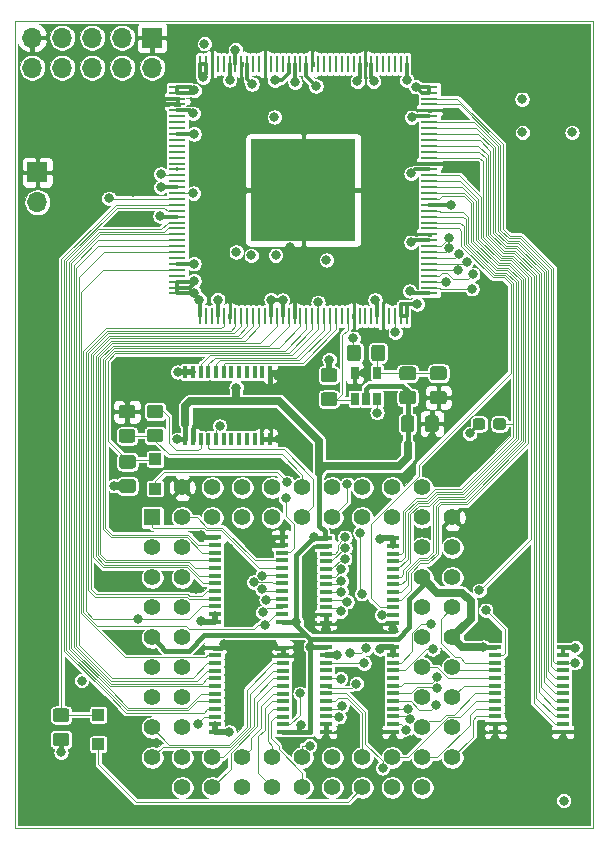
<source format=gbr>
G04 #@! TF.GenerationSoftware,KiCad,Pcbnew,(5.1.5)-3*
G04 #@! TF.CreationDate,2020-05-19T14:22:00+01:00*
G04 #@! TF.ProjectId,ElectronULA,456c6563-7472-46f6-9e55-4c412e6b6963,rev?*
G04 #@! TF.SameCoordinates,Original*
G04 #@! TF.FileFunction,Copper,L1,Top*
G04 #@! TF.FilePolarity,Positive*
%FSLAX46Y46*%
G04 Gerber Fmt 4.6, Leading zero omitted, Abs format (unit mm)*
G04 Created by KiCad (PCBNEW (5.1.5)-3) date 2020-05-19 14:22:00*
%MOMM*%
%LPD*%
G04 APERTURE LIST*
%ADD10C,0.050000*%
%ADD11C,0.150000*%
%ADD12R,1.000000X1.000000*%
%ADD13O,1.700000X1.700000*%
%ADD14R,1.700000X1.700000*%
%ADD15R,8.930000X8.700000*%
%ADD16R,0.280000X1.470000*%
%ADD17R,1.470000X0.280000*%
%ADD18R,1.100000X0.400000*%
%ADD19C,1.422400*%
%ADD20R,1.422400X1.422400*%
%ADD21R,0.650000X1.060000*%
%ADD22R,0.400000X1.100000*%
%ADD23C,0.800000*%
%ADD24C,0.500000*%
%ADD25C,0.400000*%
%ADD26C,0.700000*%
%ADD27C,0.102000*%
%ADD28C,0.300000*%
%ADD29C,0.100000*%
G04 APERTURE END LIST*
D10*
X129700020Y-124670820D02*
X129703200Y-56271000D01*
X178683920Y-124670820D02*
X129700020Y-124670820D01*
X178661700Y-56283700D02*
X178683920Y-124670820D01*
X129703200Y-56271000D02*
X178661700Y-56283700D01*
G04 #@! TA.AperFunction,SMDPad,CuDef*
D11*
G36*
X134091205Y-114504604D02*
G01*
X134115473Y-114508204D01*
X134139272Y-114514165D01*
X134162371Y-114522430D01*
X134184550Y-114532920D01*
X134205593Y-114545532D01*
X134225299Y-114560147D01*
X134243477Y-114576623D01*
X134259953Y-114594801D01*
X134274568Y-114614507D01*
X134287180Y-114635550D01*
X134297670Y-114657729D01*
X134305935Y-114680828D01*
X134311896Y-114704627D01*
X134315496Y-114728895D01*
X134316700Y-114753399D01*
X134316700Y-115403401D01*
X134315496Y-115427905D01*
X134311896Y-115452173D01*
X134305935Y-115475972D01*
X134297670Y-115499071D01*
X134287180Y-115521250D01*
X134274568Y-115542293D01*
X134259953Y-115561999D01*
X134243477Y-115580177D01*
X134225299Y-115596653D01*
X134205593Y-115611268D01*
X134184550Y-115623880D01*
X134162371Y-115634370D01*
X134139272Y-115642635D01*
X134115473Y-115648596D01*
X134091205Y-115652196D01*
X134066701Y-115653400D01*
X133166699Y-115653400D01*
X133142195Y-115652196D01*
X133117927Y-115648596D01*
X133094128Y-115642635D01*
X133071029Y-115634370D01*
X133048850Y-115623880D01*
X133027807Y-115611268D01*
X133008101Y-115596653D01*
X132989923Y-115580177D01*
X132973447Y-115561999D01*
X132958832Y-115542293D01*
X132946220Y-115521250D01*
X132935730Y-115499071D01*
X132927465Y-115475972D01*
X132921504Y-115452173D01*
X132917904Y-115427905D01*
X132916700Y-115403401D01*
X132916700Y-114753399D01*
X132917904Y-114728895D01*
X132921504Y-114704627D01*
X132927465Y-114680828D01*
X132935730Y-114657729D01*
X132946220Y-114635550D01*
X132958832Y-114614507D01*
X132973447Y-114594801D01*
X132989923Y-114576623D01*
X133008101Y-114560147D01*
X133027807Y-114545532D01*
X133048850Y-114532920D01*
X133071029Y-114522430D01*
X133094128Y-114514165D01*
X133117927Y-114508204D01*
X133142195Y-114504604D01*
X133166699Y-114503400D01*
X134066701Y-114503400D01*
X134091205Y-114504604D01*
G37*
G04 #@! TD.AperFunction*
G04 #@! TA.AperFunction,SMDPad,CuDef*
G36*
X134091205Y-116554604D02*
G01*
X134115473Y-116558204D01*
X134139272Y-116564165D01*
X134162371Y-116572430D01*
X134184550Y-116582920D01*
X134205593Y-116595532D01*
X134225299Y-116610147D01*
X134243477Y-116626623D01*
X134259953Y-116644801D01*
X134274568Y-116664507D01*
X134287180Y-116685550D01*
X134297670Y-116707729D01*
X134305935Y-116730828D01*
X134311896Y-116754627D01*
X134315496Y-116778895D01*
X134316700Y-116803399D01*
X134316700Y-117453401D01*
X134315496Y-117477905D01*
X134311896Y-117502173D01*
X134305935Y-117525972D01*
X134297670Y-117549071D01*
X134287180Y-117571250D01*
X134274568Y-117592293D01*
X134259953Y-117611999D01*
X134243477Y-117630177D01*
X134225299Y-117646653D01*
X134205593Y-117661268D01*
X134184550Y-117673880D01*
X134162371Y-117684370D01*
X134139272Y-117692635D01*
X134115473Y-117698596D01*
X134091205Y-117702196D01*
X134066701Y-117703400D01*
X133166699Y-117703400D01*
X133142195Y-117702196D01*
X133117927Y-117698596D01*
X133094128Y-117692635D01*
X133071029Y-117684370D01*
X133048850Y-117673880D01*
X133027807Y-117661268D01*
X133008101Y-117646653D01*
X132989923Y-117630177D01*
X132973447Y-117611999D01*
X132958832Y-117592293D01*
X132946220Y-117571250D01*
X132935730Y-117549071D01*
X132927465Y-117525972D01*
X132921504Y-117502173D01*
X132917904Y-117477905D01*
X132916700Y-117453401D01*
X132916700Y-116803399D01*
X132917904Y-116778895D01*
X132921504Y-116754627D01*
X132927465Y-116730828D01*
X132935730Y-116707729D01*
X132946220Y-116685550D01*
X132958832Y-116664507D01*
X132973447Y-116644801D01*
X132989923Y-116626623D01*
X133008101Y-116610147D01*
X133027807Y-116595532D01*
X133048850Y-116582920D01*
X133071029Y-116572430D01*
X133094128Y-116564165D01*
X133117927Y-116558204D01*
X133142195Y-116554604D01*
X133166699Y-116553400D01*
X134066701Y-116553400D01*
X134091205Y-116554604D01*
G37*
G04 #@! TD.AperFunction*
D12*
X136768840Y-117546440D03*
X136768840Y-115046440D03*
D13*
X131620260Y-71653400D03*
D14*
X131620260Y-69113400D03*
G04 #@! TA.AperFunction,SMDPad,CuDef*
D11*
G36*
X169305899Y-89945064D02*
G01*
X169328954Y-89948483D01*
X169351563Y-89954147D01*
X169373507Y-89961999D01*
X169394577Y-89971964D01*
X169414568Y-89983946D01*
X169433288Y-89997830D01*
X169450558Y-90013482D01*
X169466210Y-90030752D01*
X169480094Y-90049472D01*
X169492076Y-90069463D01*
X169502041Y-90090533D01*
X169509893Y-90112477D01*
X169515557Y-90135086D01*
X169518976Y-90158141D01*
X169520120Y-90181420D01*
X169520120Y-90656420D01*
X169518976Y-90679699D01*
X169515557Y-90702754D01*
X169509893Y-90725363D01*
X169502041Y-90747307D01*
X169492076Y-90768377D01*
X169480094Y-90788368D01*
X169466210Y-90807088D01*
X169450558Y-90824358D01*
X169433288Y-90840010D01*
X169414568Y-90853894D01*
X169394577Y-90865876D01*
X169373507Y-90875841D01*
X169351563Y-90883693D01*
X169328954Y-90889357D01*
X169305899Y-90892776D01*
X169282620Y-90893920D01*
X168707620Y-90893920D01*
X168684341Y-90892776D01*
X168661286Y-90889357D01*
X168638677Y-90883693D01*
X168616733Y-90875841D01*
X168595663Y-90865876D01*
X168575672Y-90853894D01*
X168556952Y-90840010D01*
X168539682Y-90824358D01*
X168524030Y-90807088D01*
X168510146Y-90788368D01*
X168498164Y-90768377D01*
X168488199Y-90747307D01*
X168480347Y-90725363D01*
X168474683Y-90702754D01*
X168471264Y-90679699D01*
X168470120Y-90656420D01*
X168470120Y-90181420D01*
X168471264Y-90158141D01*
X168474683Y-90135086D01*
X168480347Y-90112477D01*
X168488199Y-90090533D01*
X168498164Y-90069463D01*
X168510146Y-90049472D01*
X168524030Y-90030752D01*
X168539682Y-90013482D01*
X168556952Y-89997830D01*
X168575672Y-89983946D01*
X168595663Y-89971964D01*
X168616733Y-89961999D01*
X168638677Y-89954147D01*
X168661286Y-89948483D01*
X168684341Y-89945064D01*
X168707620Y-89943920D01*
X169282620Y-89943920D01*
X169305899Y-89945064D01*
G37*
G04 #@! TD.AperFunction*
G04 #@! TA.AperFunction,SMDPad,CuDef*
G36*
X171055899Y-89945064D02*
G01*
X171078954Y-89948483D01*
X171101563Y-89954147D01*
X171123507Y-89961999D01*
X171144577Y-89971964D01*
X171164568Y-89983946D01*
X171183288Y-89997830D01*
X171200558Y-90013482D01*
X171216210Y-90030752D01*
X171230094Y-90049472D01*
X171242076Y-90069463D01*
X171252041Y-90090533D01*
X171259893Y-90112477D01*
X171265557Y-90135086D01*
X171268976Y-90158141D01*
X171270120Y-90181420D01*
X171270120Y-90656420D01*
X171268976Y-90679699D01*
X171265557Y-90702754D01*
X171259893Y-90725363D01*
X171252041Y-90747307D01*
X171242076Y-90768377D01*
X171230094Y-90788368D01*
X171216210Y-90807088D01*
X171200558Y-90824358D01*
X171183288Y-90840010D01*
X171164568Y-90853894D01*
X171144577Y-90865876D01*
X171123507Y-90875841D01*
X171101563Y-90883693D01*
X171078954Y-90889357D01*
X171055899Y-90892776D01*
X171032620Y-90893920D01*
X170457620Y-90893920D01*
X170434341Y-90892776D01*
X170411286Y-90889357D01*
X170388677Y-90883693D01*
X170366733Y-90875841D01*
X170345663Y-90865876D01*
X170325672Y-90853894D01*
X170306952Y-90840010D01*
X170289682Y-90824358D01*
X170274030Y-90807088D01*
X170260146Y-90788368D01*
X170248164Y-90768377D01*
X170238199Y-90747307D01*
X170230347Y-90725363D01*
X170224683Y-90702754D01*
X170221264Y-90679699D01*
X170220120Y-90656420D01*
X170220120Y-90181420D01*
X170221264Y-90158141D01*
X170224683Y-90135086D01*
X170230347Y-90112477D01*
X170238199Y-90090533D01*
X170248164Y-90069463D01*
X170260146Y-90049472D01*
X170274030Y-90030752D01*
X170289682Y-90013482D01*
X170306952Y-89997830D01*
X170325672Y-89983946D01*
X170345663Y-89971964D01*
X170366733Y-89961999D01*
X170388677Y-89954147D01*
X170411286Y-89948483D01*
X170434341Y-89945064D01*
X170457620Y-89943920D01*
X171032620Y-89943920D01*
X171055899Y-89945064D01*
G37*
G04 #@! TD.AperFunction*
D13*
X131165600Y-60251340D03*
X131165600Y-57711340D03*
X133705600Y-60251340D03*
X133705600Y-57711340D03*
X136245600Y-60251340D03*
X136245600Y-57711340D03*
X138785600Y-60251340D03*
X138785600Y-57711340D03*
X141325600Y-60251340D03*
D14*
X141325600Y-57711340D03*
G04 #@! TA.AperFunction,SMDPad,CuDef*
D11*
G36*
X160811705Y-83702204D02*
G01*
X160835973Y-83705804D01*
X160859772Y-83711765D01*
X160882871Y-83720030D01*
X160905050Y-83730520D01*
X160926093Y-83743132D01*
X160945799Y-83757747D01*
X160963977Y-83774223D01*
X160980453Y-83792401D01*
X160995068Y-83812107D01*
X161007680Y-83833150D01*
X161018170Y-83855329D01*
X161026435Y-83878428D01*
X161032396Y-83902227D01*
X161035996Y-83926495D01*
X161037200Y-83950999D01*
X161037200Y-84851001D01*
X161035996Y-84875505D01*
X161032396Y-84899773D01*
X161026435Y-84923572D01*
X161018170Y-84946671D01*
X161007680Y-84968850D01*
X160995068Y-84989893D01*
X160980453Y-85009599D01*
X160963977Y-85027777D01*
X160945799Y-85044253D01*
X160926093Y-85058868D01*
X160905050Y-85071480D01*
X160882871Y-85081970D01*
X160859772Y-85090235D01*
X160835973Y-85096196D01*
X160811705Y-85099796D01*
X160787201Y-85101000D01*
X160137199Y-85101000D01*
X160112695Y-85099796D01*
X160088427Y-85096196D01*
X160064628Y-85090235D01*
X160041529Y-85081970D01*
X160019350Y-85071480D01*
X159998307Y-85058868D01*
X159978601Y-85044253D01*
X159960423Y-85027777D01*
X159943947Y-85009599D01*
X159929332Y-84989893D01*
X159916720Y-84968850D01*
X159906230Y-84946671D01*
X159897965Y-84923572D01*
X159892004Y-84899773D01*
X159888404Y-84875505D01*
X159887200Y-84851001D01*
X159887200Y-83950999D01*
X159888404Y-83926495D01*
X159892004Y-83902227D01*
X159897965Y-83878428D01*
X159906230Y-83855329D01*
X159916720Y-83833150D01*
X159929332Y-83812107D01*
X159943947Y-83792401D01*
X159960423Y-83774223D01*
X159978601Y-83757747D01*
X159998307Y-83743132D01*
X160019350Y-83730520D01*
X160041529Y-83720030D01*
X160064628Y-83711765D01*
X160088427Y-83705804D01*
X160112695Y-83702204D01*
X160137199Y-83701000D01*
X160787201Y-83701000D01*
X160811705Y-83702204D01*
G37*
G04 #@! TD.AperFunction*
G04 #@! TA.AperFunction,SMDPad,CuDef*
G36*
X158761705Y-83702204D02*
G01*
X158785973Y-83705804D01*
X158809772Y-83711765D01*
X158832871Y-83720030D01*
X158855050Y-83730520D01*
X158876093Y-83743132D01*
X158895799Y-83757747D01*
X158913977Y-83774223D01*
X158930453Y-83792401D01*
X158945068Y-83812107D01*
X158957680Y-83833150D01*
X158968170Y-83855329D01*
X158976435Y-83878428D01*
X158982396Y-83902227D01*
X158985996Y-83926495D01*
X158987200Y-83950999D01*
X158987200Y-84851001D01*
X158985996Y-84875505D01*
X158982396Y-84899773D01*
X158976435Y-84923572D01*
X158968170Y-84946671D01*
X158957680Y-84968850D01*
X158945068Y-84989893D01*
X158930453Y-85009599D01*
X158913977Y-85027777D01*
X158895799Y-85044253D01*
X158876093Y-85058868D01*
X158855050Y-85071480D01*
X158832871Y-85081970D01*
X158809772Y-85090235D01*
X158785973Y-85096196D01*
X158761705Y-85099796D01*
X158737201Y-85101000D01*
X158087199Y-85101000D01*
X158062695Y-85099796D01*
X158038427Y-85096196D01*
X158014628Y-85090235D01*
X157991529Y-85081970D01*
X157969350Y-85071480D01*
X157948307Y-85058868D01*
X157928601Y-85044253D01*
X157910423Y-85027777D01*
X157893947Y-85009599D01*
X157879332Y-84989893D01*
X157866720Y-84968850D01*
X157856230Y-84946671D01*
X157847965Y-84923572D01*
X157842004Y-84899773D01*
X157838404Y-84875505D01*
X157837200Y-84851001D01*
X157837200Y-83950999D01*
X157838404Y-83926495D01*
X157842004Y-83902227D01*
X157847965Y-83878428D01*
X157856230Y-83855329D01*
X157866720Y-83833150D01*
X157879332Y-83812107D01*
X157893947Y-83792401D01*
X157910423Y-83774223D01*
X157928601Y-83757747D01*
X157948307Y-83743132D01*
X157969350Y-83730520D01*
X157991529Y-83720030D01*
X158014628Y-83711765D01*
X158038427Y-83705804D01*
X158062695Y-83702204D01*
X158087199Y-83701000D01*
X158737201Y-83701000D01*
X158761705Y-83702204D01*
G37*
G04 #@! TD.AperFunction*
D15*
X154137200Y-70621000D03*
D16*
X145387200Y-59951000D03*
X145887200Y-59951000D03*
X146387200Y-59951000D03*
X146887200Y-59951000D03*
X147387200Y-59951000D03*
X147887200Y-59951000D03*
X148387200Y-59951000D03*
X148887200Y-59951000D03*
X149387200Y-59951000D03*
X149887200Y-59951000D03*
X150387200Y-59951000D03*
X150887200Y-59951000D03*
X151387200Y-59951000D03*
X151887200Y-59951000D03*
X152387200Y-59951000D03*
X152887200Y-59951000D03*
X153387200Y-59951000D03*
X153887200Y-59951000D03*
X154387200Y-59951000D03*
X154887200Y-59951000D03*
X155387200Y-59951000D03*
X155887200Y-59951000D03*
X156387200Y-59951000D03*
X156887200Y-59951000D03*
X157387200Y-59951000D03*
X157887200Y-59951000D03*
X158387200Y-59951000D03*
X158887200Y-59951000D03*
X159387200Y-59951000D03*
X159887200Y-59951000D03*
X160387200Y-59951000D03*
X160887200Y-59951000D03*
X161387200Y-59951000D03*
X161887200Y-59951000D03*
X162387200Y-59951000D03*
X162887200Y-59951000D03*
D17*
X164807200Y-61871000D03*
X164807200Y-62371000D03*
X164807200Y-62871000D03*
X164807200Y-63371000D03*
X164807200Y-63871000D03*
X164807200Y-64371000D03*
X164807200Y-64871000D03*
X164807200Y-65371000D03*
X164807200Y-65871000D03*
X164807200Y-66371000D03*
X164807200Y-66871000D03*
X164807200Y-67371000D03*
X164807200Y-67871000D03*
X164807200Y-68371000D03*
X164807200Y-68871000D03*
X164807200Y-69371000D03*
X164807200Y-69871000D03*
X164807200Y-70371000D03*
X164807200Y-70871000D03*
X164807200Y-71371000D03*
X164807200Y-71871000D03*
X164807200Y-72371000D03*
X164807200Y-72871000D03*
X164807200Y-73371000D03*
X164807200Y-73871000D03*
X164807200Y-74371000D03*
X164807200Y-74871000D03*
X164807200Y-75371000D03*
X164807200Y-75871000D03*
X164807200Y-76371000D03*
X164807200Y-76871000D03*
X164807200Y-77371000D03*
X164807200Y-77871000D03*
X164807200Y-78371000D03*
X164807200Y-78871000D03*
X164807200Y-79371000D03*
D16*
X162887200Y-81291000D03*
X162387200Y-81291000D03*
X161887200Y-81291000D03*
X161387200Y-81291000D03*
X160887200Y-81291000D03*
X160387200Y-81291000D03*
X159887200Y-81291000D03*
X159387200Y-81291000D03*
X158887200Y-81291000D03*
X158387200Y-81291000D03*
X157887200Y-81291000D03*
X157387200Y-81291000D03*
X156887200Y-81291000D03*
X156387200Y-81291000D03*
X155887200Y-81291000D03*
X155387200Y-81291000D03*
X154887200Y-81291000D03*
X154387200Y-81291000D03*
X153887200Y-81291000D03*
X153387200Y-81291000D03*
X152887200Y-81291000D03*
X152387200Y-81291000D03*
X151887200Y-81291000D03*
X151387200Y-81291000D03*
X150887200Y-81291000D03*
X150387200Y-81291000D03*
X149887200Y-81291000D03*
X149387200Y-81291000D03*
X148887200Y-81291000D03*
X148387200Y-81291000D03*
X147887200Y-81291000D03*
X147387200Y-81291000D03*
X146887200Y-81291000D03*
X146387200Y-81291000D03*
X145887200Y-81291000D03*
X145387200Y-81291000D03*
D17*
X143467200Y-79371000D03*
X143467200Y-78871000D03*
X143467200Y-78371000D03*
X143467200Y-77871000D03*
X143467200Y-77371000D03*
X143467200Y-76871000D03*
X143467200Y-76371000D03*
X143467200Y-75871000D03*
X143467200Y-75371000D03*
X143467200Y-74871000D03*
X143467200Y-74371000D03*
X143467200Y-73871000D03*
X143467200Y-73371000D03*
X143467200Y-72871000D03*
X143467200Y-72371000D03*
X143467200Y-71871000D03*
X143467200Y-71371000D03*
X143467200Y-70871000D03*
X143467200Y-70371000D03*
X143467200Y-69871000D03*
X143467200Y-69371000D03*
X143467200Y-68871000D03*
X143467200Y-68371000D03*
X143467200Y-67871000D03*
X143467200Y-67371000D03*
X143467200Y-66871000D03*
X143467200Y-66371000D03*
X143467200Y-65871000D03*
X143467200Y-65371000D03*
X143467200Y-64871000D03*
X143467200Y-64371000D03*
X143467200Y-63871000D03*
X143467200Y-63371000D03*
X143467200Y-62871000D03*
X143467200Y-62371000D03*
X143467200Y-61871000D03*
D18*
X176092720Y-109328220D03*
X176092720Y-109978220D03*
X176092720Y-110628220D03*
X176092720Y-111278220D03*
X176092720Y-111928220D03*
X176092720Y-112578220D03*
X176092720Y-113228220D03*
X176092720Y-113878220D03*
X176092720Y-114528220D03*
X176092720Y-115178220D03*
X176092720Y-115828220D03*
X176092720Y-116478220D03*
X170392720Y-116478220D03*
X170392720Y-115828220D03*
X170392720Y-115178220D03*
X170392720Y-114528220D03*
X170392720Y-113878220D03*
X170392720Y-113228220D03*
X170392720Y-112578220D03*
X170392720Y-111928220D03*
X170392720Y-111278220D03*
X170392720Y-110628220D03*
X170392720Y-109978220D03*
X170392720Y-109328220D03*
G04 #@! TA.AperFunction,SMDPad,CuDef*
D11*
G36*
X139707145Y-95096684D02*
G01*
X139731413Y-95100284D01*
X139755212Y-95106245D01*
X139778311Y-95114510D01*
X139800490Y-95125000D01*
X139821533Y-95137612D01*
X139841239Y-95152227D01*
X139859417Y-95168703D01*
X139875893Y-95186881D01*
X139890508Y-95206587D01*
X139903120Y-95227630D01*
X139913610Y-95249809D01*
X139921875Y-95272908D01*
X139927836Y-95296707D01*
X139931436Y-95320975D01*
X139932640Y-95345479D01*
X139932640Y-95995481D01*
X139931436Y-96019985D01*
X139927836Y-96044253D01*
X139921875Y-96068052D01*
X139913610Y-96091151D01*
X139903120Y-96113330D01*
X139890508Y-96134373D01*
X139875893Y-96154079D01*
X139859417Y-96172257D01*
X139841239Y-96188733D01*
X139821533Y-96203348D01*
X139800490Y-96215960D01*
X139778311Y-96226450D01*
X139755212Y-96234715D01*
X139731413Y-96240676D01*
X139707145Y-96244276D01*
X139682641Y-96245480D01*
X138782639Y-96245480D01*
X138758135Y-96244276D01*
X138733867Y-96240676D01*
X138710068Y-96234715D01*
X138686969Y-96226450D01*
X138664790Y-96215960D01*
X138643747Y-96203348D01*
X138624041Y-96188733D01*
X138605863Y-96172257D01*
X138589387Y-96154079D01*
X138574772Y-96134373D01*
X138562160Y-96113330D01*
X138551670Y-96091151D01*
X138543405Y-96068052D01*
X138537444Y-96044253D01*
X138533844Y-96019985D01*
X138532640Y-95995481D01*
X138532640Y-95345479D01*
X138533844Y-95320975D01*
X138537444Y-95296707D01*
X138543405Y-95272908D01*
X138551670Y-95249809D01*
X138562160Y-95227630D01*
X138574772Y-95206587D01*
X138589387Y-95186881D01*
X138605863Y-95168703D01*
X138624041Y-95152227D01*
X138643747Y-95137612D01*
X138664790Y-95125000D01*
X138686969Y-95114510D01*
X138710068Y-95106245D01*
X138733867Y-95100284D01*
X138758135Y-95096684D01*
X138782639Y-95095480D01*
X139682641Y-95095480D01*
X139707145Y-95096684D01*
G37*
G04 #@! TD.AperFunction*
G04 #@! TA.AperFunction,SMDPad,CuDef*
G36*
X139707145Y-93046684D02*
G01*
X139731413Y-93050284D01*
X139755212Y-93056245D01*
X139778311Y-93064510D01*
X139800490Y-93075000D01*
X139821533Y-93087612D01*
X139841239Y-93102227D01*
X139859417Y-93118703D01*
X139875893Y-93136881D01*
X139890508Y-93156587D01*
X139903120Y-93177630D01*
X139913610Y-93199809D01*
X139921875Y-93222908D01*
X139927836Y-93246707D01*
X139931436Y-93270975D01*
X139932640Y-93295479D01*
X139932640Y-93945481D01*
X139931436Y-93969985D01*
X139927836Y-93994253D01*
X139921875Y-94018052D01*
X139913610Y-94041151D01*
X139903120Y-94063330D01*
X139890508Y-94084373D01*
X139875893Y-94104079D01*
X139859417Y-94122257D01*
X139841239Y-94138733D01*
X139821533Y-94153348D01*
X139800490Y-94165960D01*
X139778311Y-94176450D01*
X139755212Y-94184715D01*
X139731413Y-94190676D01*
X139707145Y-94194276D01*
X139682641Y-94195480D01*
X138782639Y-94195480D01*
X138758135Y-94194276D01*
X138733867Y-94190676D01*
X138710068Y-94184715D01*
X138686969Y-94176450D01*
X138664790Y-94165960D01*
X138643747Y-94153348D01*
X138624041Y-94138733D01*
X138605863Y-94122257D01*
X138589387Y-94104079D01*
X138574772Y-94084373D01*
X138562160Y-94063330D01*
X138551670Y-94041151D01*
X138543405Y-94018052D01*
X138537444Y-93994253D01*
X138533844Y-93969985D01*
X138532640Y-93945481D01*
X138532640Y-93295479D01*
X138533844Y-93270975D01*
X138537444Y-93246707D01*
X138543405Y-93222908D01*
X138551670Y-93199809D01*
X138562160Y-93177630D01*
X138574772Y-93156587D01*
X138589387Y-93136881D01*
X138605863Y-93118703D01*
X138624041Y-93102227D01*
X138643747Y-93087612D01*
X138664790Y-93075000D01*
X138686969Y-93064510D01*
X138710068Y-93056245D01*
X138733867Y-93050284D01*
X138758135Y-93046684D01*
X138782639Y-93045480D01*
X139682641Y-93045480D01*
X139707145Y-93046684D01*
G37*
G04 #@! TD.AperFunction*
D12*
X141576920Y-93391720D03*
X141576920Y-95891720D03*
D19*
X166738300Y-98336100D03*
X166738300Y-100876100D03*
X166738300Y-103416100D03*
X166738300Y-105956100D03*
X166738300Y-108496100D03*
X166738300Y-111036100D03*
X166738300Y-113576100D03*
X166738300Y-116116100D03*
X164198300Y-95796100D03*
X164198300Y-100876100D03*
X164198300Y-103416100D03*
X164198300Y-105956100D03*
X164198300Y-108496100D03*
X164198300Y-111036100D03*
X164198300Y-113576100D03*
X164198300Y-116116100D03*
X164198300Y-118656100D03*
X164198300Y-121196100D03*
X161658300Y-121196100D03*
X159118300Y-121196100D03*
X156578300Y-121196100D03*
X154038300Y-121196100D03*
X151498300Y-121196100D03*
X148958300Y-121196100D03*
X146418300Y-121196100D03*
X143878300Y-121196100D03*
X166738300Y-118656100D03*
X161658300Y-118656100D03*
X159118300Y-118656100D03*
X156578300Y-118656100D03*
X154038300Y-118656100D03*
X151498300Y-118656100D03*
X148958300Y-118656100D03*
X146418300Y-118656100D03*
X143878300Y-118656100D03*
X141338300Y-118656100D03*
X141338300Y-116116100D03*
X141338300Y-113576100D03*
X141338300Y-111036100D03*
X141338300Y-108496100D03*
X141338300Y-105956100D03*
X141338300Y-103416100D03*
X141338300Y-100876100D03*
D20*
X141338300Y-98336100D03*
D19*
X143878300Y-116116100D03*
X143878300Y-113576100D03*
X143878300Y-111036100D03*
X143878300Y-108496100D03*
X143878300Y-105956100D03*
X143878300Y-103416100D03*
X143878300Y-100876100D03*
X143878300Y-98336100D03*
X161658300Y-95796100D03*
X159118300Y-95796100D03*
X156578300Y-95796100D03*
X143878300Y-95796100D03*
X146418300Y-95796100D03*
X148958300Y-95796100D03*
X151498300Y-95796100D03*
X154038300Y-95796100D03*
X164198300Y-98336100D03*
X161658300Y-98336100D03*
X159118300Y-98336100D03*
X156578300Y-98336100D03*
X146418300Y-98336100D03*
X148958300Y-98336100D03*
X151498300Y-98336100D03*
X154038300Y-98336100D03*
D21*
X158477200Y-86091000D03*
X160377200Y-86091000D03*
X160377200Y-88291000D03*
X159427200Y-88291000D03*
X158477200Y-88291000D03*
D22*
X144148860Y-86024600D03*
X144798860Y-86024600D03*
X145448860Y-86024600D03*
X146098860Y-86024600D03*
X146748860Y-86024600D03*
X147398860Y-86024600D03*
X148048860Y-86024600D03*
X148698860Y-86024600D03*
X149348860Y-86024600D03*
X149998860Y-86024600D03*
X150648860Y-86024600D03*
X151298860Y-86024600D03*
X151298860Y-91724600D03*
X150648860Y-91724600D03*
X149998860Y-91724600D03*
X149348860Y-91724600D03*
X148698860Y-91724600D03*
X148048860Y-91724600D03*
X147398860Y-91724600D03*
X146748860Y-91724600D03*
X146098860Y-91724600D03*
X145448860Y-91724600D03*
X144798860Y-91724600D03*
X144148860Y-91724600D03*
D18*
X161727000Y-100107800D03*
X161727000Y-100757800D03*
X161727000Y-101407800D03*
X161727000Y-102057800D03*
X161727000Y-102707800D03*
X161727000Y-103357800D03*
X161727000Y-104007800D03*
X161727000Y-104657800D03*
X161727000Y-105307800D03*
X161727000Y-105957800D03*
X161727000Y-106607800D03*
X161727000Y-107257800D03*
X156027000Y-107257800D03*
X156027000Y-106607800D03*
X156027000Y-105957800D03*
X156027000Y-105307800D03*
X156027000Y-104657800D03*
X156027000Y-104007800D03*
X156027000Y-103357800D03*
X156027000Y-102707800D03*
X156027000Y-102057800D03*
X156027000Y-101407800D03*
X156027000Y-100757800D03*
X156027000Y-100107800D03*
X161727000Y-109328000D03*
X161727000Y-109978000D03*
X161727000Y-110628000D03*
X161727000Y-111278000D03*
X161727000Y-111928000D03*
X161727000Y-112578000D03*
X161727000Y-113228000D03*
X161727000Y-113878000D03*
X161727000Y-114528000D03*
X161727000Y-115178000D03*
X161727000Y-115828000D03*
X161727000Y-116478000D03*
X156027000Y-116478000D03*
X156027000Y-115828000D03*
X156027000Y-115178000D03*
X156027000Y-114528000D03*
X156027000Y-113878000D03*
X156027000Y-113228000D03*
X156027000Y-112578000D03*
X156027000Y-111928000D03*
X156027000Y-111278000D03*
X156027000Y-110628000D03*
X156027000Y-109978000D03*
X156027000Y-109328000D03*
X146641700Y-107156200D03*
X146641700Y-106506200D03*
X146641700Y-105856200D03*
X146641700Y-105206200D03*
X146641700Y-104556200D03*
X146641700Y-103906200D03*
X146641700Y-103256200D03*
X146641700Y-102606200D03*
X146641700Y-101956200D03*
X146641700Y-101306200D03*
X146641700Y-100656200D03*
X146641700Y-100006200D03*
X152341700Y-100006200D03*
X152341700Y-100656200D03*
X152341700Y-101306200D03*
X152341700Y-101956200D03*
X152341700Y-102606200D03*
X152341700Y-103256200D03*
X152341700Y-103906200D03*
X152341700Y-104556200D03*
X152341700Y-105206200D03*
X152341700Y-105856200D03*
X152341700Y-106506200D03*
X152341700Y-107156200D03*
X146667100Y-116503400D03*
X146667100Y-115853400D03*
X146667100Y-115203400D03*
X146667100Y-114553400D03*
X146667100Y-113903400D03*
X146667100Y-113253400D03*
X146667100Y-112603400D03*
X146667100Y-111953400D03*
X146667100Y-111303400D03*
X146667100Y-110653400D03*
X146667100Y-110003400D03*
X146667100Y-109353400D03*
X152367100Y-109353400D03*
X152367100Y-110003400D03*
X152367100Y-110653400D03*
X152367100Y-111303400D03*
X152367100Y-111953400D03*
X152367100Y-112603400D03*
X152367100Y-113253400D03*
X152367100Y-113903400D03*
X152367100Y-114553400D03*
X152367100Y-115203400D03*
X152367100Y-115853400D03*
X152367100Y-116503400D03*
G04 #@! TA.AperFunction,SMDPad,CuDef*
D11*
G36*
X156771705Y-85697204D02*
G01*
X156795973Y-85700804D01*
X156819772Y-85706765D01*
X156842871Y-85715030D01*
X156865050Y-85725520D01*
X156886093Y-85738132D01*
X156905799Y-85752747D01*
X156923977Y-85769223D01*
X156940453Y-85787401D01*
X156955068Y-85807107D01*
X156967680Y-85828150D01*
X156978170Y-85850329D01*
X156986435Y-85873428D01*
X156992396Y-85897227D01*
X156995996Y-85921495D01*
X156997200Y-85945999D01*
X156997200Y-86596001D01*
X156995996Y-86620505D01*
X156992396Y-86644773D01*
X156986435Y-86668572D01*
X156978170Y-86691671D01*
X156967680Y-86713850D01*
X156955068Y-86734893D01*
X156940453Y-86754599D01*
X156923977Y-86772777D01*
X156905799Y-86789253D01*
X156886093Y-86803868D01*
X156865050Y-86816480D01*
X156842871Y-86826970D01*
X156819772Y-86835235D01*
X156795973Y-86841196D01*
X156771705Y-86844796D01*
X156747201Y-86846000D01*
X155847199Y-86846000D01*
X155822695Y-86844796D01*
X155798427Y-86841196D01*
X155774628Y-86835235D01*
X155751529Y-86826970D01*
X155729350Y-86816480D01*
X155708307Y-86803868D01*
X155688601Y-86789253D01*
X155670423Y-86772777D01*
X155653947Y-86754599D01*
X155639332Y-86734893D01*
X155626720Y-86713850D01*
X155616230Y-86691671D01*
X155607965Y-86668572D01*
X155602004Y-86644773D01*
X155598404Y-86620505D01*
X155597200Y-86596001D01*
X155597200Y-85945999D01*
X155598404Y-85921495D01*
X155602004Y-85897227D01*
X155607965Y-85873428D01*
X155616230Y-85850329D01*
X155626720Y-85828150D01*
X155639332Y-85807107D01*
X155653947Y-85787401D01*
X155670423Y-85769223D01*
X155688601Y-85752747D01*
X155708307Y-85738132D01*
X155729350Y-85725520D01*
X155751529Y-85715030D01*
X155774628Y-85706765D01*
X155798427Y-85700804D01*
X155822695Y-85697204D01*
X155847199Y-85696000D01*
X156747201Y-85696000D01*
X156771705Y-85697204D01*
G37*
G04 #@! TD.AperFunction*
G04 #@! TA.AperFunction,SMDPad,CuDef*
G36*
X156771705Y-87747204D02*
G01*
X156795973Y-87750804D01*
X156819772Y-87756765D01*
X156842871Y-87765030D01*
X156865050Y-87775520D01*
X156886093Y-87788132D01*
X156905799Y-87802747D01*
X156923977Y-87819223D01*
X156940453Y-87837401D01*
X156955068Y-87857107D01*
X156967680Y-87878150D01*
X156978170Y-87900329D01*
X156986435Y-87923428D01*
X156992396Y-87947227D01*
X156995996Y-87971495D01*
X156997200Y-87995999D01*
X156997200Y-88646001D01*
X156995996Y-88670505D01*
X156992396Y-88694773D01*
X156986435Y-88718572D01*
X156978170Y-88741671D01*
X156967680Y-88763850D01*
X156955068Y-88784893D01*
X156940453Y-88804599D01*
X156923977Y-88822777D01*
X156905799Y-88839253D01*
X156886093Y-88853868D01*
X156865050Y-88866480D01*
X156842871Y-88876970D01*
X156819772Y-88885235D01*
X156795973Y-88891196D01*
X156771705Y-88894796D01*
X156747201Y-88896000D01*
X155847199Y-88896000D01*
X155822695Y-88894796D01*
X155798427Y-88891196D01*
X155774628Y-88885235D01*
X155751529Y-88876970D01*
X155729350Y-88866480D01*
X155708307Y-88853868D01*
X155688601Y-88839253D01*
X155670423Y-88822777D01*
X155653947Y-88804599D01*
X155639332Y-88784893D01*
X155626720Y-88763850D01*
X155616230Y-88741671D01*
X155607965Y-88718572D01*
X155602004Y-88694773D01*
X155598404Y-88670505D01*
X155597200Y-88646001D01*
X155597200Y-87995999D01*
X155598404Y-87971495D01*
X155602004Y-87947227D01*
X155607965Y-87923428D01*
X155616230Y-87900329D01*
X155626720Y-87878150D01*
X155639332Y-87857107D01*
X155653947Y-87837401D01*
X155670423Y-87819223D01*
X155688601Y-87802747D01*
X155708307Y-87788132D01*
X155729350Y-87775520D01*
X155751529Y-87765030D01*
X155774628Y-87756765D01*
X155798427Y-87750804D01*
X155822695Y-87747204D01*
X155847199Y-87746000D01*
X156747201Y-87746000D01*
X156771705Y-87747204D01*
G37*
G04 #@! TD.AperFunction*
G04 #@! TA.AperFunction,SMDPad,CuDef*
G36*
X163431705Y-87607204D02*
G01*
X163455973Y-87610804D01*
X163479772Y-87616765D01*
X163502871Y-87625030D01*
X163525050Y-87635520D01*
X163546093Y-87648132D01*
X163565799Y-87662747D01*
X163583977Y-87679223D01*
X163600453Y-87697401D01*
X163615068Y-87717107D01*
X163627680Y-87738150D01*
X163638170Y-87760329D01*
X163646435Y-87783428D01*
X163652396Y-87807227D01*
X163655996Y-87831495D01*
X163657200Y-87855999D01*
X163657200Y-88506001D01*
X163655996Y-88530505D01*
X163652396Y-88554773D01*
X163646435Y-88578572D01*
X163638170Y-88601671D01*
X163627680Y-88623850D01*
X163615068Y-88644893D01*
X163600453Y-88664599D01*
X163583977Y-88682777D01*
X163565799Y-88699253D01*
X163546093Y-88713868D01*
X163525050Y-88726480D01*
X163502871Y-88736970D01*
X163479772Y-88745235D01*
X163455973Y-88751196D01*
X163431705Y-88754796D01*
X163407201Y-88756000D01*
X162507199Y-88756000D01*
X162482695Y-88754796D01*
X162458427Y-88751196D01*
X162434628Y-88745235D01*
X162411529Y-88736970D01*
X162389350Y-88726480D01*
X162368307Y-88713868D01*
X162348601Y-88699253D01*
X162330423Y-88682777D01*
X162313947Y-88664599D01*
X162299332Y-88644893D01*
X162286720Y-88623850D01*
X162276230Y-88601671D01*
X162267965Y-88578572D01*
X162262004Y-88554773D01*
X162258404Y-88530505D01*
X162257200Y-88506001D01*
X162257200Y-87855999D01*
X162258404Y-87831495D01*
X162262004Y-87807227D01*
X162267965Y-87783428D01*
X162276230Y-87760329D01*
X162286720Y-87738150D01*
X162299332Y-87717107D01*
X162313947Y-87697401D01*
X162330423Y-87679223D01*
X162348601Y-87662747D01*
X162368307Y-87648132D01*
X162389350Y-87635520D01*
X162411529Y-87625030D01*
X162434628Y-87616765D01*
X162458427Y-87610804D01*
X162482695Y-87607204D01*
X162507199Y-87606000D01*
X163407201Y-87606000D01*
X163431705Y-87607204D01*
G37*
G04 #@! TD.AperFunction*
G04 #@! TA.AperFunction,SMDPad,CuDef*
G36*
X163431705Y-85557204D02*
G01*
X163455973Y-85560804D01*
X163479772Y-85566765D01*
X163502871Y-85575030D01*
X163525050Y-85585520D01*
X163546093Y-85598132D01*
X163565799Y-85612747D01*
X163583977Y-85629223D01*
X163600453Y-85647401D01*
X163615068Y-85667107D01*
X163627680Y-85688150D01*
X163638170Y-85710329D01*
X163646435Y-85733428D01*
X163652396Y-85757227D01*
X163655996Y-85781495D01*
X163657200Y-85805999D01*
X163657200Y-86456001D01*
X163655996Y-86480505D01*
X163652396Y-86504773D01*
X163646435Y-86528572D01*
X163638170Y-86551671D01*
X163627680Y-86573850D01*
X163615068Y-86594893D01*
X163600453Y-86614599D01*
X163583977Y-86632777D01*
X163565799Y-86649253D01*
X163546093Y-86663868D01*
X163525050Y-86676480D01*
X163502871Y-86686970D01*
X163479772Y-86695235D01*
X163455973Y-86701196D01*
X163431705Y-86704796D01*
X163407201Y-86706000D01*
X162507199Y-86706000D01*
X162482695Y-86704796D01*
X162458427Y-86701196D01*
X162434628Y-86695235D01*
X162411529Y-86686970D01*
X162389350Y-86676480D01*
X162368307Y-86663868D01*
X162348601Y-86649253D01*
X162330423Y-86632777D01*
X162313947Y-86614599D01*
X162299332Y-86594893D01*
X162286720Y-86573850D01*
X162276230Y-86551671D01*
X162267965Y-86528572D01*
X162262004Y-86504773D01*
X162258404Y-86480505D01*
X162257200Y-86456001D01*
X162257200Y-85805999D01*
X162258404Y-85781495D01*
X162262004Y-85757227D01*
X162267965Y-85733428D01*
X162276230Y-85710329D01*
X162286720Y-85688150D01*
X162299332Y-85667107D01*
X162313947Y-85647401D01*
X162330423Y-85629223D01*
X162348601Y-85612747D01*
X162368307Y-85598132D01*
X162389350Y-85585520D01*
X162411529Y-85575030D01*
X162434628Y-85566765D01*
X162458427Y-85560804D01*
X162482695Y-85557204D01*
X162507199Y-85556000D01*
X163407201Y-85556000D01*
X163431705Y-85557204D01*
G37*
G04 #@! TD.AperFunction*
G04 #@! TA.AperFunction,SMDPad,CuDef*
G36*
X166031705Y-85552204D02*
G01*
X166055973Y-85555804D01*
X166079772Y-85561765D01*
X166102871Y-85570030D01*
X166125050Y-85580520D01*
X166146093Y-85593132D01*
X166165799Y-85607747D01*
X166183977Y-85624223D01*
X166200453Y-85642401D01*
X166215068Y-85662107D01*
X166227680Y-85683150D01*
X166238170Y-85705329D01*
X166246435Y-85728428D01*
X166252396Y-85752227D01*
X166255996Y-85776495D01*
X166257200Y-85800999D01*
X166257200Y-86451001D01*
X166255996Y-86475505D01*
X166252396Y-86499773D01*
X166246435Y-86523572D01*
X166238170Y-86546671D01*
X166227680Y-86568850D01*
X166215068Y-86589893D01*
X166200453Y-86609599D01*
X166183977Y-86627777D01*
X166165799Y-86644253D01*
X166146093Y-86658868D01*
X166125050Y-86671480D01*
X166102871Y-86681970D01*
X166079772Y-86690235D01*
X166055973Y-86696196D01*
X166031705Y-86699796D01*
X166007201Y-86701000D01*
X165107199Y-86701000D01*
X165082695Y-86699796D01*
X165058427Y-86696196D01*
X165034628Y-86690235D01*
X165011529Y-86681970D01*
X164989350Y-86671480D01*
X164968307Y-86658868D01*
X164948601Y-86644253D01*
X164930423Y-86627777D01*
X164913947Y-86609599D01*
X164899332Y-86589893D01*
X164886720Y-86568850D01*
X164876230Y-86546671D01*
X164867965Y-86523572D01*
X164862004Y-86499773D01*
X164858404Y-86475505D01*
X164857200Y-86451001D01*
X164857200Y-85800999D01*
X164858404Y-85776495D01*
X164862004Y-85752227D01*
X164867965Y-85728428D01*
X164876230Y-85705329D01*
X164886720Y-85683150D01*
X164899332Y-85662107D01*
X164913947Y-85642401D01*
X164930423Y-85624223D01*
X164948601Y-85607747D01*
X164968307Y-85593132D01*
X164989350Y-85580520D01*
X165011529Y-85570030D01*
X165034628Y-85561765D01*
X165058427Y-85555804D01*
X165082695Y-85552204D01*
X165107199Y-85551000D01*
X166007201Y-85551000D01*
X166031705Y-85552204D01*
G37*
G04 #@! TD.AperFunction*
G04 #@! TA.AperFunction,SMDPad,CuDef*
G36*
X166031705Y-87602204D02*
G01*
X166055973Y-87605804D01*
X166079772Y-87611765D01*
X166102871Y-87620030D01*
X166125050Y-87630520D01*
X166146093Y-87643132D01*
X166165799Y-87657747D01*
X166183977Y-87674223D01*
X166200453Y-87692401D01*
X166215068Y-87712107D01*
X166227680Y-87733150D01*
X166238170Y-87755329D01*
X166246435Y-87778428D01*
X166252396Y-87802227D01*
X166255996Y-87826495D01*
X166257200Y-87850999D01*
X166257200Y-88501001D01*
X166255996Y-88525505D01*
X166252396Y-88549773D01*
X166246435Y-88573572D01*
X166238170Y-88596671D01*
X166227680Y-88618850D01*
X166215068Y-88639893D01*
X166200453Y-88659599D01*
X166183977Y-88677777D01*
X166165799Y-88694253D01*
X166146093Y-88708868D01*
X166125050Y-88721480D01*
X166102871Y-88731970D01*
X166079772Y-88740235D01*
X166055973Y-88746196D01*
X166031705Y-88749796D01*
X166007201Y-88751000D01*
X165107199Y-88751000D01*
X165082695Y-88749796D01*
X165058427Y-88746196D01*
X165034628Y-88740235D01*
X165011529Y-88731970D01*
X164989350Y-88721480D01*
X164968307Y-88708868D01*
X164948601Y-88694253D01*
X164930423Y-88677777D01*
X164913947Y-88659599D01*
X164899332Y-88639893D01*
X164886720Y-88618850D01*
X164876230Y-88596671D01*
X164867965Y-88573572D01*
X164862004Y-88549773D01*
X164858404Y-88525505D01*
X164857200Y-88501001D01*
X164857200Y-87850999D01*
X164858404Y-87826495D01*
X164862004Y-87802227D01*
X164867965Y-87778428D01*
X164876230Y-87755329D01*
X164886720Y-87733150D01*
X164899332Y-87712107D01*
X164913947Y-87692401D01*
X164930423Y-87674223D01*
X164948601Y-87657747D01*
X164968307Y-87643132D01*
X164989350Y-87630520D01*
X165011529Y-87620030D01*
X165034628Y-87611765D01*
X165058427Y-87605804D01*
X165082695Y-87602204D01*
X165107199Y-87601000D01*
X166007201Y-87601000D01*
X166031705Y-87602204D01*
G37*
G04 #@! TD.AperFunction*
G04 #@! TA.AperFunction,SMDPad,CuDef*
G36*
X163306705Y-89702204D02*
G01*
X163330973Y-89705804D01*
X163354772Y-89711765D01*
X163377871Y-89720030D01*
X163400050Y-89730520D01*
X163421093Y-89743132D01*
X163440799Y-89757747D01*
X163458977Y-89774223D01*
X163475453Y-89792401D01*
X163490068Y-89812107D01*
X163502680Y-89833150D01*
X163513170Y-89855329D01*
X163521435Y-89878428D01*
X163527396Y-89902227D01*
X163530996Y-89926495D01*
X163532200Y-89950999D01*
X163532200Y-90851001D01*
X163530996Y-90875505D01*
X163527396Y-90899773D01*
X163521435Y-90923572D01*
X163513170Y-90946671D01*
X163502680Y-90968850D01*
X163490068Y-90989893D01*
X163475453Y-91009599D01*
X163458977Y-91027777D01*
X163440799Y-91044253D01*
X163421093Y-91058868D01*
X163400050Y-91071480D01*
X163377871Y-91081970D01*
X163354772Y-91090235D01*
X163330973Y-91096196D01*
X163306705Y-91099796D01*
X163282201Y-91101000D01*
X162632199Y-91101000D01*
X162607695Y-91099796D01*
X162583427Y-91096196D01*
X162559628Y-91090235D01*
X162536529Y-91081970D01*
X162514350Y-91071480D01*
X162493307Y-91058868D01*
X162473601Y-91044253D01*
X162455423Y-91027777D01*
X162438947Y-91009599D01*
X162424332Y-90989893D01*
X162411720Y-90968850D01*
X162401230Y-90946671D01*
X162392965Y-90923572D01*
X162387004Y-90899773D01*
X162383404Y-90875505D01*
X162382200Y-90851001D01*
X162382200Y-89950999D01*
X162383404Y-89926495D01*
X162387004Y-89902227D01*
X162392965Y-89878428D01*
X162401230Y-89855329D01*
X162411720Y-89833150D01*
X162424332Y-89812107D01*
X162438947Y-89792401D01*
X162455423Y-89774223D01*
X162473601Y-89757747D01*
X162493307Y-89743132D01*
X162514350Y-89730520D01*
X162536529Y-89720030D01*
X162559628Y-89711765D01*
X162583427Y-89705804D01*
X162607695Y-89702204D01*
X162632199Y-89701000D01*
X163282201Y-89701000D01*
X163306705Y-89702204D01*
G37*
G04 #@! TD.AperFunction*
G04 #@! TA.AperFunction,SMDPad,CuDef*
G36*
X165356705Y-89702204D02*
G01*
X165380973Y-89705804D01*
X165404772Y-89711765D01*
X165427871Y-89720030D01*
X165450050Y-89730520D01*
X165471093Y-89743132D01*
X165490799Y-89757747D01*
X165508977Y-89774223D01*
X165525453Y-89792401D01*
X165540068Y-89812107D01*
X165552680Y-89833150D01*
X165563170Y-89855329D01*
X165571435Y-89878428D01*
X165577396Y-89902227D01*
X165580996Y-89926495D01*
X165582200Y-89950999D01*
X165582200Y-90851001D01*
X165580996Y-90875505D01*
X165577396Y-90899773D01*
X165571435Y-90923572D01*
X165563170Y-90946671D01*
X165552680Y-90968850D01*
X165540068Y-90989893D01*
X165525453Y-91009599D01*
X165508977Y-91027777D01*
X165490799Y-91044253D01*
X165471093Y-91058868D01*
X165450050Y-91071480D01*
X165427871Y-91081970D01*
X165404772Y-91090235D01*
X165380973Y-91096196D01*
X165356705Y-91099796D01*
X165332201Y-91101000D01*
X164682199Y-91101000D01*
X164657695Y-91099796D01*
X164633427Y-91096196D01*
X164609628Y-91090235D01*
X164586529Y-91081970D01*
X164564350Y-91071480D01*
X164543307Y-91058868D01*
X164523601Y-91044253D01*
X164505423Y-91027777D01*
X164488947Y-91009599D01*
X164474332Y-90989893D01*
X164461720Y-90968850D01*
X164451230Y-90946671D01*
X164442965Y-90923572D01*
X164437004Y-90899773D01*
X164433404Y-90875505D01*
X164432200Y-90851001D01*
X164432200Y-89950999D01*
X164433404Y-89926495D01*
X164437004Y-89902227D01*
X164442965Y-89878428D01*
X164451230Y-89855329D01*
X164461720Y-89833150D01*
X164474332Y-89812107D01*
X164488947Y-89792401D01*
X164505423Y-89774223D01*
X164523601Y-89757747D01*
X164543307Y-89743132D01*
X164564350Y-89730520D01*
X164586529Y-89720030D01*
X164609628Y-89711765D01*
X164633427Y-89705804D01*
X164657695Y-89702204D01*
X164682199Y-89701000D01*
X165332201Y-89701000D01*
X165356705Y-89702204D01*
G37*
G04 #@! TD.AperFunction*
G04 #@! TA.AperFunction,SMDPad,CuDef*
G36*
X142051425Y-90827924D02*
G01*
X142075693Y-90831524D01*
X142099492Y-90837485D01*
X142122591Y-90845750D01*
X142144770Y-90856240D01*
X142165813Y-90868852D01*
X142185519Y-90883467D01*
X142203697Y-90899943D01*
X142220173Y-90918121D01*
X142234788Y-90937827D01*
X142247400Y-90958870D01*
X142257890Y-90981049D01*
X142266155Y-91004148D01*
X142272116Y-91027947D01*
X142275716Y-91052215D01*
X142276920Y-91076719D01*
X142276920Y-91726721D01*
X142275716Y-91751225D01*
X142272116Y-91775493D01*
X142266155Y-91799292D01*
X142257890Y-91822391D01*
X142247400Y-91844570D01*
X142234788Y-91865613D01*
X142220173Y-91885319D01*
X142203697Y-91903497D01*
X142185519Y-91919973D01*
X142165813Y-91934588D01*
X142144770Y-91947200D01*
X142122591Y-91957690D01*
X142099492Y-91965955D01*
X142075693Y-91971916D01*
X142051425Y-91975516D01*
X142026921Y-91976720D01*
X141126919Y-91976720D01*
X141102415Y-91975516D01*
X141078147Y-91971916D01*
X141054348Y-91965955D01*
X141031249Y-91957690D01*
X141009070Y-91947200D01*
X140988027Y-91934588D01*
X140968321Y-91919973D01*
X140950143Y-91903497D01*
X140933667Y-91885319D01*
X140919052Y-91865613D01*
X140906440Y-91844570D01*
X140895950Y-91822391D01*
X140887685Y-91799292D01*
X140881724Y-91775493D01*
X140878124Y-91751225D01*
X140876920Y-91726721D01*
X140876920Y-91076719D01*
X140878124Y-91052215D01*
X140881724Y-91027947D01*
X140887685Y-91004148D01*
X140895950Y-90981049D01*
X140906440Y-90958870D01*
X140919052Y-90937827D01*
X140933667Y-90918121D01*
X140950143Y-90899943D01*
X140968321Y-90883467D01*
X140988027Y-90868852D01*
X141009070Y-90856240D01*
X141031249Y-90845750D01*
X141054348Y-90837485D01*
X141078147Y-90831524D01*
X141102415Y-90827924D01*
X141126919Y-90826720D01*
X142026921Y-90826720D01*
X142051425Y-90827924D01*
G37*
G04 #@! TD.AperFunction*
G04 #@! TA.AperFunction,SMDPad,CuDef*
G36*
X142051425Y-88777924D02*
G01*
X142075693Y-88781524D01*
X142099492Y-88787485D01*
X142122591Y-88795750D01*
X142144770Y-88806240D01*
X142165813Y-88818852D01*
X142185519Y-88833467D01*
X142203697Y-88849943D01*
X142220173Y-88868121D01*
X142234788Y-88887827D01*
X142247400Y-88908870D01*
X142257890Y-88931049D01*
X142266155Y-88954148D01*
X142272116Y-88977947D01*
X142275716Y-89002215D01*
X142276920Y-89026719D01*
X142276920Y-89676721D01*
X142275716Y-89701225D01*
X142272116Y-89725493D01*
X142266155Y-89749292D01*
X142257890Y-89772391D01*
X142247400Y-89794570D01*
X142234788Y-89815613D01*
X142220173Y-89835319D01*
X142203697Y-89853497D01*
X142185519Y-89869973D01*
X142165813Y-89884588D01*
X142144770Y-89897200D01*
X142122591Y-89907690D01*
X142099492Y-89915955D01*
X142075693Y-89921916D01*
X142051425Y-89925516D01*
X142026921Y-89926720D01*
X141126919Y-89926720D01*
X141102415Y-89925516D01*
X141078147Y-89921916D01*
X141054348Y-89915955D01*
X141031249Y-89907690D01*
X141009070Y-89897200D01*
X140988027Y-89884588D01*
X140968321Y-89869973D01*
X140950143Y-89853497D01*
X140933667Y-89835319D01*
X140919052Y-89815613D01*
X140906440Y-89794570D01*
X140895950Y-89772391D01*
X140887685Y-89749292D01*
X140881724Y-89725493D01*
X140878124Y-89701225D01*
X140876920Y-89676721D01*
X140876920Y-89026719D01*
X140878124Y-89002215D01*
X140881724Y-88977947D01*
X140887685Y-88954148D01*
X140895950Y-88931049D01*
X140906440Y-88908870D01*
X140919052Y-88887827D01*
X140933667Y-88868121D01*
X140950143Y-88849943D01*
X140968321Y-88833467D01*
X140988027Y-88818852D01*
X141009070Y-88806240D01*
X141031249Y-88795750D01*
X141054348Y-88787485D01*
X141078147Y-88781524D01*
X141102415Y-88777924D01*
X141126919Y-88776720D01*
X142026921Y-88776720D01*
X142051425Y-88777924D01*
G37*
G04 #@! TD.AperFunction*
G04 #@! TA.AperFunction,SMDPad,CuDef*
G36*
X139675905Y-88805404D02*
G01*
X139700173Y-88809004D01*
X139723972Y-88814965D01*
X139747071Y-88823230D01*
X139769250Y-88833720D01*
X139790293Y-88846332D01*
X139809999Y-88860947D01*
X139828177Y-88877423D01*
X139844653Y-88895601D01*
X139859268Y-88915307D01*
X139871880Y-88936350D01*
X139882370Y-88958529D01*
X139890635Y-88981628D01*
X139896596Y-89005427D01*
X139900196Y-89029695D01*
X139901400Y-89054199D01*
X139901400Y-89704201D01*
X139900196Y-89728705D01*
X139896596Y-89752973D01*
X139890635Y-89776772D01*
X139882370Y-89799871D01*
X139871880Y-89822050D01*
X139859268Y-89843093D01*
X139844653Y-89862799D01*
X139828177Y-89880977D01*
X139809999Y-89897453D01*
X139790293Y-89912068D01*
X139769250Y-89924680D01*
X139747071Y-89935170D01*
X139723972Y-89943435D01*
X139700173Y-89949396D01*
X139675905Y-89952996D01*
X139651401Y-89954200D01*
X138751399Y-89954200D01*
X138726895Y-89952996D01*
X138702627Y-89949396D01*
X138678828Y-89943435D01*
X138655729Y-89935170D01*
X138633550Y-89924680D01*
X138612507Y-89912068D01*
X138592801Y-89897453D01*
X138574623Y-89880977D01*
X138558147Y-89862799D01*
X138543532Y-89843093D01*
X138530920Y-89822050D01*
X138520430Y-89799871D01*
X138512165Y-89776772D01*
X138506204Y-89752973D01*
X138502604Y-89728705D01*
X138501400Y-89704201D01*
X138501400Y-89054199D01*
X138502604Y-89029695D01*
X138506204Y-89005427D01*
X138512165Y-88981628D01*
X138520430Y-88958529D01*
X138530920Y-88936350D01*
X138543532Y-88915307D01*
X138558147Y-88895601D01*
X138574623Y-88877423D01*
X138592801Y-88860947D01*
X138612507Y-88846332D01*
X138633550Y-88833720D01*
X138655729Y-88823230D01*
X138678828Y-88814965D01*
X138702627Y-88809004D01*
X138726895Y-88805404D01*
X138751399Y-88804200D01*
X139651401Y-88804200D01*
X139675905Y-88805404D01*
G37*
G04 #@! TD.AperFunction*
G04 #@! TA.AperFunction,SMDPad,CuDef*
G36*
X139675905Y-90855404D02*
G01*
X139700173Y-90859004D01*
X139723972Y-90864965D01*
X139747071Y-90873230D01*
X139769250Y-90883720D01*
X139790293Y-90896332D01*
X139809999Y-90910947D01*
X139828177Y-90927423D01*
X139844653Y-90945601D01*
X139859268Y-90965307D01*
X139871880Y-90986350D01*
X139882370Y-91008529D01*
X139890635Y-91031628D01*
X139896596Y-91055427D01*
X139900196Y-91079695D01*
X139901400Y-91104199D01*
X139901400Y-91754201D01*
X139900196Y-91778705D01*
X139896596Y-91802973D01*
X139890635Y-91826772D01*
X139882370Y-91849871D01*
X139871880Y-91872050D01*
X139859268Y-91893093D01*
X139844653Y-91912799D01*
X139828177Y-91930977D01*
X139809999Y-91947453D01*
X139790293Y-91962068D01*
X139769250Y-91974680D01*
X139747071Y-91985170D01*
X139723972Y-91993435D01*
X139700173Y-91999396D01*
X139675905Y-92002996D01*
X139651401Y-92004200D01*
X138751399Y-92004200D01*
X138726895Y-92002996D01*
X138702627Y-91999396D01*
X138678828Y-91993435D01*
X138655729Y-91985170D01*
X138633550Y-91974680D01*
X138612507Y-91962068D01*
X138592801Y-91947453D01*
X138574623Y-91930977D01*
X138558147Y-91912799D01*
X138543532Y-91893093D01*
X138530920Y-91872050D01*
X138520430Y-91849871D01*
X138512165Y-91826772D01*
X138506204Y-91802973D01*
X138502604Y-91778705D01*
X138501400Y-91754201D01*
X138501400Y-91104199D01*
X138502604Y-91079695D01*
X138506204Y-91055427D01*
X138512165Y-91031628D01*
X138520430Y-91008529D01*
X138530920Y-90986350D01*
X138543532Y-90965307D01*
X138558147Y-90945601D01*
X138574623Y-90927423D01*
X138592801Y-90910947D01*
X138612507Y-90896332D01*
X138633550Y-90883720D01*
X138655729Y-90873230D01*
X138678828Y-90864965D01*
X138702627Y-90859004D01*
X138726895Y-90855404D01*
X138751399Y-90854200D01*
X139651401Y-90854200D01*
X139675905Y-90855404D01*
G37*
G04 #@! TD.AperFunction*
D23*
X153547200Y-107201000D03*
X143467200Y-91731000D03*
X153927200Y-115911000D03*
X154717199Y-109280999D03*
X169374820Y-109308900D03*
X155036520Y-99989640D03*
X148447760Y-75864720D03*
X148440140Y-87335360D03*
X156317200Y-84981000D03*
X147827198Y-116501000D03*
X160607200Y-100131000D03*
X156976190Y-109980062D03*
X160640397Y-109472038D03*
X143477200Y-86031000D03*
X144807200Y-64121000D03*
X144907200Y-62181000D03*
X145637200Y-61081000D03*
X158697200Y-61411000D03*
X160077200Y-61411000D03*
X162897200Y-61331000D03*
X163637200Y-61871000D03*
X177170080Y-109352078D03*
X151777700Y-76133960D03*
X149715220Y-76149200D03*
X151673560Y-64439800D03*
X153418540Y-61493400D03*
X144866360Y-65859660D03*
X144861280Y-76852780D03*
X144871440Y-78300580D03*
X144861280Y-79331820D03*
X145336260Y-79888080D03*
X146883120Y-79888082D03*
X152366980Y-79918560D03*
X151384000Y-79903320D03*
X160200340Y-79931260D03*
X163121340Y-79154020D03*
X163774120Y-80261460D03*
X163240720Y-75031600D03*
X163238180Y-69207380D03*
X163291520Y-64449960D03*
X147888960Y-61292738D03*
X145760440Y-58234580D03*
X172638930Y-62922872D03*
X172679360Y-65743590D03*
X176875440Y-65743590D03*
X138099800Y-95651320D03*
X145467198Y-107141510D03*
X142007221Y-72822913D03*
X135364220Y-112143540D03*
X176169320Y-122306080D03*
X168216580Y-91221560D03*
X156088080Y-76540360D03*
X133606540Y-118229380D03*
X164348160Y-99611180D03*
X139255500Y-108960920D03*
X163177200Y-117191000D03*
X159307200Y-113571000D03*
X160167200Y-117211000D03*
X158473140Y-116243100D03*
X157747200Y-107641000D03*
X148667200Y-111311000D03*
X147847200Y-104371000D03*
X147797200Y-100941000D03*
X154609800Y-103230680D03*
X147707200Y-97021000D03*
X147687200Y-95281000D03*
X150187200Y-93721000D03*
X146317200Y-93811000D03*
X139425680Y-98597720D03*
X160427200Y-97021000D03*
X156705300Y-91445080D03*
X152054560Y-91727020D03*
X166730680Y-93718380D03*
X161378900Y-123151900D03*
X167040560Y-122311160D03*
X139280900Y-123329700D03*
X136550400Y-120703340D03*
X147794980Y-65887600D03*
X158249620Y-65079880D03*
X160926780Y-63545720D03*
X160075880Y-69148960D03*
X161422080Y-79664560D03*
X160182560Y-76563220D03*
X158437580Y-79649320D03*
X146730720Y-77386180D03*
X148625560Y-70050660D03*
X149766020Y-89547700D03*
X146232880Y-87119460D03*
X154040840Y-87337900D03*
X153456640Y-72506840D03*
X152593040Y-72506840D03*
X149522180Y-78214220D03*
X153035000Y-75412600D03*
X176093120Y-117083840D03*
X161734500Y-117081300D03*
X156016960Y-117081300D03*
X156034740Y-107756960D03*
X161737040Y-107774740D03*
X147431760Y-109077760D03*
X151538940Y-109100620D03*
X151356060Y-100284280D03*
X151980900Y-86326980D03*
X163245800Y-73827640D03*
X163121340Y-67978020D03*
X159397700Y-58506360D03*
X150893780Y-58366660D03*
X146857720Y-63533020D03*
X160182560Y-75044300D03*
X162641280Y-76593700D03*
X176890680Y-73720960D03*
X176870360Y-70078600D03*
X175922940Y-64015620D03*
X147393660Y-71887080D03*
X164993320Y-91506040D03*
X159245300Y-86085680D03*
X154637740Y-105394760D03*
X153852880Y-111970820D03*
X148691600Y-113847880D03*
X145896945Y-90670602D03*
X154193240Y-63599060D03*
X154172920Y-78386940D03*
X142105380Y-63159640D03*
X165857200Y-88198960D03*
X170373040Y-117088920D03*
X165638480Y-110327440D03*
X169844720Y-108402120D03*
X145079720Y-104358440D03*
X145505737Y-99781762D03*
X173616620Y-120505220D03*
X132054600Y-116410740D03*
X132717540Y-122047000D03*
X131795520Y-105267760D03*
X132049520Y-88084660D03*
X131942840Y-77378560D03*
X136217660Y-67302380D03*
X132654040Y-63741300D03*
X176164240Y-58813700D03*
X169189400Y-58813700D03*
X169948860Y-61770260D03*
X176756060Y-87632540D03*
X175935640Y-75534520D03*
X176847500Y-103642160D03*
X168282620Y-68948300D03*
X166745920Y-64122300D03*
X139194540Y-88290400D03*
X139681319Y-70813910D03*
X140095798Y-73360997D03*
X154894280Y-58364120D03*
X145211800Y-115811300D03*
X140154660Y-106936540D03*
X150630870Y-104396039D03*
X150651764Y-103260149D03*
X150860760Y-107440990D03*
X153847200Y-113231000D03*
X152638760Y-96718120D03*
X149938181Y-103815161D03*
X150693120Y-106370120D03*
X150975446Y-105295669D03*
X159267200Y-110681000D03*
X157280542Y-106296504D03*
X157287200Y-111981000D03*
X158057200Y-109821000D03*
X159467200Y-109401010D03*
X160842210Y-119556494D03*
X157408880Y-114269520D03*
X157139453Y-115211532D03*
X154659492Y-117648348D03*
X157336470Y-104630443D03*
X157336470Y-103726435D03*
X152757200Y-95361000D03*
X157639794Y-101822062D03*
X157646247Y-100014177D03*
X157830520Y-105478580D03*
X158925260Y-99636580D03*
X159066186Y-104796238D03*
X158617200Y-112401000D03*
X157857200Y-95521000D03*
X160377200Y-89461000D03*
X158347202Y-83161000D03*
X157337560Y-102682820D03*
X157653722Y-100918158D03*
X147047200Y-90601000D03*
X177149760Y-110629700D03*
X169575480Y-106197400D03*
X161909760Y-82651600D03*
X162849560Y-116306600D03*
X166476680Y-74640440D03*
X165379400Y-114207270D03*
X167960040Y-76667360D03*
X162966400Y-114528600D03*
X167304720Y-76037440D03*
X163169600Y-115432840D03*
X166502080Y-75544680D03*
X160751520Y-106606340D03*
X169020470Y-104515919D03*
X165481000Y-112801400D03*
X167248840Y-77426010D03*
X166227760Y-78394560D03*
X165100000Y-109468920D03*
X155379420Y-80124300D03*
X165465760Y-111876840D03*
X168473120Y-77749400D03*
X164967920Y-107320080D03*
X168396920Y-78973680D03*
X166658310Y-71887080D03*
X142062200Y-70370700D03*
X151719280Y-61328300D03*
X149778720Y-61644560D03*
X148380824Y-58731282D03*
X155188920Y-61802040D03*
X137657734Y-71315990D03*
X142067280Y-69258180D03*
X144830800Y-70881240D03*
D24*
X166814500Y-108572300D02*
X166738300Y-108496100D01*
D25*
X153476702Y-107162600D02*
X153549301Y-107090001D01*
X154708400Y-116509800D02*
X154717200Y-116501000D01*
X153549301Y-107162599D02*
X153549301Y-107090001D01*
X152412700Y-107162600D02*
X153549301Y-107162599D01*
X162957200Y-90401000D02*
X162957200Y-90151000D01*
X154717200Y-108651000D02*
X154717200Y-109281000D01*
X154717200Y-108651000D02*
X154337200Y-108271000D01*
X153549301Y-107483101D02*
X153549301Y-107090001D01*
X154337200Y-108271000D02*
X153549301Y-107483101D01*
X154717200Y-110091000D02*
X154717200Y-116501000D01*
X162957200Y-90401000D02*
X162957200Y-88181000D01*
X154717200Y-109281000D02*
X154764200Y-109328000D01*
X154764200Y-109328000D02*
X156027000Y-109328000D01*
X153756000Y-116082200D02*
X153927200Y-115911000D01*
X153756000Y-116509800D02*
X153756000Y-116082200D01*
X152438100Y-116509800D02*
X153756000Y-116509800D01*
X153756000Y-116509800D02*
X154708400Y-116509800D01*
X154717200Y-109281000D02*
X154717200Y-110091000D01*
X154717200Y-110091000D02*
X154717199Y-109846684D01*
X154717199Y-109846684D02*
X154717199Y-109280999D01*
X159407200Y-88371000D02*
X159427200Y-88391000D01*
X143473600Y-91724600D02*
X143467200Y-91731000D01*
X144148860Y-91724600D02*
X143473600Y-91724600D01*
X159707200Y-87171000D02*
X159427200Y-87451000D01*
X162957200Y-88181000D02*
X162957200Y-87606000D01*
X159427200Y-87451000D02*
X159427200Y-88291000D01*
X162522200Y-87171000D02*
X159707200Y-87171000D01*
X162957200Y-87606000D02*
X162522200Y-87171000D01*
X153549301Y-107090001D02*
X153549301Y-101476859D01*
X155077000Y-100107800D02*
X155036520Y-100067320D01*
X154636521Y-100389639D02*
X155036520Y-99989640D01*
X153549301Y-101476859D02*
X154636521Y-100389639D01*
X155036520Y-100067320D02*
X155036520Y-99989640D01*
X156027000Y-100107800D02*
X155077000Y-100107800D01*
D26*
X167551100Y-109308900D02*
X166738300Y-108496100D01*
X169374820Y-109308900D02*
X167551100Y-109308900D01*
X167561260Y-104693720D02*
X165475920Y-104693720D01*
X168290240Y-105422700D02*
X167561260Y-104693720D01*
X166738300Y-108496100D02*
X168290240Y-106944160D01*
X165475920Y-104693720D02*
X164198300Y-103416100D01*
X168290240Y-106944160D02*
X168290240Y-105422700D01*
D25*
X170373400Y-109308900D02*
X170392720Y-109328220D01*
X169374820Y-109308900D02*
X170373400Y-109308900D01*
D26*
X152055322Y-88463120D02*
X155442920Y-91850718D01*
X155442920Y-91850718D02*
X155442920Y-94602300D01*
X148440140Y-88463120D02*
X148440140Y-87335360D01*
X152055322Y-88463120D02*
X148440140Y-88463120D01*
X148440140Y-88463120D02*
X144879320Y-88463120D01*
D25*
X163087099Y-105237526D02*
X164198300Y-104126325D01*
X154717200Y-108651000D02*
X154767200Y-108601000D01*
X164198300Y-104126325D02*
X164198300Y-103416100D01*
X163087099Y-107629305D02*
X163087099Y-105237526D01*
X162115404Y-108601000D02*
X163087099Y-107629305D01*
X154767200Y-108601000D02*
X162115404Y-108601000D01*
X144411677Y-109607301D02*
X142449501Y-109607301D01*
X142049499Y-109207299D02*
X141338300Y-108496100D01*
X154337200Y-108271000D02*
X145747978Y-108271000D01*
X142449501Y-109607301D02*
X142049499Y-109207299D01*
X145747978Y-108271000D02*
X144411677Y-109607301D01*
D26*
X144879320Y-88463120D02*
X144566640Y-88463120D01*
X144566640Y-88463120D02*
X144152620Y-88877140D01*
X144152620Y-88877140D02*
X144152620Y-90429080D01*
D25*
X144148860Y-90432840D02*
X144152620Y-90429080D01*
X144148860Y-91724600D02*
X144148860Y-90432840D01*
X155956000Y-99523600D02*
X155467099Y-99034699D01*
X155956000Y-100101400D02*
X155956000Y-99523600D01*
X155467099Y-99034699D02*
X155467099Y-94900899D01*
D26*
X155442920Y-94602300D02*
X155442920Y-94462600D01*
X155442920Y-94462600D02*
X155922980Y-93982540D01*
X155922980Y-93982540D02*
X162232340Y-93982540D01*
X162232340Y-93982540D02*
X162956240Y-93258640D01*
X162956240Y-93258640D02*
X162956240Y-92095320D01*
D25*
X162957200Y-92094360D02*
X162957200Y-90401000D01*
X162956240Y-92095320D02*
X162957200Y-92094360D01*
D24*
X156317200Y-86251000D02*
X156317200Y-85016000D01*
X161727000Y-100757800D02*
X161727000Y-100107800D01*
X146641700Y-106506200D02*
X146641700Y-107156200D01*
X146667100Y-115853400D02*
X146667100Y-116503400D01*
X147824798Y-116503400D02*
X147827198Y-116501000D01*
X146667100Y-116503400D02*
X147824798Y-116503400D01*
X160630400Y-100107800D02*
X160607200Y-100131000D01*
X161727000Y-100107800D02*
X160630400Y-100107800D01*
X161727000Y-109978000D02*
X161727000Y-109328000D01*
X144798860Y-86024600D02*
X144148860Y-86024600D01*
D27*
X155987000Y-109951000D02*
X155956000Y-109982000D01*
D24*
X144145260Y-86021000D02*
X144148860Y-86024600D01*
X156974128Y-109978000D02*
X156976190Y-109980062D01*
X156027000Y-109978000D02*
X156974128Y-109978000D01*
X161727000Y-109328000D02*
X160677000Y-109328000D01*
X160640397Y-109364603D02*
X160640397Y-109472038D01*
X160677000Y-109328000D02*
X160640397Y-109364603D01*
X144148860Y-86024600D02*
X143483600Y-86024600D01*
X143483600Y-86024600D02*
X143477200Y-86031000D01*
D28*
X143467200Y-78871000D02*
X143467200Y-79371000D01*
X143467200Y-78371000D02*
X143467200Y-78871000D01*
X145387200Y-59951000D02*
X145887200Y-59951000D01*
X143467200Y-61871000D02*
X143467200Y-62371000D01*
X144557200Y-63871000D02*
X144807200Y-64121000D01*
X143467200Y-63871000D02*
X144557200Y-63871000D01*
X143467200Y-62371000D02*
X144717200Y-62371000D01*
X144717200Y-62371000D02*
X144907200Y-62181000D01*
X145387200Y-60986000D02*
X145482200Y-61081000D01*
X145482200Y-61081000D02*
X145637200Y-61081000D01*
X145387200Y-59951000D02*
X145387200Y-60986000D01*
X145887200Y-60831000D02*
X145637200Y-61081000D01*
X145887200Y-59951000D02*
X145887200Y-60831000D01*
X144597200Y-61871000D02*
X144907200Y-62181000D01*
X143467200Y-61871000D02*
X144597200Y-61871000D01*
X158887200Y-59951000D02*
X158887200Y-61163992D01*
X158887200Y-61163992D02*
X158894862Y-61171654D01*
X159887200Y-59951000D02*
X159887200Y-61165152D01*
X159887200Y-61165152D02*
X159890528Y-61168480D01*
X162887200Y-59951000D02*
X162887200Y-61321000D01*
X162887200Y-61321000D02*
X162897200Y-61331000D01*
X164807200Y-61871000D02*
X163637200Y-61871000D01*
X164807200Y-62371000D02*
X164807200Y-61871000D01*
X164137200Y-62371000D02*
X163637200Y-61871000D01*
X164807200Y-62371000D02*
X164137200Y-62371000D01*
X162387200Y-81291000D02*
X162887200Y-81291000D01*
D25*
X176092720Y-109328220D02*
X177146222Y-109328220D01*
X177146222Y-109328220D02*
X177170080Y-109352078D01*
D28*
X176092720Y-109328220D02*
X176092720Y-109978220D01*
X142333040Y-72871000D02*
X142303500Y-72900540D01*
X153387200Y-59951000D02*
X153387200Y-61462060D01*
X153387200Y-61462060D02*
X153418540Y-61493400D01*
X143467200Y-65871000D02*
X144855020Y-65871000D01*
X144855020Y-65871000D02*
X144866360Y-65859660D01*
X143467200Y-76871000D02*
X144843060Y-76871000D01*
X144843060Y-76871000D02*
X144861280Y-76852780D01*
X143467200Y-78371000D02*
X144801020Y-78371000D01*
X143467200Y-78871000D02*
X144502200Y-78871000D01*
X144801020Y-78371000D02*
X144871440Y-78300580D01*
X144871440Y-78501760D02*
X144871440Y-78300580D01*
X144502200Y-78871000D02*
X144871440Y-78501760D01*
X144461281Y-78911919D02*
X144461281Y-78931821D01*
X144461281Y-78931821D02*
X144861280Y-79331820D01*
X143467200Y-79371000D02*
X144822100Y-79371000D01*
X144502200Y-78871000D02*
X144461281Y-78911919D01*
X144822100Y-79371000D02*
X144861280Y-79331820D01*
X145387200Y-81291000D02*
X145387200Y-79939020D01*
X145387200Y-79939020D02*
X145336260Y-79888080D01*
X146887200Y-81291000D02*
X146887200Y-79892162D01*
X146887200Y-79892162D02*
X146883120Y-79888082D01*
X152387200Y-81291000D02*
X152387200Y-79938780D01*
X152387200Y-79938780D02*
X152366980Y-79918560D01*
X151399240Y-79918560D02*
X151384000Y-79903320D01*
X151387200Y-79906520D02*
X151384000Y-79903320D01*
X152366980Y-79918560D02*
X151399240Y-79918560D01*
X151387200Y-81291000D02*
X151387200Y-79906520D01*
X160387200Y-81291000D02*
X160387200Y-80118120D01*
X160387200Y-80118120D02*
X160200340Y-79931260D01*
X162889360Y-80253840D02*
X163101755Y-80253840D01*
X162887200Y-81291000D02*
X162887200Y-80256000D01*
X162387200Y-80256000D02*
X162389360Y-80253840D01*
X162389360Y-80253840D02*
X163101755Y-80253840D01*
X162887200Y-80256000D02*
X162889360Y-80253840D01*
X162387200Y-81291000D02*
X162387200Y-80256000D01*
X164807200Y-79371000D02*
X163338320Y-79371000D01*
X163338320Y-79371000D02*
X163121340Y-79154020D01*
X163101755Y-80253840D02*
X163109375Y-80261460D01*
X163208435Y-80261460D02*
X163774120Y-80261460D01*
X163109375Y-80261460D02*
X163208435Y-80261460D01*
X164807200Y-74871000D02*
X163401320Y-74871000D01*
X163401320Y-74871000D02*
X163240720Y-75031600D01*
X163574560Y-68871000D02*
X163238180Y-69207380D01*
X164807200Y-68871000D02*
X163574560Y-68871000D01*
X163370480Y-64371000D02*
X163291520Y-64449960D01*
X164807200Y-64371000D02*
X163370480Y-64371000D01*
X147887200Y-59951000D02*
X147887200Y-61290978D01*
X147887200Y-61290978D02*
X147888960Y-61292738D01*
D26*
X139232640Y-95670480D02*
X138118960Y-95670480D01*
X138118960Y-95670480D02*
X138099800Y-95651320D01*
D24*
X145481888Y-107156200D02*
X145467198Y-107141510D01*
X146641700Y-107156200D02*
X145481888Y-107156200D01*
D28*
X142055308Y-72871000D02*
X142007221Y-72822913D01*
X143467200Y-72871000D02*
X142055308Y-72871000D01*
X168995120Y-90418920D02*
X168995120Y-90443020D01*
X168995120Y-90443020D02*
X168216580Y-91221560D01*
D25*
X133616700Y-117128400D02*
X133616700Y-118219220D01*
X133616700Y-118219220D02*
X133606540Y-118229380D01*
D27*
X152438100Y-109347000D02*
X152438100Y-110007400D01*
X155956000Y-116484400D02*
X155956000Y-115824000D01*
X156027000Y-100757800D02*
X155677000Y-100757800D01*
D25*
X176092720Y-116478220D02*
X176092720Y-117083440D01*
X176092720Y-117083440D02*
X176093120Y-117083840D01*
X156027000Y-115828000D02*
X156027000Y-116478000D01*
X161727000Y-116478000D02*
X161727000Y-117073800D01*
X161727000Y-117073800D02*
X161734500Y-117081300D01*
X156027000Y-116478000D02*
X156027000Y-117071260D01*
X156027000Y-117071260D02*
X156016960Y-117081300D01*
X156027000Y-107257800D02*
X156027000Y-107749220D01*
X156027000Y-107749220D02*
X156034740Y-107756960D01*
X161727000Y-107764700D02*
X161737040Y-107774740D01*
X161727000Y-107257800D02*
X161727000Y-107764700D01*
X156027000Y-107257800D02*
X156027000Y-106607800D01*
X146667100Y-109353400D02*
X147156120Y-109353400D01*
X147156120Y-109353400D02*
X147431760Y-109077760D01*
X152367100Y-110003400D02*
X152367100Y-109353400D01*
X152367100Y-109353400D02*
X151791720Y-109353400D01*
X151791720Y-109353400D02*
X151538940Y-109100620D01*
X152341700Y-100656200D02*
X152341700Y-100006200D01*
X152341700Y-100006200D02*
X151634140Y-100006200D01*
X151634140Y-100006200D02*
X151356060Y-100284280D01*
X151727980Y-100656200D02*
X151356060Y-100284280D01*
X152341700Y-100656200D02*
X151727980Y-100656200D01*
X152052140Y-91724600D02*
X152054560Y-91727020D01*
X151298860Y-91724600D02*
X152052140Y-91724600D01*
X151298860Y-86024600D02*
X151678520Y-86024600D01*
X151678520Y-86024600D02*
X151980900Y-86326980D01*
X151298860Y-91724600D02*
X150648860Y-91724600D01*
X165007200Y-90401000D02*
X165007200Y-91492160D01*
X165007200Y-91492160D02*
X164993320Y-91506040D01*
X159239980Y-86091000D02*
X159245300Y-86085680D01*
X158477200Y-86091000D02*
X159239980Y-86091000D01*
D28*
X142316740Y-63371000D02*
X142105380Y-63159640D01*
X143467200Y-63371000D02*
X142316740Y-63371000D01*
X142394020Y-62871000D02*
X142105380Y-63159640D01*
X143467200Y-62871000D02*
X142394020Y-62871000D01*
D25*
X165580160Y-88198960D02*
X165857200Y-88198960D01*
X165557200Y-88176000D02*
X165580160Y-88198960D01*
X170392720Y-115828220D02*
X170392720Y-116478220D01*
X170392720Y-116478220D02*
X170392720Y-117069240D01*
X170392720Y-117069240D02*
X170373040Y-117088920D01*
X145505737Y-99820237D02*
X145505737Y-99781762D01*
X145691700Y-100006200D02*
X145505737Y-99820237D01*
X146641700Y-100006200D02*
X145691700Y-100006200D01*
X139201400Y-89379200D02*
X139201400Y-88297260D01*
X139201400Y-88297260D02*
X139194540Y-88290400D01*
D27*
X145211800Y-115760100D02*
X145211800Y-115811300D01*
X145757500Y-115214400D02*
X145211800Y-115760100D01*
X146596100Y-115214400D02*
X145757500Y-115214400D01*
X140720345Y-106936540D02*
X140154660Y-106936540D01*
X144455246Y-106936540D02*
X140720345Y-106936540D01*
X146570700Y-105867200D02*
X145524586Y-105867200D01*
X145524586Y-105867200D02*
X144455246Y-106936540D01*
X135717179Y-84289194D02*
X137468802Y-82537571D01*
X135717179Y-106296848D02*
X135717179Y-84289194D01*
X147977629Y-82537571D02*
X148387200Y-82128000D01*
X148387200Y-82128000D02*
X148387200Y-81291000D01*
X136356871Y-106936540D02*
X135717179Y-106296848D01*
X140154660Y-106936540D02*
X136356871Y-106936540D01*
X137468802Y-82537571D02*
X147977629Y-82537571D01*
X146641700Y-102606200D02*
X144933061Y-102606200D01*
X144933061Y-102606200D02*
X144464737Y-102137875D01*
X144464737Y-102137875D02*
X137371239Y-102137875D01*
X137371239Y-102137875D02*
X136747234Y-101513871D01*
X137889468Y-83573620D02*
X150441580Y-83573620D01*
X151887200Y-82128000D02*
X151887200Y-81291000D01*
X150441580Y-83573620D02*
X151887200Y-82128000D01*
X136747234Y-84715854D02*
X137889468Y-83573620D01*
X136747234Y-101513871D02*
X136747234Y-84715854D01*
X146570700Y-101955600D02*
X146563412Y-101948312D01*
X137442206Y-101917500D02*
X136953245Y-101428539D01*
X136953245Y-101428539D02*
X136953245Y-84801186D01*
X136953245Y-84801186D02*
X137974800Y-83779631D01*
X137974800Y-83779631D02*
X151235569Y-83779631D01*
X151235569Y-83779631D02*
X152887200Y-82128000D01*
X152887200Y-82128000D02*
X152887200Y-81291000D01*
X146641700Y-101956200D02*
X145989700Y-101956200D01*
X145989700Y-101956200D02*
X145951000Y-101917500D01*
X145951000Y-101917500D02*
X137442206Y-101917500D01*
X145650376Y-103906200D02*
X144294073Y-102549897D01*
X136335212Y-101684535D02*
X136335212Y-84545190D01*
X137720802Y-83159600D02*
X148855600Y-83159600D01*
X149887200Y-82128000D02*
X149887200Y-81291000D01*
X137200574Y-102549897D02*
X136335212Y-101684535D01*
X148855600Y-83159600D02*
X149887200Y-82128000D01*
X136335212Y-84545190D02*
X137720802Y-83159600D01*
X144294073Y-102549897D02*
X137200574Y-102549897D01*
X146641700Y-103906200D02*
X145650376Y-103906200D01*
X139283501Y-114442301D02*
X137650613Y-112809410D01*
X137640670Y-112809410D02*
X134275102Y-109443842D01*
X142348169Y-74153031D02*
X142630200Y-73871000D01*
X134275102Y-109443842D02*
X134275102Y-76733124D01*
X136855196Y-74153031D02*
X142348169Y-74153031D01*
X137650613Y-112809410D02*
X137640670Y-112809410D01*
X142630200Y-73871000D02*
X143467200Y-73871000D01*
X144294077Y-114442301D02*
X139283501Y-114442301D01*
X134275102Y-76733124D02*
X136855196Y-74153031D01*
X145482978Y-113253400D02*
X144294077Y-114442301D01*
X146667100Y-113253400D02*
X145482978Y-113253400D01*
X136703760Y-75371000D02*
X143467200Y-75371000D01*
X134893135Y-77181625D02*
X136703760Y-75371000D01*
X146015100Y-111303400D02*
X145136860Y-112181640D01*
X146667100Y-111303400D02*
X146015100Y-111303400D01*
X137886928Y-112181640D02*
X134893135Y-109187847D01*
X145136860Y-112181640D02*
X137886928Y-112181640D01*
X134893135Y-109187847D02*
X134893135Y-77181625D01*
X136746560Y-74871000D02*
X143467200Y-74871000D01*
X134687124Y-76930436D02*
X136746560Y-74871000D01*
X146015100Y-111953400D02*
X145571111Y-112397389D01*
X137811334Y-112397389D02*
X134687124Y-109273179D01*
X146667100Y-111953400D02*
X146015100Y-111953400D01*
X145571111Y-112397389D02*
X137811334Y-112397389D01*
X134687124Y-109273179D02*
X134687124Y-76930436D01*
X135099146Y-78017014D02*
X137245160Y-75871000D01*
X146015100Y-110653400D02*
X144766199Y-111902301D01*
X137245160Y-75871000D02*
X143467200Y-75871000D01*
X135099146Y-109102515D02*
X135099146Y-78017014D01*
X146667100Y-110653400D02*
X146015100Y-110653400D01*
X144766199Y-111902301D02*
X137898932Y-111902301D01*
X137898932Y-111902301D02*
X135099146Y-109102515D01*
X137177720Y-77371000D02*
X143467200Y-77371000D01*
X135305157Y-79243563D02*
X137177720Y-77371000D01*
X146015100Y-110003400D02*
X145858700Y-110159800D01*
X135305157Y-106467512D02*
X135305157Y-79243563D01*
X146667100Y-110003400D02*
X146015100Y-110003400D01*
X145858700Y-110159800D02*
X138997445Y-110159800D01*
X138997445Y-110159800D02*
X135305157Y-106467512D01*
X149336427Y-112905473D02*
X149336427Y-116055257D01*
X149336427Y-116055257D02*
X147827784Y-117563900D01*
X152438100Y-110642400D02*
X151599500Y-110642400D01*
X142786100Y-117563900D02*
X141338300Y-116116100D01*
X147827784Y-117563900D02*
X142786100Y-117563900D01*
X151599500Y-110642400D02*
X149336427Y-112905473D01*
X149638438Y-113263862D02*
X149638438Y-116044589D01*
X151599500Y-111302800D02*
X149638438Y-113263862D01*
X142224489Y-117769911D02*
X141338300Y-118656100D01*
X152438100Y-111302800D02*
X151599500Y-111302800D01*
X149638438Y-116044589D02*
X147913116Y-117769911D01*
X147913116Y-117769911D02*
X142224489Y-117769911D01*
X147996099Y-118269614D02*
X147996099Y-119618301D01*
X151599500Y-112598200D02*
X150242458Y-113955242D01*
X150242458Y-116023255D02*
X147996099Y-118269614D01*
X147996099Y-119618301D02*
X146418300Y-121196100D01*
X150242458Y-113955242D02*
X150242458Y-116023255D01*
X152438100Y-112598200D02*
X151599500Y-112598200D01*
X151599500Y-111963200D02*
X149940448Y-113622252D01*
X152438100Y-111963200D02*
X151599500Y-111963200D01*
X149940448Y-116033922D02*
X147318270Y-118656100D01*
X149940448Y-113622252D02*
X149940448Y-116033922D01*
X147318270Y-118656100D02*
X146418300Y-118656100D01*
X150307200Y-120005000D02*
X151498300Y-121196100D01*
X151464600Y-113893600D02*
X150846474Y-114511726D01*
X152438100Y-113893600D02*
X151464600Y-113893600D01*
X150846474Y-114511726D02*
X150846474Y-116291958D01*
X150846474Y-116291958D02*
X150307200Y-116831232D01*
X150307200Y-116831232D02*
X150307200Y-120005000D01*
X150781231Y-104546400D02*
X150630870Y-104396039D01*
X152412700Y-104546400D02*
X150781231Y-104546400D01*
X141338300Y-99149300D02*
X141338300Y-98336100D01*
X141391301Y-99202301D02*
X141338300Y-99149300D01*
X147172614Y-99408312D02*
X145917191Y-99408312D01*
X145917191Y-99408312D02*
X145711180Y-99202301D01*
X150380302Y-102616000D02*
X147172614Y-99408312D01*
X152412700Y-102616000D02*
X150380302Y-102616000D01*
X145711180Y-99202301D02*
X141391301Y-99202301D01*
X150660913Y-103251000D02*
X150651764Y-103260149D01*
X152412700Y-103251000D02*
X150660913Y-103251000D01*
X152412700Y-106502200D02*
X151799550Y-106502200D01*
X151799550Y-106502200D02*
X150860760Y-107440990D01*
X152367100Y-115853400D02*
X153019100Y-115853400D01*
X153019100Y-115853400D02*
X153847200Y-115025300D01*
X153847200Y-115025300D02*
X153847200Y-113231000D01*
X147387200Y-82128000D02*
X147387200Y-81291000D01*
X147183640Y-82331560D02*
X147387200Y-82128000D01*
X137380980Y-82331560D02*
X147183640Y-82331560D01*
X135511168Y-84201372D02*
X137380980Y-82331560D01*
X144192538Y-107528360D02*
X136657348Y-107528360D01*
X144456698Y-107792520D02*
X144192538Y-107528360D01*
X135511168Y-106382180D02*
X135511168Y-84201372D01*
X149943545Y-107792520D02*
X144456698Y-107792520D01*
X150860760Y-107440990D02*
X150295075Y-107440990D01*
X136657348Y-107528360D02*
X135511168Y-106382180D01*
X150295075Y-107440990D02*
X149943545Y-107792520D01*
X146641700Y-101306200D02*
X145553000Y-101306200D01*
X137830498Y-100009899D02*
X137159256Y-99338657D01*
X152029558Y-83985642D02*
X153887200Y-82128000D01*
X138060132Y-83985642D02*
X152029558Y-83985642D01*
X153887200Y-82128000D02*
X153887200Y-81291000D01*
X137159256Y-84886518D02*
X138060132Y-83985642D01*
X144256699Y-100009899D02*
X137830498Y-100009899D01*
X137159256Y-99338657D02*
X137159256Y-84886518D01*
X145553000Y-101306200D02*
X144256699Y-100009899D01*
X142630200Y-72371000D02*
X143467200Y-72371000D01*
X145713100Y-114855400D02*
X139113914Y-114855400D01*
X137479946Y-113221432D02*
X137470006Y-113221432D01*
X146667100Y-114553400D02*
X146015100Y-114553400D01*
X133863080Y-109614506D02*
X133863080Y-76562462D01*
X146015100Y-114553400D02*
X145713100Y-114855400D01*
X137470006Y-113221432D02*
X133863080Y-109614506D01*
X138320022Y-72105520D02*
X142364720Y-72105520D01*
X133863080Y-76562462D02*
X138320022Y-72105520D01*
X139113914Y-114855400D02*
X137479946Y-113221432D01*
X142364720Y-72105520D02*
X142630200Y-72371000D01*
X137565278Y-113015421D02*
X137555338Y-113015421D01*
X144379409Y-114648312D02*
X139198169Y-114648312D01*
X139198169Y-114648312D02*
X137565278Y-113015421D01*
X134069091Y-109529174D02*
X134069091Y-76647793D01*
X134069091Y-76647793D02*
X136769865Y-73947020D01*
X146667100Y-113903400D02*
X145124321Y-113903400D01*
X142630200Y-73371000D02*
X143467200Y-73371000D01*
X142054180Y-73947020D02*
X142630200Y-73371000D01*
X136769865Y-73947020D02*
X142054180Y-73947020D01*
X137555338Y-113015421D02*
X134069091Y-109529174D01*
X145124321Y-113903400D02*
X144379409Y-114648312D01*
X136928568Y-74371000D02*
X142630200Y-74371000D01*
X134481113Y-109358511D02*
X134481113Y-76818455D01*
X134481113Y-76818455D02*
X136928568Y-74371000D01*
X142630200Y-74371000D02*
X143467200Y-74371000D01*
X137726002Y-112603400D02*
X134481113Y-109358511D01*
X146667100Y-112603400D02*
X137726002Y-112603400D01*
X137639466Y-82949593D02*
X148565607Y-82949593D01*
X136129201Y-104382499D02*
X136129201Y-84459858D01*
X148565607Y-82949593D02*
X149387200Y-82128000D01*
X144334021Y-104838500D02*
X136585202Y-104838500D01*
X149387200Y-82128000D02*
X149387200Y-81291000D01*
X136129201Y-84459858D02*
X137639466Y-82949593D01*
X136585202Y-104838500D02*
X136129201Y-104382499D01*
X145989700Y-104556200D02*
X145593100Y-104952800D01*
X144448321Y-104952800D02*
X144334021Y-104838500D01*
X145593100Y-104952800D02*
X144448321Y-104952800D01*
X146641700Y-104556200D02*
X145989700Y-104556200D01*
X144410378Y-105206200D02*
X144250958Y-105046780D01*
X135923190Y-104467831D02*
X135923190Y-84374526D01*
X148271618Y-82743582D02*
X148887200Y-82128000D01*
X136502140Y-105046780D02*
X135923190Y-104467831D01*
X137554134Y-82743582D02*
X148271618Y-82743582D01*
X144250958Y-105046780D02*
X136502140Y-105046780D01*
X146641700Y-105206200D02*
X144410378Y-105206200D01*
X148887200Y-82128000D02*
X148887200Y-81291000D01*
X135923190Y-84374526D02*
X137554134Y-82743582D01*
X136541223Y-101599203D02*
X136541223Y-84630522D01*
X137806134Y-83365611D02*
X149149589Y-83365611D01*
X150387200Y-82128000D02*
X150387200Y-81291000D01*
X149149589Y-83365611D02*
X150387200Y-82128000D01*
X136541223Y-84630522D02*
X137806134Y-83365611D01*
X137285907Y-102343886D02*
X136541223Y-101599203D01*
X144379405Y-102343886D02*
X137285907Y-102343886D01*
X145291718Y-103256200D02*
X144379405Y-102343886D01*
X146641700Y-103256200D02*
X145291718Y-103256200D01*
X154387200Y-81291000D02*
X154387200Y-82399220D01*
X154387200Y-82399220D02*
X152582880Y-84203540D01*
X137365267Y-99253325D02*
X137915830Y-99803888D01*
X137915830Y-99803888D02*
X144360568Y-99803888D01*
X144360568Y-99803888D02*
X145212880Y-100656200D01*
X145212880Y-100656200D02*
X145989700Y-100656200D01*
X145989700Y-100656200D02*
X146641700Y-100656200D01*
X152582880Y-84203540D02*
X138133577Y-84203540D01*
X138133577Y-84203540D02*
X137365267Y-84971850D01*
X137365267Y-84971850D02*
X137365267Y-99253325D01*
X153304301Y-100962399D02*
X153304301Y-98884079D01*
X152412700Y-101295200D02*
X152971500Y-101295200D01*
X153304301Y-98884079D02*
X152638760Y-98218538D01*
X152971500Y-101295200D02*
X153304301Y-100962399D01*
X152638760Y-98218538D02*
X152638760Y-96718120D01*
X151477861Y-103815161D02*
X149938181Y-103815161D01*
X151574100Y-103911400D02*
X151477861Y-103815161D01*
X152412700Y-103911400D02*
X151574100Y-103911400D01*
X151093119Y-105970121D02*
X150693120Y-106370120D01*
X152412700Y-105867200D02*
X152309779Y-105970121D01*
X152309779Y-105970121D02*
X151093119Y-105970121D01*
X151064315Y-105206800D02*
X150975446Y-105295669D01*
X152412700Y-105206800D02*
X151064315Y-105206800D01*
X150544464Y-114313636D02*
X150544464Y-116166860D01*
X150544464Y-116166860D02*
X149669499Y-117041825D01*
X151599500Y-113258600D02*
X150544464Y-114313636D01*
X152438100Y-113258600D02*
X151599500Y-113258600D01*
X149669499Y-117041825D02*
X149669499Y-117944901D01*
X149669499Y-117944901D02*
X148958300Y-118656100D01*
X151498300Y-117650312D02*
X151498300Y-118656100D01*
X151148488Y-115005012D02*
X151148488Y-117300500D01*
X151599500Y-114554000D02*
X151148488Y-115005012D01*
X152438100Y-114554000D02*
X151599500Y-114554000D01*
X151148488Y-117300500D02*
X151498300Y-117650312D01*
X152061749Y-117691194D02*
X151360088Y-116989533D01*
X154038300Y-119937692D02*
X152061749Y-117961141D01*
X151745471Y-115214400D02*
X152438100Y-115214400D01*
X152061749Y-117961141D02*
X152061749Y-117691194D01*
X154038300Y-121196100D02*
X154038300Y-119937692D01*
X151360088Y-116989533D02*
X151360088Y-115599783D01*
X151360088Y-115599783D02*
X151745471Y-115214400D01*
X146002523Y-99202301D02*
X145136322Y-98336100D01*
X152412700Y-101955600D02*
X150011244Y-101955600D01*
X144884088Y-98336100D02*
X143878300Y-98336100D01*
X145136322Y-98336100D02*
X144884088Y-98336100D01*
X147257946Y-99202301D02*
X146002523Y-99202301D01*
X150011244Y-101955600D02*
X147257946Y-99202301D01*
X156031598Y-110681000D02*
X159267200Y-110681000D01*
X156025799Y-110686799D02*
X156031598Y-110681000D01*
X167844420Y-110628220D02*
X169424980Y-110628220D01*
X165776099Y-106918301D02*
X165776099Y-108969899D01*
X169424980Y-110628220D02*
X170392720Y-110628220D01*
X167386099Y-110169899D02*
X167844420Y-110628220D01*
X166738300Y-105956100D02*
X165776099Y-106918301D01*
X166976099Y-110169899D02*
X167386099Y-110169899D01*
X165776099Y-108969899D02*
X166976099Y-110169899D01*
X166738300Y-111036100D02*
X166993200Y-111291000D01*
X170384280Y-111269780D02*
X170392720Y-111278220D01*
X166738300Y-111036100D02*
X166971980Y-111269780D01*
X166971980Y-111269780D02*
X170384280Y-111269780D01*
X166738300Y-113576100D02*
X166747200Y-113585000D01*
X167736180Y-112578220D02*
X170392720Y-112578220D01*
X166738300Y-113576100D02*
X167736180Y-112578220D01*
X155956000Y-105968800D02*
X156952838Y-105968800D01*
X156952838Y-105968800D02*
X157280542Y-106296504D01*
X157244000Y-111937800D02*
X157287200Y-111981000D01*
X155956000Y-111937800D02*
X157244000Y-111937800D01*
X159047210Y-109821000D02*
X159467200Y-109401010D01*
X158057200Y-109821000D02*
X159047210Y-109821000D01*
X164198300Y-111036100D02*
X165456322Y-111036100D01*
X165456322Y-111036100D02*
X166373262Y-111953040D01*
X166373262Y-111953040D02*
X170367900Y-111953040D01*
X168699980Y-113228220D02*
X170392720Y-113228220D01*
X164198300Y-116116100D02*
X164734240Y-115580160D01*
X164734240Y-115580160D02*
X165700919Y-115580160D01*
X166237191Y-115043888D02*
X166884312Y-115043888D01*
X165700919Y-115580160D02*
X166237191Y-115043888D01*
X166884312Y-115043888D02*
X168699980Y-113228220D01*
X168247200Y-115054000D02*
X168772980Y-114528220D01*
X168247200Y-115871000D02*
X168247200Y-115054000D01*
X168772980Y-114528220D02*
X170392720Y-114528220D01*
X164198300Y-118656100D02*
X165462100Y-118656100D01*
X165462100Y-118656100D02*
X168247200Y-115871000D01*
X159329120Y-117477719D02*
X160842210Y-118990809D01*
X160842210Y-118990809D02*
X160842210Y-119556494D01*
X157766263Y-113233200D02*
X159329120Y-114796057D01*
X159329120Y-114796057D02*
X159329120Y-117477719D01*
X155956000Y-113233200D02*
X157766263Y-113233200D01*
X136768840Y-118148440D02*
X136768840Y-117546440D01*
X139948798Y-122402600D02*
X136768840Y-119222642D01*
X136768840Y-119222642D02*
X136768840Y-118148440D01*
X159118300Y-121196100D02*
X157911800Y-122402600D01*
X157911800Y-122402600D02*
X139948798Y-122402600D01*
X157149800Y-114528600D02*
X157408880Y-114269520D01*
X155956000Y-114528600D02*
X157149800Y-114528600D01*
X166738300Y-118656100D02*
X166973200Y-118891000D01*
X168772980Y-115178220D02*
X170392720Y-115178220D01*
X166738300Y-118656100D02*
X168497200Y-116897200D01*
X168497200Y-115454000D02*
X168772980Y-115178220D01*
X168497200Y-116897200D02*
X168497200Y-115454000D01*
X169740720Y-113878220D02*
X170392720Y-113878220D01*
X167401301Y-115249899D02*
X168772980Y-113878220D01*
X162953442Y-118656100D02*
X166359643Y-115249899D01*
X168772980Y-113878220D02*
X169740720Y-113878220D01*
X161658300Y-118656100D02*
X162953442Y-118656100D01*
X166359643Y-115249899D02*
X167401301Y-115249899D01*
X159118300Y-114876580D02*
X157830120Y-113588400D01*
X156794600Y-113868200D02*
X155956000Y-113868200D01*
X159118300Y-118656100D02*
X159118300Y-114876580D01*
X157074400Y-113588400D02*
X156794600Y-113868200D01*
X157830120Y-113588400D02*
X157074400Y-113588400D01*
X157116921Y-115189000D02*
X157139453Y-115211532D01*
X155956000Y-115189000D02*
X157116921Y-115189000D01*
X154038300Y-117650312D02*
X154040264Y-117648348D01*
X154038300Y-118656100D02*
X154038300Y-117650312D01*
X154040264Y-117648348D02*
X154659492Y-117648348D01*
X155956000Y-104648000D02*
X157318913Y-104648000D01*
X157318913Y-104648000D02*
X157336470Y-104630443D01*
X157049905Y-104013000D02*
X157336470Y-103726435D01*
X155956000Y-104013000D02*
X157049905Y-104013000D01*
X151917200Y-94521000D02*
X152757200Y-95361000D01*
X141576920Y-95289720D02*
X141576920Y-95891720D01*
X142345640Y-94521000D02*
X141576920Y-95289720D01*
X151917200Y-94521000D02*
X142345640Y-94521000D01*
X156514800Y-102717600D02*
X157410338Y-101822062D01*
X157410338Y-101822062D02*
X157639794Y-101822062D01*
X155956000Y-102717600D02*
X156514800Y-102717600D01*
X155940760Y-101412040D02*
X155956000Y-101396800D01*
X155910280Y-101351080D02*
X155956000Y-101396800D01*
X157246248Y-100414176D02*
X157646247Y-100014177D01*
X157098583Y-101092817D02*
X157098583Y-100671249D01*
X157098583Y-100671249D02*
X157246248Y-100523584D01*
X157246248Y-100523584D02*
X157246248Y-100414176D01*
X155956000Y-101396800D02*
X156794600Y-101396800D01*
X156794600Y-101396800D02*
X157098583Y-101092817D01*
X157660340Y-105308400D02*
X157830520Y-105478580D01*
X155956000Y-105308400D02*
X157660340Y-105308400D01*
X141549440Y-91429200D02*
X141576920Y-91401720D01*
X139201400Y-91429200D02*
X141549440Y-91429200D01*
X142734360Y-92991000D02*
X141576920Y-91833560D01*
X152307200Y-92991000D02*
X142734360Y-92991000D01*
X141576920Y-91833560D02*
X141576920Y-91401720D01*
X154038300Y-95796100D02*
X154038300Y-94722100D01*
X154038300Y-94722100D02*
X152307200Y-92991000D01*
X158925260Y-104655312D02*
X159066186Y-104796238D01*
X158925260Y-99636580D02*
X158925260Y-104655312D01*
X155994100Y-112610900D02*
X156184199Y-112800999D01*
X158217201Y-112800999D02*
X158617200Y-112401000D01*
X156184199Y-112800999D02*
X158217201Y-112800999D01*
X156578300Y-98336100D02*
X157857200Y-97057200D01*
X157857200Y-97057200D02*
X157857200Y-95521000D01*
X160377200Y-89461000D02*
X160377200Y-88291000D01*
X158347202Y-84336002D02*
X158412200Y-84401000D01*
X158347202Y-83161000D02*
X158347202Y-84336002D01*
X156794600Y-103352600D02*
X157337560Y-102809640D01*
X157337560Y-102809640D02*
X157337560Y-102682820D01*
X155956000Y-103352600D02*
X156794600Y-103352600D01*
X156514800Y-102057200D02*
X157653722Y-100918278D01*
X157653722Y-100918278D02*
X157653722Y-100918158D01*
X155956000Y-102057200D02*
X156514800Y-102057200D01*
X146748860Y-91724600D02*
X146748860Y-90899340D01*
X146748860Y-90899340D02*
X147047200Y-90601000D01*
X154967200Y-97407200D02*
X154038300Y-98336100D01*
X146098260Y-92422060D02*
X146251189Y-92574989D01*
X154967200Y-95059657D02*
X154967200Y-97407200D01*
X146251189Y-92574989D02*
X152482532Y-92574989D01*
X146098260Y-91795600D02*
X146098260Y-92422060D01*
X152482532Y-92574989D02*
X154967200Y-95059657D01*
X175440720Y-110628220D02*
X176092720Y-110628220D01*
X175291719Y-110479219D02*
X175440720Y-110628220D01*
X171028360Y-73921620D02*
X171617640Y-74510900D01*
X172585380Y-74510900D02*
X175262540Y-77188060D01*
X175262540Y-77188060D02*
X175270160Y-77188060D01*
X171617640Y-74510900D02*
X172585380Y-74510900D01*
X164807200Y-62871000D02*
X167145889Y-62871000D01*
X175270160Y-77188060D02*
X175291719Y-77209619D01*
X167145889Y-62871000D02*
X171028360Y-66753471D01*
X171028360Y-66753471D02*
X171028360Y-73921620D01*
X175291719Y-77209619D02*
X175291719Y-110479219D01*
X176094200Y-110629700D02*
X176092720Y-110628220D01*
X177149760Y-110629700D02*
X176094200Y-110629700D01*
X171193721Y-109829219D02*
X171193721Y-107815641D01*
X171193721Y-107815641D02*
X169575480Y-106197400D01*
X170392720Y-109978220D02*
X171044720Y-109978220D01*
X171044720Y-109978220D02*
X171193721Y-109829219D01*
X161887200Y-82063355D02*
X161887200Y-81291000D01*
X161909760Y-82085915D02*
X161887200Y-82063355D01*
X161909760Y-82651600D02*
X161909760Y-82085915D01*
X167354546Y-63371000D02*
X170804840Y-66821294D01*
X170804840Y-66821294D02*
X170804840Y-73989443D01*
X175440720Y-111278220D02*
X176092720Y-111278220D01*
X172486591Y-74716911D02*
X175085708Y-77316028D01*
X170804840Y-73989443D02*
X171532308Y-74716911D01*
X175085708Y-110923208D02*
X175440720Y-111278220D01*
X175085708Y-77316028D02*
X175085708Y-110923208D01*
X171532308Y-74716911D02*
X172486591Y-74716911D01*
X164807200Y-63371000D02*
X167354546Y-63371000D01*
X170595375Y-66903172D02*
X170595375Y-74071321D01*
X171446976Y-74922922D02*
X172401263Y-74922922D01*
X175440720Y-111928220D02*
X176092720Y-111928220D01*
X170595375Y-74071321D02*
X171446976Y-74922922D01*
X168563203Y-64871000D02*
X170595375Y-66903172D01*
X164807200Y-64871000D02*
X168563203Y-64871000D01*
X174879697Y-111367197D02*
X175440720Y-111928220D01*
X172401263Y-74922922D02*
X174879697Y-77401357D01*
X174879697Y-77401357D02*
X174879697Y-111367197D01*
X171361644Y-75128933D02*
X172315931Y-75128933D01*
X174673686Y-111811186D02*
X175440720Y-112578220D01*
X168771860Y-65371000D02*
X170389364Y-66988504D01*
X170389364Y-66988504D02*
X170389364Y-74156653D01*
X164807200Y-65371000D02*
X168771860Y-65371000D01*
X175440720Y-112578220D02*
X176092720Y-112578220D01*
X172315931Y-75128933D02*
X174673686Y-77486689D01*
X170389364Y-74156653D02*
X171361644Y-75128933D01*
X174673686Y-77486689D02*
X174673686Y-111811186D01*
X168959440Y-65871000D02*
X170183353Y-67094913D01*
X171276312Y-75334944D02*
X172230599Y-75334944D01*
X174467675Y-112255175D02*
X175440720Y-113228220D01*
X175440720Y-113228220D02*
X176092720Y-113228220D01*
X170183353Y-74241985D02*
X171276312Y-75334944D01*
X170183353Y-67094913D02*
X170183353Y-74241985D01*
X164807200Y-65871000D02*
X168959440Y-65871000D01*
X172230599Y-75334944D02*
X174467675Y-77572021D01*
X174467675Y-77572021D02*
X174467675Y-112255175D01*
X169977342Y-67290222D02*
X169977342Y-74327317D01*
X174261664Y-112699164D02*
X175440720Y-113878220D01*
X175440720Y-113878220D02*
X176092720Y-113878220D01*
X174261664Y-77657353D02*
X174261664Y-112699164D01*
X171190980Y-75540955D02*
X172145267Y-75540955D01*
X164807200Y-66371000D02*
X169058120Y-66371000D01*
X169977342Y-74327317D02*
X171190980Y-75540955D01*
X172145267Y-75540955D02*
X174261664Y-77657353D01*
X169058120Y-66371000D02*
X169977342Y-67290222D01*
X176092720Y-114528220D02*
X175440720Y-114528220D01*
X165644200Y-66871000D02*
X164807200Y-66871000D01*
X168960463Y-66871000D02*
X165644200Y-66871000D01*
X169771331Y-67681868D02*
X168960463Y-66871000D01*
X169771331Y-74424811D02*
X169771331Y-67681868D01*
X174055653Y-113143153D02*
X174055653Y-77750035D01*
X172052584Y-75746966D02*
X171093486Y-75746966D01*
X175440720Y-114528220D02*
X174055653Y-113143153D01*
X174055653Y-77750035D02*
X172052584Y-75746966D01*
X171093486Y-75746966D02*
X169771331Y-74424811D01*
X175440720Y-115178220D02*
X176092720Y-115178220D01*
X173849642Y-113587142D02*
X175440720Y-115178220D01*
X173849642Y-83686016D02*
X173849642Y-113587142D01*
X173847760Y-83684134D02*
X173849642Y-83686016D01*
X173847760Y-77833486D02*
X173847760Y-83684134D01*
X171967252Y-75952977D02*
X173847760Y-77833486D01*
X171001559Y-75952977D02*
X171967252Y-75952977D01*
X169565320Y-67919600D02*
X169565320Y-74516738D01*
X169016720Y-67371000D02*
X169565320Y-67919600D01*
X164807200Y-67371000D02*
X169016720Y-67371000D01*
X169565320Y-74516738D02*
X171001559Y-75952977D01*
X169341800Y-74584560D02*
X169341800Y-68176140D01*
X170916228Y-76158988D02*
X169341800Y-74584560D01*
X175440720Y-115828220D02*
X173620509Y-114008009D01*
X169341800Y-68176140D02*
X169036660Y-67871000D01*
X173620509Y-77897577D02*
X171881920Y-76158988D01*
X169036660Y-67871000D02*
X164807200Y-67871000D01*
X171881920Y-76158988D02*
X170916228Y-76158988D01*
X176092720Y-115828220D02*
X175440720Y-115828220D01*
X173620509Y-114008009D02*
X173620509Y-77897577D01*
X162849560Y-116298560D02*
X162849560Y-116306600D01*
X161727000Y-115828000D02*
X162379000Y-115828000D01*
X162379000Y-115828000D02*
X162849560Y-116298560D01*
X165746120Y-75371000D02*
X166476680Y-74640440D01*
X164807200Y-75371000D02*
X165746120Y-75371000D01*
X163218222Y-113878000D02*
X163947491Y-114607269D01*
X161727000Y-113878000D02*
X163218222Y-113878000D01*
X164979401Y-114607269D02*
X165379400Y-114207270D01*
X163947491Y-114607269D02*
X164979401Y-114607269D01*
X167960040Y-76667360D02*
X167756400Y-76871000D01*
X167756400Y-76871000D02*
X164807200Y-76871000D01*
X161727000Y-114528000D02*
X162965800Y-114528000D01*
X162965800Y-114528000D02*
X162966400Y-114528600D01*
X164814000Y-76377800D02*
X164807200Y-76371000D01*
X167304720Y-76037440D02*
X166964360Y-76377800D01*
X166964360Y-76377800D02*
X164814000Y-76377800D01*
X161727000Y-115178000D02*
X162914760Y-115178000D01*
X162914760Y-115178000D02*
X163169600Y-115432840D01*
X164813480Y-75864720D02*
X164807200Y-75871000D01*
X166502080Y-75544680D02*
X166182040Y-75864720D01*
X166182040Y-75864720D02*
X164813480Y-75864720D01*
X165400640Y-96167077D02*
X167577613Y-96167077D01*
X167577613Y-96167077D02*
X172106508Y-91638182D01*
X172106508Y-78422970D02*
X171284599Y-77601061D01*
X163735802Y-96930938D02*
X164636779Y-96930938D01*
X172106508Y-91638182D02*
X172106508Y-78422970D01*
X167899735Y-73096775D02*
X167673960Y-72871000D01*
X171284599Y-77601061D02*
X170318903Y-77601060D01*
X165644200Y-72871000D02*
X164807200Y-72871000D01*
X164636779Y-96930938D02*
X165400640Y-96167077D01*
X167899735Y-75181888D02*
X167899735Y-73096775D01*
X170318903Y-77601060D02*
X167899735Y-75181888D01*
X162765198Y-97901542D02*
X163735802Y-96930938D01*
X162765198Y-101671602D02*
X162765198Y-97901542D01*
X161727000Y-102057800D02*
X162379000Y-102057800D01*
X167673960Y-72871000D02*
X165644200Y-72871000D01*
X162379000Y-102057800D02*
X162765198Y-101671602D01*
X162077000Y-102707800D02*
X161727000Y-102707800D01*
X162971209Y-101813591D02*
X162077000Y-102707800D01*
X162971209Y-97986874D02*
X162971209Y-101813591D01*
X164722114Y-97136949D02*
X163821134Y-97136949D01*
X165485973Y-96373090D02*
X164722114Y-97136949D01*
X167662942Y-96373090D02*
X165485973Y-96373090D01*
X172312518Y-91723514D02*
X167662942Y-96373090D01*
X172312518Y-78337638D02*
X172312518Y-91723514D01*
X171369931Y-77395051D02*
X172312518Y-78337638D01*
X170404236Y-77395051D02*
X171369931Y-77395051D01*
X168105743Y-72911623D02*
X168105744Y-75096557D01*
X168105744Y-75096557D02*
X170404236Y-77395051D01*
X165644200Y-72371000D02*
X165749560Y-72476360D01*
X163821134Y-97136949D02*
X162971209Y-97986874D01*
X167670480Y-72476360D02*
X168105743Y-72911623D01*
X164807200Y-72371000D02*
X165644200Y-72371000D01*
X165749560Y-72476360D02*
X167670480Y-72476360D01*
X165886200Y-71129000D02*
X167694720Y-71129000D01*
X165644200Y-71371000D02*
X165886200Y-71129000D01*
X165571173Y-96579233D02*
X164807446Y-97342960D01*
X168311752Y-71746032D02*
X168311753Y-75011224D01*
X163906466Y-97342960D02*
X163177220Y-98072206D01*
X162379000Y-103357800D02*
X161727000Y-103357800D01*
X163177220Y-102185982D02*
X162587940Y-102775261D01*
X172518529Y-91808846D02*
X167748141Y-96579233D01*
X172518529Y-78252307D02*
X172518529Y-91808846D01*
X167694720Y-71129000D02*
X168311752Y-71746032D01*
X171455262Y-77189040D02*
X172518529Y-78252307D01*
X168311753Y-75011224D02*
X170489568Y-77189040D01*
X170489568Y-77189040D02*
X171455262Y-77189040D01*
X162587940Y-102775261D02*
X162587940Y-103148860D01*
X164807446Y-97342960D02*
X163906466Y-97342960D01*
X162587940Y-103148860D02*
X162379000Y-103357800D01*
X163177220Y-98072206D02*
X163177220Y-102185982D01*
X164807200Y-71371000D02*
X165644200Y-71371000D01*
X167748141Y-96579233D02*
X165571173Y-96579233D01*
X162793951Y-103592849D02*
X162379000Y-104007800D01*
X163912244Y-101742300D02*
X162793951Y-102860593D01*
X164614078Y-101742300D02*
X163912244Y-101742300D01*
X165135018Y-101221360D02*
X164614078Y-101742300D01*
X170574900Y-76983030D02*
X171540594Y-76983030D01*
X168517762Y-74925891D02*
X170574900Y-76983030D01*
X167728063Y-70871000D02*
X168517762Y-71660699D01*
X164807200Y-70871000D02*
X167728063Y-70871000D01*
X171540594Y-76983030D02*
X172724539Y-78166975D01*
X167832557Y-96786159D02*
X165655589Y-96786159D01*
X168517762Y-71660699D02*
X168517762Y-74925891D01*
X162379000Y-104007800D02*
X161727000Y-104007800D01*
X172724539Y-91894177D02*
X167832557Y-96786159D01*
X162793951Y-102860593D02*
X162793951Y-103592849D01*
X172724539Y-78166975D02*
X172724539Y-91894177D01*
X165135018Y-97306728D02*
X165135018Y-101221360D01*
X165655589Y-96786159D02*
X165135018Y-97306728D01*
X172930550Y-78081644D02*
X172930550Y-91979509D01*
X165740921Y-96992170D02*
X165341029Y-97392060D01*
X165341029Y-101306692D02*
X164671801Y-101975920D01*
X165341029Y-97392060D02*
X165341029Y-101306692D01*
X163969967Y-101975920D02*
X162999962Y-102945925D01*
X170660232Y-76777019D02*
X171625925Y-76777019D01*
X164671801Y-101975920D02*
X163969967Y-101975920D01*
X162999962Y-102945925D02*
X162999962Y-104036838D01*
X172930550Y-91979509D02*
X167917887Y-96992170D01*
X162999962Y-104036838D02*
X162379000Y-104657800D01*
X171625925Y-76777019D02*
X172930550Y-78081644D01*
X167917887Y-96992170D02*
X165740921Y-96992170D01*
X168723773Y-71541590D02*
X168723773Y-74840559D01*
X168723773Y-74840559D02*
X170660232Y-76777019D01*
X164807200Y-70371000D02*
X167553183Y-70371000D01*
X162379000Y-104657800D02*
X161727000Y-104657800D01*
X167553183Y-70371000D02*
X168723773Y-71541590D01*
X162379000Y-105307800D02*
X161727000Y-105307800D01*
X163205973Y-103036069D02*
X163205973Y-104480827D01*
X164807200Y-69871000D02*
X167424780Y-69871000D01*
X165826253Y-97198180D02*
X165547040Y-97477392D01*
X164709144Y-102229920D02*
X164012122Y-102229920D01*
X167424780Y-69871000D02*
X168929781Y-71376001D01*
X168003220Y-97198180D02*
X165826253Y-97198180D01*
X168929782Y-74755226D02*
X170745564Y-76571009D01*
X170745564Y-76571009D02*
X171711257Y-76571009D01*
X173136560Y-77996312D02*
X173136560Y-92064840D01*
X171711257Y-76571009D02*
X173136560Y-77996312D01*
X163205973Y-104480827D02*
X162379000Y-105307800D01*
X164012122Y-102229920D02*
X163205973Y-103036069D01*
X173136560Y-92064840D02*
X168003220Y-97198180D01*
X168929781Y-71376001D02*
X168929782Y-74755226D01*
X165547040Y-101392024D02*
X164709144Y-102229920D01*
X165547040Y-97477392D02*
X165547040Y-101392024D01*
X167297280Y-73871000D02*
X164807200Y-73871000D01*
X167482520Y-74056240D02*
X167297280Y-73871000D01*
X171683680Y-78597760D02*
X171099000Y-78013080D01*
X160613520Y-105957800D02*
X159819340Y-105163620D01*
X167482520Y-75347360D02*
X167482520Y-74056240D01*
X159819340Y-98893082D02*
X163909462Y-94802960D01*
X163909462Y-94802960D02*
X163909462Y-93867518D01*
X163909462Y-93867518D02*
X171683680Y-86093300D01*
X171099000Y-78013080D02*
X170148237Y-78013077D01*
X161727000Y-105957800D02*
X160613520Y-105957800D01*
X171683680Y-86093300D02*
X171683680Y-78597760D01*
X159819340Y-105163620D02*
X159819340Y-98893082D01*
X170148237Y-78013077D02*
X167482520Y-75347360D01*
X161798000Y-106603800D02*
X161740800Y-106661000D01*
X161727000Y-106607800D02*
X160752980Y-106607800D01*
X160752980Y-106607800D02*
X160751520Y-106606340D01*
X169135791Y-74669893D02*
X170830896Y-76364998D01*
X170830896Y-76364998D02*
X171796588Y-76364998D01*
X171796588Y-76364998D02*
X173370240Y-77938650D01*
X164807200Y-69371000D02*
X167331180Y-69371000D01*
X169420469Y-104115920D02*
X169020470Y-104515919D01*
X173370240Y-77938650D02*
X173370240Y-100166149D01*
X169135790Y-71175610D02*
X169135791Y-74669893D01*
X167331180Y-69371000D02*
X169135790Y-71175610D01*
X173370240Y-100166149D02*
X169420469Y-104115920D01*
X163782523Y-112709899D02*
X165389499Y-112709899D01*
X161727000Y-113228000D02*
X163264422Y-113228000D01*
X165389499Y-112709899D02*
X165481000Y-112801400D01*
X163264422Y-113228000D02*
X163782523Y-112709899D01*
X167193830Y-77371000D02*
X167248840Y-77426010D01*
X164807200Y-77371000D02*
X167193830Y-77371000D01*
X161798000Y-111277400D02*
X161350800Y-111277400D01*
X164830760Y-78394560D02*
X164807200Y-78371000D01*
X166227760Y-78394560D02*
X164830760Y-78394560D01*
X161727000Y-111278000D02*
X162725237Y-111278000D01*
X162725237Y-111278000D02*
X164534315Y-109468920D01*
X164534315Y-109468920D02*
X165100000Y-109468920D01*
X146205898Y-84615562D02*
X145448860Y-85372600D01*
X155387200Y-81291000D02*
X155387200Y-82364420D01*
X153136058Y-84615562D02*
X146205898Y-84615562D01*
X145448860Y-85372600D02*
X145448860Y-86024600D01*
X155387200Y-82364420D02*
X153136058Y-84615562D01*
X155387200Y-81291000D02*
X155387200Y-80132080D01*
X155387200Y-80132080D02*
X155379420Y-80124300D01*
X146649887Y-84821573D02*
X146098860Y-85372600D01*
X155887200Y-82433380D02*
X153499007Y-84821573D01*
X153499007Y-84821573D02*
X146649887Y-84821573D01*
X146098860Y-85372600D02*
X146098860Y-86024600D01*
X155887200Y-81291000D02*
X155887200Y-82433380D01*
X147093876Y-85027584D02*
X153803536Y-85027584D01*
X153803536Y-85027584D02*
X156387200Y-82443920D01*
X146748860Y-85372600D02*
X147093876Y-85027584D01*
X156387200Y-82443920D02*
X156387200Y-82128000D01*
X156387200Y-82128000D02*
X156387200Y-81291000D01*
X146748860Y-86024600D02*
X146748860Y-85372600D01*
X165018720Y-112323880D02*
X165465760Y-111876840D01*
X161727000Y-112578000D02*
X161731960Y-112582960D01*
X162681920Y-112323880D02*
X165018720Y-112323880D01*
X162422840Y-112582960D02*
X162681920Y-112323880D01*
X161731960Y-112582960D02*
X162422840Y-112582960D01*
X166804001Y-78149399D02*
X166283602Y-77629000D01*
X166283602Y-77629000D02*
X165886200Y-77629000D01*
X165644200Y-77871000D02*
X164807200Y-77871000D01*
X168073121Y-78149399D02*
X166804001Y-78149399D01*
X168473120Y-77749400D02*
X168073121Y-78149399D01*
X165886200Y-77629000D02*
X165644200Y-77871000D01*
X156262200Y-88391000D02*
X156252200Y-88401000D01*
X158477200Y-88391000D02*
X156262200Y-88391000D01*
X156997200Y-88321000D02*
X157444440Y-87873760D01*
X156297200Y-88321000D02*
X156997200Y-88321000D01*
X157444440Y-87873760D02*
X157444440Y-82870040D01*
X157887200Y-82427280D02*
X157887200Y-81291000D01*
X157444440Y-82870040D02*
X157887200Y-82427280D01*
X163332099Y-109674901D02*
X163332099Y-108080323D01*
X162379000Y-110628000D02*
X163332099Y-109674901D01*
X163332099Y-108080323D02*
X164092342Y-107320080D01*
X161727000Y-110628000D02*
X162379000Y-110628000D01*
X164092342Y-107320080D02*
X164967920Y-107320080D01*
X165753199Y-78979999D02*
X165644200Y-78871000D01*
X165644200Y-78871000D02*
X164807200Y-78871000D01*
X168396920Y-78973680D02*
X168390601Y-78979999D01*
X168390601Y-78979999D02*
X165753199Y-78979999D01*
X167693724Y-75267220D02*
X167693724Y-73693404D01*
X170233570Y-77807069D02*
X167693724Y-75267220D01*
X171199267Y-77807071D02*
X170233570Y-77807069D01*
X171900497Y-78508301D02*
X171199267Y-77807071D01*
X171900497Y-91522903D02*
X171900497Y-78508301D01*
X162559187Y-97816210D02*
X163650470Y-96724927D01*
X167693724Y-73693404D02*
X167371320Y-73371000D01*
X165644200Y-73371000D02*
X164807200Y-73371000D01*
X167371320Y-73371000D02*
X165644200Y-73371000D01*
X165269892Y-95960950D02*
X167462450Y-95960950D01*
X162379000Y-101407800D02*
X162559187Y-101227613D01*
X167462450Y-95960950D02*
X171900497Y-91522903D01*
X163650470Y-96724927D02*
X164505915Y-96724927D01*
X161727000Y-101407800D02*
X162379000Y-101407800D01*
X162559187Y-101227613D02*
X162559187Y-97816210D01*
X164505915Y-96724927D02*
X165269892Y-95960950D01*
X171900498Y-90331642D02*
X171900498Y-90302080D01*
X170745120Y-90418920D02*
X171813220Y-90418920D01*
X171813220Y-90418920D02*
X171900498Y-90331642D01*
X145437860Y-91795600D02*
X145437860Y-92440340D01*
X145437860Y-92440340D02*
X145244000Y-92634200D01*
X145244000Y-92634200D02*
X143342760Y-92634200D01*
X143342760Y-92634200D02*
X142727680Y-92019120D01*
X142276920Y-89351720D02*
X141576920Y-89351720D01*
X142727680Y-89802480D02*
X142276920Y-89351720D01*
X142727680Y-92019120D02*
X142727680Y-89802480D01*
D28*
X143476260Y-68861940D02*
X143467200Y-68871000D01*
D27*
X147537865Y-85233595D02*
X154066668Y-85233595D01*
X154066668Y-85233595D02*
X156887200Y-82413063D01*
X156887200Y-82413063D02*
X156887200Y-82128000D01*
X147398860Y-86024600D02*
X147398860Y-85372600D01*
X156887200Y-82128000D02*
X156887200Y-81291000D01*
X147398860Y-85372600D02*
X147537865Y-85233595D01*
X139101920Y-93551720D02*
X139186920Y-93466720D01*
X141501920Y-93466720D02*
X141576920Y-93391720D01*
X139186920Y-93466720D02*
X141501920Y-93466720D01*
X154887200Y-82128000D02*
X154887200Y-81291000D01*
X154887200Y-82412300D02*
X154887200Y-82128000D01*
X152889949Y-84409551D02*
X154887200Y-82412300D01*
X138218909Y-84409551D02*
X152889949Y-84409551D01*
X137576560Y-85051900D02*
X138218909Y-84409551D01*
X137576560Y-91856360D02*
X137576560Y-85051900D01*
X139186920Y-93466720D02*
X137576560Y-91856360D01*
X162962200Y-86126000D02*
X162957200Y-86131000D01*
X165557200Y-86126000D02*
X162962200Y-86126000D01*
X162257200Y-86131000D02*
X162957200Y-86131000D01*
X162917200Y-86091000D02*
X162957200Y-86131000D01*
X160377200Y-86091000D02*
X162917200Y-86091000D01*
X160377200Y-84486000D02*
X160462200Y-84401000D01*
X160377200Y-86091000D02*
X160377200Y-84486000D01*
D28*
X166642230Y-71871000D02*
X166658310Y-71887080D01*
X164807200Y-71871000D02*
X166642230Y-71871000D01*
X143466900Y-70370700D02*
X143467200Y-70371000D01*
X142062200Y-70370700D02*
X143466900Y-70370700D01*
X152887200Y-60726065D02*
X152284965Y-61328300D01*
X152284965Y-61328300D02*
X151719280Y-61328300D01*
X152887200Y-59951000D02*
X152887200Y-60726065D01*
X149387200Y-59951000D02*
X149387200Y-61253040D01*
X149387200Y-61253040D02*
X149778720Y-61644560D01*
X148387200Y-58737658D02*
X148380824Y-58731282D01*
X148387200Y-59951000D02*
X148387200Y-58737658D01*
X154387200Y-59951000D02*
X154387200Y-61000320D01*
X154387200Y-61000320D02*
X155188920Y-61802040D01*
D27*
X137712744Y-71371000D02*
X137657734Y-71315990D01*
X143467200Y-71371000D02*
X137712744Y-71371000D01*
X143467200Y-69371000D02*
X142180100Y-69371000D01*
X142180100Y-69371000D02*
X142067280Y-69258180D01*
X143467200Y-70871000D02*
X144820560Y-70871000D01*
X144820560Y-70871000D02*
X144830800Y-70881240D01*
X133648660Y-115046440D02*
X133616700Y-115078400D01*
X136768840Y-115046440D02*
X133648660Y-115046440D01*
X133652260Y-115042840D02*
X133616700Y-115078400D01*
X143467200Y-71871000D02*
X138255580Y-71871000D01*
X138255580Y-71871000D02*
X137185400Y-72941180D01*
X137185400Y-72941180D02*
X137185400Y-72948800D01*
X137185400Y-72948800D02*
X133652260Y-76481940D01*
X133652260Y-76481940D02*
X133652260Y-115042840D01*
D29*
G36*
X140150031Y-56548709D02*
G01*
X140099629Y-56610124D01*
X140057843Y-56688299D01*
X140032111Y-56773125D01*
X140023423Y-56861340D01*
X140025600Y-57448840D01*
X140138100Y-57561340D01*
X141175600Y-57561340D01*
X141175600Y-57541340D01*
X141475600Y-57541340D01*
X141475600Y-57561340D01*
X142513100Y-57561340D01*
X142625600Y-57448840D01*
X142627777Y-56861340D01*
X142619089Y-56773125D01*
X142593357Y-56688299D01*
X142551571Y-56610124D01*
X142501670Y-56549319D01*
X178386790Y-56558628D01*
X178408831Y-124395820D01*
X129975032Y-124395820D01*
X129975383Y-116803399D01*
X132665491Y-116803399D01*
X132665491Y-117453401D01*
X132675122Y-117551182D01*
X132703643Y-117645205D01*
X132749960Y-117731857D01*
X132812291Y-117807809D01*
X132888243Y-117870140D01*
X132974895Y-117916457D01*
X133026161Y-117932008D01*
X132981519Y-118039782D01*
X132956540Y-118165361D01*
X132956540Y-118293399D01*
X132981519Y-118418978D01*
X133030518Y-118537270D01*
X133101652Y-118643731D01*
X133192189Y-118734268D01*
X133298650Y-118805402D01*
X133416942Y-118854401D01*
X133542521Y-118879380D01*
X133670559Y-118879380D01*
X133796138Y-118854401D01*
X133914430Y-118805402D01*
X134020891Y-118734268D01*
X134111428Y-118643731D01*
X134182562Y-118537270D01*
X134231561Y-118418978D01*
X134256540Y-118293399D01*
X134256540Y-118165361D01*
X134231561Y-118039782D01*
X134189187Y-117937484D01*
X134258505Y-117916457D01*
X134345157Y-117870140D01*
X134421109Y-117807809D01*
X134483440Y-117731857D01*
X134529757Y-117645205D01*
X134558278Y-117551182D01*
X134567909Y-117453401D01*
X134567909Y-116803399D01*
X134558278Y-116705618D01*
X134529757Y-116611595D01*
X134483440Y-116524943D01*
X134421109Y-116448991D01*
X134345157Y-116386660D01*
X134258505Y-116340343D01*
X134164482Y-116311822D01*
X134066701Y-116302191D01*
X133166699Y-116302191D01*
X133068918Y-116311822D01*
X132974895Y-116340343D01*
X132888243Y-116386660D01*
X132812291Y-116448991D01*
X132749960Y-116524943D01*
X132703643Y-116611595D01*
X132675122Y-116705618D01*
X132665491Y-116803399D01*
X129975383Y-116803399D01*
X129975479Y-114753399D01*
X132665491Y-114753399D01*
X132665491Y-115403401D01*
X132675122Y-115501182D01*
X132703643Y-115595205D01*
X132749960Y-115681857D01*
X132812291Y-115757809D01*
X132888243Y-115820140D01*
X132974895Y-115866457D01*
X133068918Y-115894978D01*
X133166699Y-115904609D01*
X134066701Y-115904609D01*
X134164482Y-115894978D01*
X134258505Y-115866457D01*
X134345157Y-115820140D01*
X134421109Y-115757809D01*
X134483440Y-115681857D01*
X134529757Y-115595205D01*
X134558278Y-115501182D01*
X134567909Y-115403401D01*
X134567909Y-115347440D01*
X136017631Y-115347440D01*
X136017631Y-115546440D01*
X136022458Y-115595448D01*
X136036753Y-115642574D01*
X136059967Y-115686004D01*
X136091208Y-115724072D01*
X136129276Y-115755313D01*
X136172706Y-115778527D01*
X136219832Y-115792822D01*
X136268840Y-115797649D01*
X137268840Y-115797649D01*
X137317848Y-115792822D01*
X137364974Y-115778527D01*
X137408404Y-115755313D01*
X137446472Y-115724072D01*
X137477713Y-115686004D01*
X137500927Y-115642574D01*
X137515222Y-115595448D01*
X137520049Y-115546440D01*
X137520049Y-114546440D01*
X137515222Y-114497432D01*
X137500927Y-114450306D01*
X137477713Y-114406876D01*
X137446472Y-114368808D01*
X137408404Y-114337567D01*
X137364974Y-114314353D01*
X137317848Y-114300058D01*
X137268840Y-114295231D01*
X136268840Y-114295231D01*
X136219832Y-114300058D01*
X136172706Y-114314353D01*
X136129276Y-114337567D01*
X136091208Y-114368808D01*
X136059967Y-114406876D01*
X136036753Y-114450306D01*
X136022458Y-114497432D01*
X136017631Y-114546440D01*
X136017631Y-114745440D01*
X134567125Y-114745440D01*
X134558278Y-114655618D01*
X134529757Y-114561595D01*
X134483440Y-114474943D01*
X134421109Y-114398991D01*
X134345157Y-114336660D01*
X134258505Y-114290343D01*
X134164482Y-114261822D01*
X134066701Y-114252191D01*
X133953260Y-114252191D01*
X133953260Y-110130363D01*
X135316437Y-111493540D01*
X135300201Y-111493540D01*
X135174622Y-111518519D01*
X135056330Y-111567518D01*
X134949869Y-111638652D01*
X134859332Y-111729189D01*
X134788198Y-111835650D01*
X134739199Y-111953942D01*
X134714220Y-112079521D01*
X134714220Y-112207559D01*
X134739199Y-112333138D01*
X134788198Y-112451430D01*
X134859332Y-112557891D01*
X134949869Y-112648428D01*
X135056330Y-112719562D01*
X135174622Y-112768561D01*
X135300201Y-112793540D01*
X135428239Y-112793540D01*
X135553818Y-112768561D01*
X135672110Y-112719562D01*
X135778571Y-112648428D01*
X135869108Y-112557891D01*
X135940242Y-112451430D01*
X135989241Y-112333138D01*
X136014220Y-112207559D01*
X136014220Y-112191324D01*
X137246709Y-113423813D01*
X137256137Y-113435301D01*
X137301970Y-113472915D01*
X137310095Y-113477258D01*
X138890617Y-115057781D01*
X138900045Y-115069269D01*
X138945878Y-115106883D01*
X138989116Y-115129994D01*
X138998169Y-115134833D01*
X139054908Y-115152044D01*
X139113914Y-115157856D01*
X139128696Y-115156400D01*
X141236089Y-115156400D01*
X141057928Y-115191838D01*
X140883001Y-115264295D01*
X140725571Y-115369487D01*
X140591687Y-115503371D01*
X140486495Y-115660801D01*
X140414038Y-115835728D01*
X140377100Y-116021430D01*
X140377100Y-116210770D01*
X140414038Y-116396472D01*
X140486495Y-116571399D01*
X140591687Y-116728829D01*
X140725571Y-116862713D01*
X140883001Y-116967905D01*
X141057928Y-117040362D01*
X141243630Y-117077300D01*
X141432970Y-117077300D01*
X141618672Y-117040362D01*
X141772972Y-116976449D01*
X142265433Y-117468911D01*
X142239274Y-117468911D01*
X142224489Y-117467455D01*
X142165483Y-117473266D01*
X142108744Y-117490478D01*
X142056453Y-117518428D01*
X142010620Y-117556042D01*
X142001192Y-117567530D01*
X141772971Y-117795751D01*
X141618672Y-117731838D01*
X141432970Y-117694900D01*
X141243630Y-117694900D01*
X141057928Y-117731838D01*
X140883001Y-117804295D01*
X140725571Y-117909487D01*
X140591687Y-118043371D01*
X140486495Y-118200801D01*
X140414038Y-118375728D01*
X140377100Y-118561430D01*
X140377100Y-118750770D01*
X140414038Y-118936472D01*
X140486495Y-119111399D01*
X140591687Y-119268829D01*
X140725571Y-119402713D01*
X140883001Y-119507905D01*
X141057928Y-119580362D01*
X141243630Y-119617300D01*
X141432970Y-119617300D01*
X141618672Y-119580362D01*
X141793599Y-119507905D01*
X141951029Y-119402713D01*
X142084913Y-119268829D01*
X142190105Y-119111399D01*
X142262562Y-118936472D01*
X142299500Y-118750770D01*
X142299500Y-118561430D01*
X142262562Y-118375728D01*
X142198649Y-118221429D01*
X142349167Y-118070911D01*
X143113285Y-118070911D01*
X143026495Y-118200801D01*
X142954038Y-118375728D01*
X142917100Y-118561430D01*
X142917100Y-118750770D01*
X142954038Y-118936472D01*
X143026495Y-119111399D01*
X143131687Y-119268829D01*
X143265571Y-119402713D01*
X143423001Y-119507905D01*
X143597928Y-119580362D01*
X143783630Y-119617300D01*
X143972970Y-119617300D01*
X144158672Y-119580362D01*
X144333599Y-119507905D01*
X144491029Y-119402713D01*
X144624913Y-119268829D01*
X144730105Y-119111399D01*
X144802562Y-118936472D01*
X144839500Y-118750770D01*
X144839500Y-118561430D01*
X144802562Y-118375728D01*
X144730105Y-118200801D01*
X144643315Y-118070911D01*
X145653285Y-118070911D01*
X145566495Y-118200801D01*
X145494038Y-118375728D01*
X145457100Y-118561430D01*
X145457100Y-118750770D01*
X145494038Y-118936472D01*
X145566495Y-119111399D01*
X145671687Y-119268829D01*
X145805571Y-119402713D01*
X145963001Y-119507905D01*
X146137928Y-119580362D01*
X146323630Y-119617300D01*
X146512970Y-119617300D01*
X146698672Y-119580362D01*
X146873599Y-119507905D01*
X147031029Y-119402713D01*
X147164913Y-119268829D01*
X147270105Y-119111399D01*
X147334059Y-118957001D01*
X147377276Y-118952744D01*
X147434015Y-118935533D01*
X147486306Y-118907583D01*
X147532139Y-118869969D01*
X147541571Y-118858476D01*
X147695099Y-118704948D01*
X147695100Y-119493622D01*
X146852972Y-120335751D01*
X146698672Y-120271838D01*
X146512970Y-120234900D01*
X146323630Y-120234900D01*
X146137928Y-120271838D01*
X145963001Y-120344295D01*
X145805571Y-120449487D01*
X145671687Y-120583371D01*
X145566495Y-120740801D01*
X145494038Y-120915728D01*
X145457100Y-121101430D01*
X145457100Y-121290770D01*
X145494038Y-121476472D01*
X145566495Y-121651399D01*
X145671687Y-121808829D01*
X145805571Y-121942713D01*
X145963001Y-122047905D01*
X146092632Y-122101600D01*
X144203968Y-122101600D01*
X144333599Y-122047905D01*
X144491029Y-121942713D01*
X144624913Y-121808829D01*
X144730105Y-121651399D01*
X144802562Y-121476472D01*
X144839500Y-121290770D01*
X144839500Y-121101430D01*
X144802562Y-120915728D01*
X144730105Y-120740801D01*
X144624913Y-120583371D01*
X144491029Y-120449487D01*
X144333599Y-120344295D01*
X144158672Y-120271838D01*
X143972970Y-120234900D01*
X143783630Y-120234900D01*
X143597928Y-120271838D01*
X143423001Y-120344295D01*
X143265571Y-120449487D01*
X143131687Y-120583371D01*
X143026495Y-120740801D01*
X142954038Y-120915728D01*
X142917100Y-121101430D01*
X142917100Y-121290770D01*
X142954038Y-121476472D01*
X143026495Y-121651399D01*
X143131687Y-121808829D01*
X143265571Y-121942713D01*
X143423001Y-122047905D01*
X143552632Y-122101600D01*
X140073476Y-122101600D01*
X137069840Y-119097965D01*
X137069840Y-118297649D01*
X137268840Y-118297649D01*
X137317848Y-118292822D01*
X137364974Y-118278527D01*
X137408404Y-118255313D01*
X137446472Y-118224072D01*
X137477713Y-118186004D01*
X137500927Y-118142574D01*
X137515222Y-118095448D01*
X137520049Y-118046440D01*
X137520049Y-117046440D01*
X137515222Y-116997432D01*
X137500927Y-116950306D01*
X137477713Y-116906876D01*
X137446472Y-116868808D01*
X137408404Y-116837567D01*
X137364974Y-116814353D01*
X137317848Y-116800058D01*
X137268840Y-116795231D01*
X136268840Y-116795231D01*
X136219832Y-116800058D01*
X136172706Y-116814353D01*
X136129276Y-116837567D01*
X136091208Y-116868808D01*
X136059967Y-116906876D01*
X136036753Y-116950306D01*
X136022458Y-116997432D01*
X136017631Y-117046440D01*
X136017631Y-118046440D01*
X136022458Y-118095448D01*
X136036753Y-118142574D01*
X136059967Y-118186004D01*
X136091208Y-118224072D01*
X136129276Y-118255313D01*
X136172706Y-118278527D01*
X136219832Y-118292822D01*
X136268840Y-118297649D01*
X136467841Y-118297649D01*
X136467840Y-119207860D01*
X136466384Y-119222642D01*
X136467840Y-119237423D01*
X136472196Y-119281647D01*
X136489407Y-119338386D01*
X136517357Y-119390677D01*
X136554971Y-119436511D01*
X136566464Y-119445943D01*
X139725501Y-122604981D01*
X139734929Y-122616469D01*
X139780762Y-122654083D01*
X139833053Y-122682033D01*
X139889792Y-122699244D01*
X139948798Y-122705056D01*
X139963580Y-122703600D01*
X157897018Y-122703600D01*
X157911800Y-122705056D01*
X157926582Y-122703600D01*
X157970806Y-122699244D01*
X158027545Y-122682033D01*
X158079836Y-122654083D01*
X158125669Y-122616469D01*
X158135101Y-122604976D01*
X158498016Y-122242061D01*
X175519320Y-122242061D01*
X175519320Y-122370099D01*
X175544299Y-122495678D01*
X175593298Y-122613970D01*
X175664432Y-122720431D01*
X175754969Y-122810968D01*
X175861430Y-122882102D01*
X175979722Y-122931101D01*
X176105301Y-122956080D01*
X176233339Y-122956080D01*
X176358918Y-122931101D01*
X176477210Y-122882102D01*
X176583671Y-122810968D01*
X176674208Y-122720431D01*
X176745342Y-122613970D01*
X176794341Y-122495678D01*
X176819320Y-122370099D01*
X176819320Y-122242061D01*
X176794341Y-122116482D01*
X176745342Y-121998190D01*
X176674208Y-121891729D01*
X176583671Y-121801192D01*
X176477210Y-121730058D01*
X176358918Y-121681059D01*
X176233339Y-121656080D01*
X176105301Y-121656080D01*
X175979722Y-121681059D01*
X175861430Y-121730058D01*
X175754969Y-121801192D01*
X175664432Y-121891729D01*
X175593298Y-121998190D01*
X175544299Y-122116482D01*
X175519320Y-122242061D01*
X158498016Y-122242061D01*
X158683628Y-122056449D01*
X158837928Y-122120362D01*
X159023630Y-122157300D01*
X159212970Y-122157300D01*
X159398672Y-122120362D01*
X159573599Y-122047905D01*
X159731029Y-121942713D01*
X159864913Y-121808829D01*
X159970105Y-121651399D01*
X160042562Y-121476472D01*
X160079500Y-121290770D01*
X160079500Y-121101430D01*
X160697100Y-121101430D01*
X160697100Y-121290770D01*
X160734038Y-121476472D01*
X160806495Y-121651399D01*
X160911687Y-121808829D01*
X161045571Y-121942713D01*
X161203001Y-122047905D01*
X161377928Y-122120362D01*
X161563630Y-122157300D01*
X161752970Y-122157300D01*
X161938672Y-122120362D01*
X162113599Y-122047905D01*
X162271029Y-121942713D01*
X162404913Y-121808829D01*
X162510105Y-121651399D01*
X162582562Y-121476472D01*
X162619500Y-121290770D01*
X162619500Y-121101430D01*
X163237100Y-121101430D01*
X163237100Y-121290770D01*
X163274038Y-121476472D01*
X163346495Y-121651399D01*
X163451687Y-121808829D01*
X163585571Y-121942713D01*
X163743001Y-122047905D01*
X163917928Y-122120362D01*
X164103630Y-122157300D01*
X164292970Y-122157300D01*
X164478672Y-122120362D01*
X164653599Y-122047905D01*
X164811029Y-121942713D01*
X164944913Y-121808829D01*
X165050105Y-121651399D01*
X165122562Y-121476472D01*
X165159500Y-121290770D01*
X165159500Y-121101430D01*
X165122562Y-120915728D01*
X165050105Y-120740801D01*
X164944913Y-120583371D01*
X164811029Y-120449487D01*
X164653599Y-120344295D01*
X164478672Y-120271838D01*
X164292970Y-120234900D01*
X164103630Y-120234900D01*
X163917928Y-120271838D01*
X163743001Y-120344295D01*
X163585571Y-120449487D01*
X163451687Y-120583371D01*
X163346495Y-120740801D01*
X163274038Y-120915728D01*
X163237100Y-121101430D01*
X162619500Y-121101430D01*
X162582562Y-120915728D01*
X162510105Y-120740801D01*
X162404913Y-120583371D01*
X162271029Y-120449487D01*
X162113599Y-120344295D01*
X161938672Y-120271838D01*
X161752970Y-120234900D01*
X161563630Y-120234900D01*
X161377928Y-120271838D01*
X161203001Y-120344295D01*
X161045571Y-120449487D01*
X160911687Y-120583371D01*
X160806495Y-120740801D01*
X160734038Y-120915728D01*
X160697100Y-121101430D01*
X160079500Y-121101430D01*
X160042562Y-120915728D01*
X159970105Y-120740801D01*
X159864913Y-120583371D01*
X159731029Y-120449487D01*
X159573599Y-120344295D01*
X159398672Y-120271838D01*
X159212970Y-120234900D01*
X159023630Y-120234900D01*
X158837928Y-120271838D01*
X158663001Y-120344295D01*
X158505571Y-120449487D01*
X158371687Y-120583371D01*
X158266495Y-120740801D01*
X158194038Y-120915728D01*
X158157100Y-121101430D01*
X158157100Y-121290770D01*
X158194038Y-121476472D01*
X158257951Y-121630772D01*
X157787123Y-122101600D01*
X156903968Y-122101600D01*
X157033599Y-122047905D01*
X157191029Y-121942713D01*
X157324913Y-121808829D01*
X157430105Y-121651399D01*
X157502562Y-121476472D01*
X157539500Y-121290770D01*
X157539500Y-121101430D01*
X157502562Y-120915728D01*
X157430105Y-120740801D01*
X157324913Y-120583371D01*
X157191029Y-120449487D01*
X157033599Y-120344295D01*
X156858672Y-120271838D01*
X156672970Y-120234900D01*
X156483630Y-120234900D01*
X156297928Y-120271838D01*
X156123001Y-120344295D01*
X155965571Y-120449487D01*
X155831687Y-120583371D01*
X155726495Y-120740801D01*
X155654038Y-120915728D01*
X155617100Y-121101430D01*
X155617100Y-121290770D01*
X155654038Y-121476472D01*
X155726495Y-121651399D01*
X155831687Y-121808829D01*
X155965571Y-121942713D01*
X156123001Y-122047905D01*
X156252632Y-122101600D01*
X154363968Y-122101600D01*
X154493599Y-122047905D01*
X154651029Y-121942713D01*
X154784913Y-121808829D01*
X154890105Y-121651399D01*
X154962562Y-121476472D01*
X154999500Y-121290770D01*
X154999500Y-121101430D01*
X154962562Y-120915728D01*
X154890105Y-120740801D01*
X154784913Y-120583371D01*
X154651029Y-120449487D01*
X154493599Y-120344295D01*
X154339300Y-120280382D01*
X154339300Y-119952473D01*
X154340756Y-119937691D01*
X154334944Y-119878685D01*
X154327194Y-119853138D01*
X154317733Y-119821947D01*
X154289783Y-119769656D01*
X154252169Y-119723823D01*
X154240681Y-119714395D01*
X154141825Y-119615539D01*
X154318672Y-119580362D01*
X154493599Y-119507905D01*
X154651029Y-119402713D01*
X154784913Y-119268829D01*
X154890105Y-119111399D01*
X154962562Y-118936472D01*
X154999500Y-118750770D01*
X154999500Y-118561430D01*
X155617100Y-118561430D01*
X155617100Y-118750770D01*
X155654038Y-118936472D01*
X155726495Y-119111399D01*
X155831687Y-119268829D01*
X155965571Y-119402713D01*
X156123001Y-119507905D01*
X156297928Y-119580362D01*
X156483630Y-119617300D01*
X156672970Y-119617300D01*
X156858672Y-119580362D01*
X157033599Y-119507905D01*
X157191029Y-119402713D01*
X157324913Y-119268829D01*
X157430105Y-119111399D01*
X157502562Y-118936472D01*
X157539500Y-118750770D01*
X157539500Y-118561430D01*
X157502562Y-118375728D01*
X157430105Y-118200801D01*
X157324913Y-118043371D01*
X157191029Y-117909487D01*
X157033599Y-117804295D01*
X156858672Y-117731838D01*
X156672970Y-117694900D01*
X156483630Y-117694900D01*
X156297928Y-117731838D01*
X156123001Y-117804295D01*
X155965571Y-117909487D01*
X155831687Y-118043371D01*
X155726495Y-118200801D01*
X155654038Y-118375728D01*
X155617100Y-118561430D01*
X154999500Y-118561430D01*
X154962562Y-118375728D01*
X154909755Y-118248240D01*
X154967382Y-118224370D01*
X155073843Y-118153236D01*
X155164380Y-118062699D01*
X155235514Y-117956238D01*
X155284513Y-117837946D01*
X155309492Y-117712367D01*
X155309492Y-117584329D01*
X155284513Y-117458750D01*
X155235514Y-117340458D01*
X155164380Y-117233997D01*
X155073843Y-117143460D01*
X154967382Y-117072326D01*
X154849090Y-117023327D01*
X154723511Y-116998348D01*
X154595473Y-116998348D01*
X154469894Y-117023327D01*
X154351602Y-117072326D01*
X154245141Y-117143460D01*
X154154604Y-117233997D01*
X154083470Y-117340458D01*
X154080616Y-117347348D01*
X154055049Y-117347348D01*
X154040264Y-117345892D01*
X153981259Y-117351703D01*
X153947398Y-117361975D01*
X153924519Y-117368915D01*
X153872228Y-117396865D01*
X153826395Y-117434479D01*
X153825508Y-117435560D01*
X153824432Y-117436443D01*
X153786818Y-117482276D01*
X153774728Y-117504895D01*
X153758867Y-117534568D01*
X153741656Y-117591307D01*
X153735844Y-117650312D01*
X153737301Y-117665104D01*
X153737301Y-117740382D01*
X153583001Y-117804295D01*
X153425571Y-117909487D01*
X153291687Y-118043371D01*
X153186495Y-118200801D01*
X153114038Y-118375728D01*
X153078861Y-118552576D01*
X152362749Y-117836464D01*
X152362749Y-117705979D01*
X152364205Y-117691194D01*
X152358394Y-117632188D01*
X152341182Y-117575449D01*
X152313232Y-117523158D01*
X152275618Y-117477325D01*
X152264130Y-117467897D01*
X151736401Y-116940169D01*
X151768092Y-116949782D01*
X151817100Y-116954609D01*
X152363288Y-116954609D01*
X152415995Y-116959800D01*
X153733895Y-116959800D01*
X153756000Y-116961977D01*
X153778104Y-116959800D01*
X154686306Y-116959800D01*
X154708400Y-116961976D01*
X154730494Y-116959800D01*
X154730505Y-116959800D01*
X154796615Y-116953289D01*
X154881441Y-116927557D01*
X154959616Y-116885771D01*
X155028137Y-116829537D01*
X155032104Y-116824704D01*
X155036937Y-116820737D01*
X155046254Y-116809385D01*
X155066554Y-116867732D01*
X155111455Y-116944160D01*
X155170404Y-117010360D01*
X155241136Y-117063788D01*
X155320931Y-117102390D01*
X155406724Y-117124683D01*
X155495218Y-117129810D01*
X155764500Y-117128000D01*
X155877000Y-117015500D01*
X155877000Y-116628000D01*
X156177000Y-116628000D01*
X156177000Y-117015500D01*
X156289500Y-117128000D01*
X156558782Y-117129810D01*
X156647276Y-117124683D01*
X156733069Y-117102390D01*
X156812864Y-117063788D01*
X156883596Y-117010360D01*
X156942545Y-116944160D01*
X156987446Y-116867732D01*
X157016574Y-116784012D01*
X157027000Y-116740500D01*
X156914500Y-116628000D01*
X156177000Y-116628000D01*
X155877000Y-116628000D01*
X155857000Y-116628000D01*
X155857000Y-116385500D01*
X155877000Y-116365500D01*
X155877000Y-115940500D01*
X155857000Y-115920500D01*
X155857000Y-115678000D01*
X155877000Y-115678000D01*
X155877000Y-115658000D01*
X156177000Y-115658000D01*
X156177000Y-115678000D01*
X156197000Y-115678000D01*
X156197000Y-115920500D01*
X156177000Y-115940500D01*
X156177000Y-116365500D01*
X156289500Y-116478000D01*
X156558782Y-116479810D01*
X156647276Y-116474683D01*
X156733069Y-116452390D01*
X156812864Y-116413788D01*
X156883596Y-116360360D01*
X156912412Y-116328000D01*
X156914500Y-116328000D01*
X157027000Y-116215500D01*
X157016574Y-116171988D01*
X157009968Y-116153000D01*
X157016574Y-116134012D01*
X157027000Y-116090500D01*
X156914502Y-115978002D01*
X157027000Y-115978002D01*
X157027000Y-115851898D01*
X157075434Y-115861532D01*
X157203472Y-115861532D01*
X157329051Y-115836553D01*
X157447343Y-115787554D01*
X157553804Y-115716420D01*
X157644341Y-115625883D01*
X157715475Y-115519422D01*
X157764474Y-115401130D01*
X157789453Y-115275551D01*
X157789453Y-115147513D01*
X157764474Y-115021934D01*
X157715475Y-114903642D01*
X157685350Y-114858557D01*
X157716770Y-114845542D01*
X157823231Y-114774408D01*
X157913768Y-114683871D01*
X157984902Y-114577410D01*
X158033901Y-114459118D01*
X158058880Y-114333539D01*
X158058880Y-114242837D01*
X158817301Y-115001259D01*
X158817300Y-117740382D01*
X158663001Y-117804295D01*
X158505571Y-117909487D01*
X158371687Y-118043371D01*
X158266495Y-118200801D01*
X158194038Y-118375728D01*
X158157100Y-118561430D01*
X158157100Y-118750770D01*
X158194038Y-118936472D01*
X158266495Y-119111399D01*
X158371687Y-119268829D01*
X158505571Y-119402713D01*
X158663001Y-119507905D01*
X158837928Y-119580362D01*
X159023630Y-119617300D01*
X159212970Y-119617300D01*
X159398672Y-119580362D01*
X159573599Y-119507905D01*
X159731029Y-119402713D01*
X159864913Y-119268829D01*
X159970105Y-119111399D01*
X160042562Y-118936472D01*
X160079500Y-118750770D01*
X160079500Y-118653777D01*
X160457514Y-119031791D01*
X160427859Y-119051606D01*
X160337322Y-119142143D01*
X160266188Y-119248604D01*
X160217189Y-119366896D01*
X160192210Y-119492475D01*
X160192210Y-119620513D01*
X160217189Y-119746092D01*
X160266188Y-119864384D01*
X160337322Y-119970845D01*
X160427859Y-120061382D01*
X160534320Y-120132516D01*
X160652612Y-120181515D01*
X160778191Y-120206494D01*
X160906229Y-120206494D01*
X161031808Y-120181515D01*
X161150100Y-120132516D01*
X161256561Y-120061382D01*
X161347098Y-119970845D01*
X161418232Y-119864384D01*
X161467231Y-119746092D01*
X161492210Y-119620513D01*
X161492210Y-119603094D01*
X161563630Y-119617300D01*
X161752970Y-119617300D01*
X161938672Y-119580362D01*
X162113599Y-119507905D01*
X162271029Y-119402713D01*
X162404913Y-119268829D01*
X162510105Y-119111399D01*
X162574018Y-118957100D01*
X162938660Y-118957100D01*
X162953442Y-118958556D01*
X162968224Y-118957100D01*
X163012448Y-118952744D01*
X163069187Y-118935533D01*
X163121478Y-118907583D01*
X163167311Y-118869969D01*
X163176743Y-118858476D01*
X163244956Y-118790263D01*
X163274038Y-118936472D01*
X163346495Y-119111399D01*
X163451687Y-119268829D01*
X163585571Y-119402713D01*
X163743001Y-119507905D01*
X163917928Y-119580362D01*
X164103630Y-119617300D01*
X164292970Y-119617300D01*
X164478672Y-119580362D01*
X164653599Y-119507905D01*
X164811029Y-119402713D01*
X164944913Y-119268829D01*
X165050105Y-119111399D01*
X165114018Y-118957100D01*
X165447318Y-118957100D01*
X165462100Y-118958556D01*
X165476882Y-118957100D01*
X165521106Y-118952744D01*
X165577845Y-118935533D01*
X165630136Y-118907583D01*
X165675969Y-118869969D01*
X165685401Y-118858476D01*
X165779756Y-118764121D01*
X165814038Y-118936472D01*
X165886495Y-119111399D01*
X165991687Y-119268829D01*
X166125571Y-119402713D01*
X166283001Y-119507905D01*
X166457928Y-119580362D01*
X166643630Y-119617300D01*
X166832970Y-119617300D01*
X167018672Y-119580362D01*
X167193599Y-119507905D01*
X167351029Y-119402713D01*
X167484913Y-119268829D01*
X167590105Y-119111399D01*
X167662562Y-118936472D01*
X167699500Y-118750770D01*
X167699500Y-118561430D01*
X167662562Y-118375728D01*
X167598649Y-118221428D01*
X168699583Y-117120495D01*
X168711069Y-117111069D01*
X168748683Y-117065236D01*
X168776633Y-117012945D01*
X168790396Y-116967574D01*
X168793844Y-116956207D01*
X168799656Y-116897201D01*
X168798200Y-116882419D01*
X168798200Y-116740720D01*
X169392720Y-116740720D01*
X169403146Y-116784232D01*
X169432274Y-116867952D01*
X169477175Y-116944380D01*
X169536124Y-117010580D01*
X169606856Y-117064008D01*
X169686651Y-117102610D01*
X169772444Y-117124903D01*
X169860938Y-117130030D01*
X170130220Y-117128220D01*
X170242720Y-117015720D01*
X170242720Y-116628220D01*
X170542720Y-116628220D01*
X170542720Y-117015720D01*
X170655220Y-117128220D01*
X170924502Y-117130030D01*
X171012996Y-117124903D01*
X171098789Y-117102610D01*
X171178584Y-117064008D01*
X171249316Y-117010580D01*
X171308265Y-116944380D01*
X171353166Y-116867952D01*
X171382294Y-116784232D01*
X171392720Y-116740720D01*
X175092720Y-116740720D01*
X175103146Y-116784232D01*
X175132274Y-116867952D01*
X175177175Y-116944380D01*
X175236124Y-117010580D01*
X175306856Y-117064008D01*
X175386651Y-117102610D01*
X175472444Y-117124903D01*
X175560938Y-117130030D01*
X175830220Y-117128220D01*
X175942720Y-117015720D01*
X175942720Y-116628220D01*
X176242720Y-116628220D01*
X176242720Y-117015720D01*
X176355220Y-117128220D01*
X176624502Y-117130030D01*
X176712996Y-117124903D01*
X176798789Y-117102610D01*
X176878584Y-117064008D01*
X176949316Y-117010580D01*
X177008265Y-116944380D01*
X177053166Y-116867952D01*
X177082294Y-116784232D01*
X177092720Y-116740720D01*
X176980220Y-116628220D01*
X176242720Y-116628220D01*
X175942720Y-116628220D01*
X175205220Y-116628220D01*
X175092720Y-116740720D01*
X171392720Y-116740720D01*
X171280220Y-116628220D01*
X170542720Y-116628220D01*
X170242720Y-116628220D01*
X169505220Y-116628220D01*
X169392720Y-116740720D01*
X168798200Y-116740720D01*
X168798200Y-116090720D01*
X169392720Y-116090720D01*
X169403146Y-116134232D01*
X169409752Y-116153220D01*
X169403146Y-116172208D01*
X169392720Y-116215720D01*
X169505220Y-116328220D01*
X169507308Y-116328220D01*
X169536124Y-116360580D01*
X169606856Y-116414008D01*
X169686651Y-116452610D01*
X169772444Y-116474903D01*
X169860938Y-116480030D01*
X170130220Y-116478220D01*
X170242720Y-116365720D01*
X170242720Y-115940720D01*
X170542720Y-115940720D01*
X170542720Y-116365720D01*
X170655220Y-116478220D01*
X170924502Y-116480030D01*
X171012996Y-116474903D01*
X171098789Y-116452610D01*
X171178584Y-116414008D01*
X171249316Y-116360580D01*
X171278132Y-116328220D01*
X171280220Y-116328220D01*
X171392720Y-116215720D01*
X171382294Y-116172208D01*
X171375688Y-116153220D01*
X171382294Y-116134232D01*
X171392720Y-116090720D01*
X171280220Y-115978220D01*
X171278132Y-115978220D01*
X171249316Y-115945860D01*
X171178584Y-115892432D01*
X171098789Y-115853830D01*
X171012996Y-115831537D01*
X170924502Y-115826410D01*
X170655220Y-115828220D01*
X170542720Y-115940720D01*
X170242720Y-115940720D01*
X170130220Y-115828220D01*
X169860938Y-115826410D01*
X169772444Y-115831537D01*
X169686651Y-115853830D01*
X169606856Y-115892432D01*
X169536124Y-115945860D01*
X169507308Y-115978220D01*
X169505220Y-115978220D01*
X169392720Y-116090720D01*
X168798200Y-116090720D01*
X168798200Y-115578677D01*
X168897658Y-115479220D01*
X169418102Y-115479220D01*
X169403146Y-115522208D01*
X169392720Y-115565720D01*
X169505220Y-115678220D01*
X170242720Y-115678220D01*
X170242720Y-115658220D01*
X170542720Y-115658220D01*
X170542720Y-115678220D01*
X171280220Y-115678220D01*
X171392720Y-115565720D01*
X171382294Y-115522208D01*
X171353166Y-115438488D01*
X171308265Y-115362060D01*
X171249316Y-115295860D01*
X171193929Y-115254023D01*
X171193929Y-114978220D01*
X171189102Y-114929212D01*
X171174807Y-114882086D01*
X171159378Y-114853220D01*
X171174807Y-114824354D01*
X171189102Y-114777228D01*
X171193929Y-114728220D01*
X171193929Y-114328220D01*
X171189102Y-114279212D01*
X171174807Y-114232086D01*
X171159378Y-114203220D01*
X171174807Y-114174354D01*
X171189102Y-114127228D01*
X171193929Y-114078220D01*
X171193929Y-113678220D01*
X171189102Y-113629212D01*
X171174807Y-113582086D01*
X171159378Y-113553220D01*
X171174807Y-113524354D01*
X171189102Y-113477228D01*
X171193929Y-113428220D01*
X171193929Y-113028220D01*
X171189102Y-112979212D01*
X171174807Y-112932086D01*
X171159378Y-112903220D01*
X171174807Y-112874354D01*
X171189102Y-112827228D01*
X171193929Y-112778220D01*
X171193929Y-112378220D01*
X171189102Y-112329212D01*
X171174807Y-112282086D01*
X171159378Y-112253220D01*
X171174807Y-112224354D01*
X171189102Y-112177228D01*
X171193929Y-112128220D01*
X171193929Y-111728220D01*
X171189102Y-111679212D01*
X171174807Y-111632086D01*
X171159378Y-111603220D01*
X171174807Y-111574354D01*
X171189102Y-111527228D01*
X171193929Y-111478220D01*
X171193929Y-111078220D01*
X171189102Y-111029212D01*
X171174807Y-110982086D01*
X171159378Y-110953220D01*
X171174807Y-110924354D01*
X171189102Y-110877228D01*
X171193929Y-110828220D01*
X171193929Y-110428220D01*
X171189102Y-110379212D01*
X171174807Y-110332086D01*
X171159378Y-110303220D01*
X171174807Y-110274354D01*
X171183629Y-110245272D01*
X171212756Y-110229703D01*
X171258589Y-110192089D01*
X171268021Y-110180596D01*
X171396098Y-110052519D01*
X171407590Y-110043088D01*
X171445204Y-109997255D01*
X171473154Y-109944964D01*
X171490365Y-109888225D01*
X171492280Y-109868789D01*
X171496177Y-109829220D01*
X171494721Y-109814438D01*
X171494721Y-107830422D01*
X171496177Y-107815640D01*
X171490365Y-107756634D01*
X171483352Y-107733515D01*
X171473154Y-107699896D01*
X171445204Y-107647605D01*
X171407590Y-107601772D01*
X171396102Y-107592344D01*
X170197647Y-106393889D01*
X170200501Y-106386998D01*
X170225480Y-106261419D01*
X170225480Y-106133381D01*
X170200501Y-106007802D01*
X170151502Y-105889510D01*
X170080368Y-105783049D01*
X169989831Y-105692512D01*
X169883370Y-105621378D01*
X169765078Y-105572379D01*
X169639499Y-105547400D01*
X169511461Y-105547400D01*
X169385882Y-105572379D01*
X169267590Y-105621378D01*
X169161129Y-105692512D01*
X169070592Y-105783049D01*
X168999458Y-105889510D01*
X168950459Y-106007802D01*
X168925480Y-106133381D01*
X168925480Y-106261419D01*
X168950459Y-106386998D01*
X168999458Y-106505290D01*
X169070592Y-106611751D01*
X169161129Y-106702288D01*
X169267590Y-106773422D01*
X169385882Y-106822421D01*
X169511461Y-106847400D01*
X169639499Y-106847400D01*
X169765078Y-106822421D01*
X169771969Y-106819567D01*
X170892722Y-107940320D01*
X170892721Y-108877011D01*
X170499855Y-108877011D01*
X170461615Y-108865411D01*
X170395505Y-108858900D01*
X170395494Y-108858900D01*
X170373400Y-108856724D01*
X170351306Y-108858900D01*
X169844059Y-108858900D01*
X169789171Y-108804012D01*
X169682710Y-108732878D01*
X169564418Y-108683879D01*
X169438839Y-108658900D01*
X169310801Y-108658900D01*
X169185222Y-108683879D01*
X169124817Y-108708900D01*
X167799628Y-108708900D01*
X167696513Y-108605786D01*
X167699500Y-108590770D01*
X167699500Y-108401430D01*
X167696513Y-108386414D01*
X168693660Y-107389268D01*
X168716557Y-107370477D01*
X168791536Y-107279115D01*
X168847250Y-107174881D01*
X168850976Y-107162599D01*
X168881559Y-107061781D01*
X168893143Y-106944160D01*
X168890240Y-106914684D01*
X168890240Y-105452165D01*
X168893142Y-105422699D01*
X168890240Y-105393233D01*
X168890240Y-105393226D01*
X168881558Y-105305079D01*
X168879491Y-105298263D01*
X168869463Y-105265206D01*
X168847250Y-105191979D01*
X168816869Y-105135140D01*
X168830872Y-105140940D01*
X168956451Y-105165919D01*
X169084489Y-105165919D01*
X169210068Y-105140940D01*
X169328360Y-105091941D01*
X169434821Y-105020807D01*
X169525358Y-104930270D01*
X169596492Y-104823809D01*
X169645491Y-104705517D01*
X169670470Y-104579938D01*
X169670470Y-104451900D01*
X169645491Y-104326321D01*
X169642637Y-104319430D01*
X169643760Y-104318307D01*
X169643765Y-104318301D01*
X173319509Y-100642558D01*
X173319509Y-113993227D01*
X173318053Y-114008009D01*
X173319509Y-114022790D01*
X173323865Y-114067014D01*
X173341076Y-114123753D01*
X173369026Y-114176044D01*
X173406640Y-114221878D01*
X173418133Y-114231310D01*
X175187400Y-116000578D01*
X175177175Y-116012060D01*
X175132274Y-116088488D01*
X175103146Y-116172208D01*
X175092720Y-116215720D01*
X175205220Y-116328220D01*
X175942720Y-116328220D01*
X175942720Y-116308220D01*
X176242720Y-116308220D01*
X176242720Y-116328220D01*
X176980220Y-116328220D01*
X177092720Y-116215720D01*
X177082294Y-116172208D01*
X177053166Y-116088488D01*
X177008265Y-116012060D01*
X176949316Y-115945860D01*
X176893929Y-115904023D01*
X176893929Y-115628220D01*
X176889102Y-115579212D01*
X176874807Y-115532086D01*
X176859378Y-115503220D01*
X176874807Y-115474354D01*
X176889102Y-115427228D01*
X176893929Y-115378220D01*
X176893929Y-114978220D01*
X176889102Y-114929212D01*
X176874807Y-114882086D01*
X176859378Y-114853220D01*
X176874807Y-114824354D01*
X176889102Y-114777228D01*
X176893929Y-114728220D01*
X176893929Y-114328220D01*
X176889102Y-114279212D01*
X176874807Y-114232086D01*
X176859378Y-114203220D01*
X176874807Y-114174354D01*
X176889102Y-114127228D01*
X176893929Y-114078220D01*
X176893929Y-113678220D01*
X176889102Y-113629212D01*
X176874807Y-113582086D01*
X176859378Y-113553220D01*
X176874807Y-113524354D01*
X176889102Y-113477228D01*
X176893929Y-113428220D01*
X176893929Y-113028220D01*
X176889102Y-112979212D01*
X176874807Y-112932086D01*
X176859378Y-112903220D01*
X176874807Y-112874354D01*
X176889102Y-112827228D01*
X176893929Y-112778220D01*
X176893929Y-112378220D01*
X176889102Y-112329212D01*
X176874807Y-112282086D01*
X176859378Y-112253220D01*
X176874807Y-112224354D01*
X176889102Y-112177228D01*
X176893929Y-112128220D01*
X176893929Y-111728220D01*
X176889102Y-111679212D01*
X176874807Y-111632086D01*
X176859378Y-111603220D01*
X176874807Y-111574354D01*
X176889102Y-111527228D01*
X176893929Y-111478220D01*
X176893929Y-111227286D01*
X176960162Y-111254721D01*
X177085741Y-111279700D01*
X177213779Y-111279700D01*
X177339358Y-111254721D01*
X177457650Y-111205722D01*
X177564111Y-111134588D01*
X177654648Y-111044051D01*
X177725782Y-110937590D01*
X177774781Y-110819298D01*
X177799760Y-110693719D01*
X177799760Y-110565681D01*
X177774781Y-110440102D01*
X177725782Y-110321810D01*
X177654648Y-110215349D01*
X177564111Y-110124812D01*
X177457650Y-110053678D01*
X177339358Y-110004679D01*
X177280190Y-109992910D01*
X177359678Y-109977099D01*
X177477970Y-109928100D01*
X177584431Y-109856966D01*
X177674968Y-109766429D01*
X177746102Y-109659968D01*
X177795101Y-109541676D01*
X177820080Y-109416097D01*
X177820080Y-109288059D01*
X177795101Y-109162480D01*
X177746102Y-109044188D01*
X177674968Y-108937727D01*
X177584431Y-108847190D01*
X177477970Y-108776056D01*
X177359678Y-108727057D01*
X177234099Y-108702078D01*
X177106061Y-108702078D01*
X176980482Y-108727057D01*
X176862190Y-108776056D01*
X176755729Y-108847190D01*
X176724699Y-108878220D01*
X176654995Y-108878220D01*
X176642720Y-108877011D01*
X175592719Y-108877011D01*
X175592719Y-77224400D01*
X175594175Y-77209618D01*
X175590049Y-77167735D01*
X175588363Y-77150613D01*
X175571152Y-77093874D01*
X175543202Y-77041583D01*
X175505588Y-76995750D01*
X175494096Y-76986319D01*
X175493461Y-76985684D01*
X175484029Y-76974191D01*
X175438196Y-76936577D01*
X175435057Y-76934899D01*
X172808681Y-74308524D01*
X172799249Y-74297031D01*
X172753416Y-74259417D01*
X172701125Y-74231467D01*
X172644386Y-74214256D01*
X172600162Y-74209900D01*
X172585380Y-74208444D01*
X172570598Y-74209900D01*
X171742318Y-74209900D01*
X171329360Y-73796943D01*
X171329360Y-66768252D01*
X171330816Y-66753470D01*
X171325004Y-66694464D01*
X171320998Y-66681259D01*
X171307793Y-66637726D01*
X171279843Y-66585435D01*
X171242229Y-66539602D01*
X171230743Y-66530176D01*
X170380138Y-65679571D01*
X172029360Y-65679571D01*
X172029360Y-65807609D01*
X172054339Y-65933188D01*
X172103338Y-66051480D01*
X172174472Y-66157941D01*
X172265009Y-66248478D01*
X172371470Y-66319612D01*
X172489762Y-66368611D01*
X172615341Y-66393590D01*
X172743379Y-66393590D01*
X172868958Y-66368611D01*
X172987250Y-66319612D01*
X173093711Y-66248478D01*
X173184248Y-66157941D01*
X173255382Y-66051480D01*
X173304381Y-65933188D01*
X173329360Y-65807609D01*
X173329360Y-65679571D01*
X176225440Y-65679571D01*
X176225440Y-65807609D01*
X176250419Y-65933188D01*
X176299418Y-66051480D01*
X176370552Y-66157941D01*
X176461089Y-66248478D01*
X176567550Y-66319612D01*
X176685842Y-66368611D01*
X176811421Y-66393590D01*
X176939459Y-66393590D01*
X177065038Y-66368611D01*
X177183330Y-66319612D01*
X177289791Y-66248478D01*
X177380328Y-66157941D01*
X177451462Y-66051480D01*
X177500461Y-65933188D01*
X177525440Y-65807609D01*
X177525440Y-65679571D01*
X177500461Y-65553992D01*
X177451462Y-65435700D01*
X177380328Y-65329239D01*
X177289791Y-65238702D01*
X177183330Y-65167568D01*
X177065038Y-65118569D01*
X176939459Y-65093590D01*
X176811421Y-65093590D01*
X176685842Y-65118569D01*
X176567550Y-65167568D01*
X176461089Y-65238702D01*
X176370552Y-65329239D01*
X176299418Y-65435700D01*
X176250419Y-65553992D01*
X176225440Y-65679571D01*
X173329360Y-65679571D01*
X173304381Y-65553992D01*
X173255382Y-65435700D01*
X173184248Y-65329239D01*
X173093711Y-65238702D01*
X172987250Y-65167568D01*
X172868958Y-65118569D01*
X172743379Y-65093590D01*
X172615341Y-65093590D01*
X172489762Y-65118569D01*
X172371470Y-65167568D01*
X172265009Y-65238702D01*
X172174472Y-65329239D01*
X172103338Y-65435700D01*
X172054339Y-65553992D01*
X172029360Y-65679571D01*
X170380138Y-65679571D01*
X167559420Y-62858853D01*
X171988930Y-62858853D01*
X171988930Y-62986891D01*
X172013909Y-63112470D01*
X172062908Y-63230762D01*
X172134042Y-63337223D01*
X172224579Y-63427760D01*
X172331040Y-63498894D01*
X172449332Y-63547893D01*
X172574911Y-63572872D01*
X172702949Y-63572872D01*
X172828528Y-63547893D01*
X172946820Y-63498894D01*
X173053281Y-63427760D01*
X173143818Y-63337223D01*
X173214952Y-63230762D01*
X173263951Y-63112470D01*
X173288930Y-62986891D01*
X173288930Y-62858853D01*
X173263951Y-62733274D01*
X173214952Y-62614982D01*
X173143818Y-62508521D01*
X173053281Y-62417984D01*
X172946820Y-62346850D01*
X172828528Y-62297851D01*
X172702949Y-62272872D01*
X172574911Y-62272872D01*
X172449332Y-62297851D01*
X172331040Y-62346850D01*
X172224579Y-62417984D01*
X172134042Y-62508521D01*
X172062908Y-62614982D01*
X172013909Y-62733274D01*
X171988930Y-62858853D01*
X167559420Y-62858853D01*
X167369190Y-62668624D01*
X167359758Y-62657131D01*
X167313925Y-62619517D01*
X167261634Y-62591567D01*
X167204895Y-62574356D01*
X167160671Y-62570000D01*
X167145889Y-62568544D01*
X167131107Y-62570000D01*
X165785551Y-62570000D01*
X165788582Y-62560008D01*
X165793409Y-62511000D01*
X165793409Y-62231000D01*
X165788582Y-62181992D01*
X165774287Y-62134866D01*
X165766875Y-62121000D01*
X165774287Y-62107134D01*
X165788582Y-62060008D01*
X165793409Y-62011000D01*
X165793409Y-61731000D01*
X165788582Y-61681992D01*
X165774287Y-61634866D01*
X165751073Y-61591436D01*
X165719832Y-61553368D01*
X165681764Y-61522127D01*
X165638334Y-61498913D01*
X165591208Y-61484618D01*
X165542200Y-61479791D01*
X164895514Y-61479791D01*
X164885614Y-61476788D01*
X164826847Y-61471000D01*
X164807200Y-61469065D01*
X164787554Y-61471000D01*
X164151677Y-61471000D01*
X164142088Y-61456649D01*
X164051551Y-61366112D01*
X163945090Y-61294978D01*
X163826798Y-61245979D01*
X163701219Y-61221000D01*
X163573181Y-61221000D01*
X163539391Y-61227721D01*
X163522221Y-61141402D01*
X163473222Y-61023110D01*
X163402088Y-60916649D01*
X163311551Y-60826112D01*
X163287200Y-60809841D01*
X163287200Y-59931353D01*
X163281412Y-59872586D01*
X163278409Y-59862686D01*
X163278409Y-59216000D01*
X163273582Y-59166992D01*
X163259287Y-59119866D01*
X163236073Y-59076436D01*
X163204832Y-59038368D01*
X163166764Y-59007127D01*
X163123334Y-58983913D01*
X163076208Y-58969618D01*
X163027200Y-58964791D01*
X162747200Y-58964791D01*
X162698192Y-58969618D01*
X162651066Y-58983913D01*
X162637200Y-58991325D01*
X162623334Y-58983913D01*
X162576208Y-58969618D01*
X162527200Y-58964791D01*
X162247200Y-58964791D01*
X162198192Y-58969618D01*
X162151066Y-58983913D01*
X162137200Y-58991325D01*
X162123334Y-58983913D01*
X162076208Y-58969618D01*
X162027200Y-58964791D01*
X161747200Y-58964791D01*
X161698192Y-58969618D01*
X161651066Y-58983913D01*
X161637200Y-58991325D01*
X161623334Y-58983913D01*
X161576208Y-58969618D01*
X161527200Y-58964791D01*
X161247200Y-58964791D01*
X161198192Y-58969618D01*
X161151066Y-58983913D01*
X161137200Y-58991325D01*
X161123334Y-58983913D01*
X161076208Y-58969618D01*
X161027200Y-58964791D01*
X160747200Y-58964791D01*
X160698192Y-58969618D01*
X160651066Y-58983913D01*
X160637200Y-58991325D01*
X160623334Y-58983913D01*
X160576208Y-58969618D01*
X160527200Y-58964791D01*
X160247200Y-58964791D01*
X160198192Y-58969618D01*
X160151066Y-58983913D01*
X160137200Y-58991325D01*
X160123334Y-58983913D01*
X160076208Y-58969618D01*
X160027200Y-58964791D01*
X159901660Y-58964791D01*
X159857171Y-58906834D01*
X159790515Y-58848401D01*
X159713741Y-58804094D01*
X159629797Y-58775616D01*
X159589700Y-58766000D01*
X159477200Y-58878500D01*
X159477200Y-59801000D01*
X159495991Y-59801000D01*
X159495991Y-59862687D01*
X159492988Y-59872587D01*
X159487200Y-59931354D01*
X159487200Y-60101000D01*
X159477200Y-60101000D01*
X159477200Y-61023500D01*
X159487201Y-61033501D01*
X159487201Y-61136853D01*
X159452179Y-61221402D01*
X159427200Y-61346981D01*
X159427200Y-61475019D01*
X159452179Y-61600598D01*
X159501178Y-61718890D01*
X159572312Y-61825351D01*
X159662849Y-61915888D01*
X159769310Y-61987022D01*
X159887602Y-62036021D01*
X160013181Y-62061000D01*
X160141219Y-62061000D01*
X160266798Y-62036021D01*
X160385090Y-61987022D01*
X160491551Y-61915888D01*
X160582088Y-61825351D01*
X160653222Y-61718890D01*
X160702221Y-61600598D01*
X160727200Y-61475019D01*
X160727200Y-61346981D01*
X160702221Y-61221402D01*
X160653222Y-61103110D01*
X160582088Y-60996649D01*
X160522648Y-60937209D01*
X160527200Y-60937209D01*
X160576208Y-60932382D01*
X160623334Y-60918087D01*
X160637200Y-60910675D01*
X160651066Y-60918087D01*
X160698192Y-60932382D01*
X160747200Y-60937209D01*
X161027200Y-60937209D01*
X161076208Y-60932382D01*
X161123334Y-60918087D01*
X161137200Y-60910675D01*
X161151066Y-60918087D01*
X161198192Y-60932382D01*
X161247200Y-60937209D01*
X161527200Y-60937209D01*
X161576208Y-60932382D01*
X161623334Y-60918087D01*
X161637200Y-60910675D01*
X161651066Y-60918087D01*
X161698192Y-60932382D01*
X161747200Y-60937209D01*
X162027200Y-60937209D01*
X162076208Y-60932382D01*
X162123334Y-60918087D01*
X162137200Y-60910675D01*
X162151066Y-60918087D01*
X162198192Y-60932382D01*
X162247200Y-60937209D01*
X162378574Y-60937209D01*
X162321178Y-61023110D01*
X162272179Y-61141402D01*
X162247200Y-61266981D01*
X162247200Y-61395019D01*
X162272179Y-61520598D01*
X162321178Y-61638890D01*
X162392312Y-61745351D01*
X162482849Y-61835888D01*
X162589310Y-61907022D01*
X162707602Y-61956021D01*
X162833181Y-61981000D01*
X162961219Y-61981000D01*
X162995009Y-61974279D01*
X163012179Y-62060598D01*
X163061178Y-62178890D01*
X163132312Y-62285351D01*
X163222849Y-62375888D01*
X163329310Y-62447022D01*
X163447602Y-62496021D01*
X163573181Y-62521000D01*
X163701219Y-62521000D01*
X163718147Y-62517633D01*
X163839011Y-62638497D01*
X163825818Y-62681992D01*
X163820991Y-62731000D01*
X163820991Y-63011000D01*
X163825818Y-63060008D01*
X163840113Y-63107134D01*
X163847525Y-63121000D01*
X163840113Y-63134866D01*
X163825818Y-63181992D01*
X163820991Y-63231000D01*
X163820991Y-63356540D01*
X163763034Y-63401029D01*
X163704601Y-63467685D01*
X163660294Y-63544459D01*
X163631816Y-63628403D01*
X163622200Y-63668500D01*
X163734700Y-63781000D01*
X164657200Y-63781000D01*
X164657200Y-63762209D01*
X164957200Y-63762209D01*
X164957200Y-63781000D01*
X165879700Y-63781000D01*
X165988700Y-63672000D01*
X167229869Y-63672000D01*
X168127869Y-64570000D01*
X165785551Y-64570000D01*
X165788582Y-64560008D01*
X165793409Y-64511000D01*
X165793409Y-64385460D01*
X165851366Y-64340971D01*
X165909799Y-64274315D01*
X165954106Y-64197541D01*
X165982584Y-64113597D01*
X165992200Y-64073500D01*
X165879700Y-63961000D01*
X164957200Y-63961000D01*
X164957200Y-63979791D01*
X164895514Y-63979791D01*
X164885614Y-63976788D01*
X164826847Y-63971000D01*
X164657200Y-63971000D01*
X164657200Y-63961000D01*
X163734700Y-63961000D01*
X163728250Y-63967451D01*
X163705871Y-63945072D01*
X163599410Y-63873938D01*
X163481118Y-63824939D01*
X163355539Y-63799960D01*
X163227501Y-63799960D01*
X163101922Y-63824939D01*
X162983630Y-63873938D01*
X162877169Y-63945072D01*
X162786632Y-64035609D01*
X162715498Y-64142070D01*
X162666499Y-64260362D01*
X162641520Y-64385941D01*
X162641520Y-64513979D01*
X162666499Y-64639558D01*
X162715498Y-64757850D01*
X162786632Y-64864311D01*
X162877169Y-64954848D01*
X162983630Y-65025982D01*
X163101922Y-65074981D01*
X163227501Y-65099960D01*
X163355539Y-65099960D01*
X163481118Y-65074981D01*
X163599410Y-65025982D01*
X163705871Y-64954848D01*
X163796408Y-64864311D01*
X163820991Y-64827519D01*
X163820991Y-65011000D01*
X163825818Y-65060008D01*
X163840113Y-65107134D01*
X163847525Y-65121000D01*
X163840113Y-65134866D01*
X163825818Y-65181992D01*
X163820991Y-65231000D01*
X163820991Y-65511000D01*
X163825818Y-65560008D01*
X163840113Y-65607134D01*
X163847525Y-65621000D01*
X163840113Y-65634866D01*
X163825818Y-65681992D01*
X163820991Y-65731000D01*
X163820991Y-66011000D01*
X163825818Y-66060008D01*
X163840113Y-66107134D01*
X163847525Y-66121000D01*
X163840113Y-66134866D01*
X163825818Y-66181992D01*
X163820991Y-66231000D01*
X163820991Y-66511000D01*
X163825818Y-66560008D01*
X163840113Y-66607134D01*
X163847525Y-66621000D01*
X163840113Y-66634866D01*
X163825818Y-66681992D01*
X163820991Y-66731000D01*
X163820991Y-67011000D01*
X163825818Y-67060008D01*
X163840113Y-67107134D01*
X163847525Y-67121000D01*
X163840113Y-67134866D01*
X163825818Y-67181992D01*
X163820991Y-67231000D01*
X163820991Y-67511000D01*
X163825818Y-67560008D01*
X163840113Y-67607134D01*
X163847525Y-67621000D01*
X163840113Y-67634866D01*
X163825818Y-67681992D01*
X163820991Y-67731000D01*
X163820991Y-67856540D01*
X163763034Y-67901029D01*
X163704601Y-67967685D01*
X163660294Y-68044459D01*
X163631816Y-68128403D01*
X163622200Y-68168500D01*
X163734700Y-68281000D01*
X164657200Y-68281000D01*
X164657200Y-68262209D01*
X164957200Y-68262209D01*
X164957200Y-68281000D01*
X165879700Y-68281000D01*
X165988700Y-68172000D01*
X168911983Y-68172000D01*
X169040801Y-68300819D01*
X169040801Y-70654943D01*
X167554481Y-69168624D01*
X167545049Y-69157131D01*
X167499216Y-69119517D01*
X167446925Y-69091567D01*
X167390186Y-69074356D01*
X167345962Y-69070000D01*
X167331180Y-69068544D01*
X167316398Y-69070000D01*
X165785551Y-69070000D01*
X165788582Y-69060008D01*
X165793409Y-69011000D01*
X165793409Y-68885460D01*
X165851366Y-68840971D01*
X165909799Y-68774315D01*
X165954106Y-68697541D01*
X165982584Y-68613597D01*
X165992200Y-68573500D01*
X165879700Y-68461000D01*
X164957200Y-68461000D01*
X164957200Y-68479791D01*
X164895514Y-68479791D01*
X164885614Y-68476788D01*
X164826847Y-68471000D01*
X164657200Y-68471000D01*
X164657200Y-68461000D01*
X163734700Y-68461000D01*
X163724700Y-68471000D01*
X163594195Y-68471000D01*
X163574559Y-68469066D01*
X163554923Y-68471000D01*
X163554913Y-68471000D01*
X163496146Y-68476788D01*
X163420746Y-68499660D01*
X163351257Y-68536803D01*
X163351255Y-68536804D01*
X163351256Y-68536804D01*
X163321505Y-68561220D01*
X163302199Y-68557380D01*
X163174161Y-68557380D01*
X163048582Y-68582359D01*
X162930290Y-68631358D01*
X162823829Y-68702492D01*
X162733292Y-68793029D01*
X162662158Y-68899490D01*
X162613159Y-69017782D01*
X162588180Y-69143361D01*
X162588180Y-69271399D01*
X162613159Y-69396978D01*
X162662158Y-69515270D01*
X162733292Y-69621731D01*
X162823829Y-69712268D01*
X162930290Y-69783402D01*
X163048582Y-69832401D01*
X163174161Y-69857380D01*
X163302199Y-69857380D01*
X163427778Y-69832401D01*
X163546070Y-69783402D01*
X163652531Y-69712268D01*
X163743068Y-69621731D01*
X163814202Y-69515270D01*
X163820991Y-69498880D01*
X163820991Y-69511000D01*
X163825818Y-69560008D01*
X163840113Y-69607134D01*
X163847525Y-69621000D01*
X163840113Y-69634866D01*
X163825818Y-69681992D01*
X163820991Y-69731000D01*
X163820991Y-70011000D01*
X163825818Y-70060008D01*
X163840113Y-70107134D01*
X163847525Y-70121000D01*
X163840113Y-70134866D01*
X163825818Y-70181992D01*
X163820991Y-70231000D01*
X163820991Y-70511000D01*
X163825818Y-70560008D01*
X163840113Y-70607134D01*
X163847525Y-70621000D01*
X163840113Y-70634866D01*
X163825818Y-70681992D01*
X163820991Y-70731000D01*
X163820991Y-71011000D01*
X163825818Y-71060008D01*
X163840113Y-71107134D01*
X163847525Y-71121000D01*
X163840113Y-71134866D01*
X163825818Y-71181992D01*
X163820991Y-71231000D01*
X163820991Y-71511000D01*
X163825818Y-71560008D01*
X163840113Y-71607134D01*
X163847525Y-71621000D01*
X163840113Y-71634866D01*
X163825818Y-71681992D01*
X163820991Y-71731000D01*
X163820991Y-72011000D01*
X163825818Y-72060008D01*
X163840113Y-72107134D01*
X163847525Y-72121000D01*
X163840113Y-72134866D01*
X163825818Y-72181992D01*
X163820991Y-72231000D01*
X163820991Y-72511000D01*
X163825818Y-72560008D01*
X163840113Y-72607134D01*
X163847525Y-72621000D01*
X163840113Y-72634866D01*
X163825818Y-72681992D01*
X163820991Y-72731000D01*
X163820991Y-73011000D01*
X163825818Y-73060008D01*
X163840113Y-73107134D01*
X163847525Y-73121000D01*
X163840113Y-73134866D01*
X163825818Y-73181992D01*
X163820991Y-73231000D01*
X163820991Y-73511000D01*
X163825818Y-73560008D01*
X163840113Y-73607134D01*
X163847525Y-73621000D01*
X163840113Y-73634866D01*
X163825818Y-73681992D01*
X163820991Y-73731000D01*
X163820991Y-73856540D01*
X163763034Y-73901029D01*
X163704601Y-73967685D01*
X163660294Y-74044459D01*
X163631816Y-74128403D01*
X163622200Y-74168500D01*
X163734700Y-74281000D01*
X164657200Y-74281000D01*
X164657200Y-74262209D01*
X164957200Y-74262209D01*
X164957200Y-74281000D01*
X164977200Y-74281000D01*
X164977200Y-74461000D01*
X164957200Y-74461000D01*
X164957200Y-74479791D01*
X164895514Y-74479791D01*
X164885614Y-74476788D01*
X164826847Y-74471000D01*
X164657200Y-74471000D01*
X164657200Y-74461000D01*
X163734700Y-74461000D01*
X163724700Y-74471000D01*
X163571691Y-74471000D01*
X163548610Y-74455578D01*
X163430318Y-74406579D01*
X163304739Y-74381600D01*
X163176701Y-74381600D01*
X163051122Y-74406579D01*
X162932830Y-74455578D01*
X162826369Y-74526712D01*
X162735832Y-74617249D01*
X162664698Y-74723710D01*
X162615699Y-74842002D01*
X162590720Y-74967581D01*
X162590720Y-75095619D01*
X162615699Y-75221198D01*
X162664698Y-75339490D01*
X162735832Y-75445951D01*
X162826369Y-75536488D01*
X162932830Y-75607622D01*
X163051122Y-75656621D01*
X163176701Y-75681600D01*
X163304739Y-75681600D01*
X163430318Y-75656621D01*
X163548610Y-75607622D01*
X163655071Y-75536488D01*
X163745608Y-75445951D01*
X163816742Y-75339490D01*
X163820991Y-75329232D01*
X163820991Y-75511000D01*
X163825818Y-75560008D01*
X163840113Y-75607134D01*
X163847525Y-75621000D01*
X163840113Y-75634866D01*
X163825818Y-75681992D01*
X163820991Y-75731000D01*
X163820991Y-76011000D01*
X163825818Y-76060008D01*
X163840113Y-76107134D01*
X163847525Y-76121000D01*
X163840113Y-76134866D01*
X163825818Y-76181992D01*
X163820991Y-76231000D01*
X163820991Y-76511000D01*
X163825818Y-76560008D01*
X163840113Y-76607134D01*
X163847525Y-76621000D01*
X163840113Y-76634866D01*
X163825818Y-76681992D01*
X163820991Y-76731000D01*
X163820991Y-77011000D01*
X163825818Y-77060008D01*
X163840113Y-77107134D01*
X163847525Y-77121000D01*
X163840113Y-77134866D01*
X163825818Y-77181992D01*
X163820991Y-77231000D01*
X163820991Y-77511000D01*
X163825818Y-77560008D01*
X163840113Y-77607134D01*
X163847525Y-77621000D01*
X163840113Y-77634866D01*
X163825818Y-77681992D01*
X163820991Y-77731000D01*
X163820991Y-78011000D01*
X163825818Y-78060008D01*
X163840113Y-78107134D01*
X163847525Y-78121000D01*
X163840113Y-78134866D01*
X163825818Y-78181992D01*
X163820991Y-78231000D01*
X163820991Y-78511000D01*
X163825818Y-78560008D01*
X163840113Y-78607134D01*
X163847525Y-78621000D01*
X163840113Y-78634866D01*
X163825818Y-78681992D01*
X163820991Y-78731000D01*
X163820991Y-78971000D01*
X163747669Y-78971000D01*
X163746361Y-78964422D01*
X163697362Y-78846130D01*
X163626228Y-78739669D01*
X163535691Y-78649132D01*
X163429230Y-78577998D01*
X163310938Y-78528999D01*
X163185359Y-78504020D01*
X163057321Y-78504020D01*
X162931742Y-78528999D01*
X162813450Y-78577998D01*
X162706989Y-78649132D01*
X162616452Y-78739669D01*
X162545318Y-78846130D01*
X162496319Y-78964422D01*
X162471340Y-79090001D01*
X162471340Y-79218039D01*
X162496319Y-79343618D01*
X162545318Y-79461910D01*
X162616452Y-79568371D01*
X162706989Y-79658908D01*
X162813450Y-79730042D01*
X162931742Y-79779041D01*
X163057321Y-79804020D01*
X163185359Y-79804020D01*
X163310938Y-79779041D01*
X163328107Y-79771929D01*
X163338319Y-79772935D01*
X163343962Y-79772379D01*
X163269232Y-79847109D01*
X163259643Y-79861460D01*
X163186208Y-79861460D01*
X163180169Y-79859628D01*
X163121402Y-79853840D01*
X163121401Y-79853840D01*
X163101755Y-79851905D01*
X163082109Y-79853840D01*
X162909007Y-79853840D01*
X162889360Y-79851905D01*
X162869714Y-79853840D01*
X162409007Y-79853840D01*
X162389360Y-79851905D01*
X162369714Y-79853840D01*
X162369713Y-79853840D01*
X162310946Y-79859628D01*
X162235546Y-79882500D01*
X162166057Y-79919643D01*
X162105149Y-79969629D01*
X162104173Y-79970818D01*
X162102990Y-79971789D01*
X162090468Y-79987047D01*
X162090465Y-79987050D01*
X162053003Y-80032698D01*
X162015861Y-80102186D01*
X161992988Y-80177587D01*
X161985265Y-80256000D01*
X161987201Y-80275656D01*
X161987201Y-80304791D01*
X161747200Y-80304791D01*
X161698192Y-80309618D01*
X161651066Y-80323913D01*
X161637200Y-80331325D01*
X161623334Y-80323913D01*
X161576208Y-80309618D01*
X161527200Y-80304791D01*
X161401660Y-80304791D01*
X161357171Y-80246834D01*
X161290515Y-80188401D01*
X161213741Y-80144094D01*
X161129797Y-80115616D01*
X161089700Y-80106000D01*
X160977200Y-80218500D01*
X160977200Y-81141000D01*
X160995991Y-81141000D01*
X160995991Y-81441000D01*
X160977200Y-81441000D01*
X160977200Y-82363500D01*
X161089700Y-82476000D01*
X161129797Y-82466384D01*
X161213741Y-82437906D01*
X161290515Y-82393599D01*
X161325934Y-82362549D01*
X161284739Y-82462002D01*
X161259760Y-82587581D01*
X161259760Y-82715619D01*
X161284739Y-82841198D01*
X161333738Y-82959490D01*
X161404872Y-83065951D01*
X161495409Y-83156488D01*
X161601870Y-83227622D01*
X161720162Y-83276621D01*
X161845741Y-83301600D01*
X161973779Y-83301600D01*
X162099358Y-83276621D01*
X162217650Y-83227622D01*
X162324111Y-83156488D01*
X162414648Y-83065951D01*
X162485782Y-82959490D01*
X162534781Y-82841198D01*
X162559760Y-82715619D01*
X162559760Y-82587581D01*
X162534781Y-82462002D01*
X162485782Y-82343710D01*
X162441348Y-82277209D01*
X162527200Y-82277209D01*
X162576208Y-82272382D01*
X162623334Y-82258087D01*
X162637200Y-82250675D01*
X162651066Y-82258087D01*
X162698192Y-82272382D01*
X162747200Y-82277209D01*
X163027200Y-82277209D01*
X163076208Y-82272382D01*
X163123334Y-82258087D01*
X163166764Y-82234873D01*
X163204832Y-82203632D01*
X163236073Y-82165564D01*
X163259287Y-82122134D01*
X163273582Y-82075008D01*
X163278409Y-82026000D01*
X163278409Y-81379314D01*
X163281412Y-81369414D01*
X163281412Y-81369413D01*
X163287200Y-81310647D01*
X163287200Y-81310646D01*
X163289135Y-81291000D01*
X163287200Y-81271353D01*
X163287200Y-80693779D01*
X163359769Y-80766348D01*
X163466230Y-80837482D01*
X163584522Y-80886481D01*
X163710101Y-80911460D01*
X163838139Y-80911460D01*
X163963718Y-80886481D01*
X164082010Y-80837482D01*
X164188471Y-80766348D01*
X164279008Y-80675811D01*
X164350142Y-80569350D01*
X164399141Y-80451058D01*
X164424120Y-80325479D01*
X164424120Y-80197441D01*
X164399141Y-80071862D01*
X164350142Y-79953570D01*
X164279008Y-79847109D01*
X164202899Y-79771000D01*
X164826847Y-79771000D01*
X164885614Y-79765212D01*
X164895514Y-79762209D01*
X165542200Y-79762209D01*
X165591208Y-79757382D01*
X165638334Y-79743087D01*
X165681764Y-79719873D01*
X165719832Y-79688632D01*
X165751073Y-79650564D01*
X165774287Y-79607134D01*
X165788582Y-79560008D01*
X165793409Y-79511000D01*
X165793409Y-79280999D01*
X167820661Y-79280999D01*
X167820898Y-79281570D01*
X167892032Y-79388031D01*
X167982569Y-79478568D01*
X168089030Y-79549702D01*
X168207322Y-79598701D01*
X168332901Y-79623680D01*
X168460939Y-79623680D01*
X168586518Y-79598701D01*
X168704810Y-79549702D01*
X168811271Y-79478568D01*
X168901808Y-79388031D01*
X168972942Y-79281570D01*
X169021941Y-79163278D01*
X169046920Y-79037699D01*
X169046920Y-78909661D01*
X169021941Y-78784082D01*
X168972942Y-78665790D01*
X168901808Y-78559329D01*
X168811271Y-78468792D01*
X168704810Y-78397658D01*
X168653256Y-78376303D01*
X168662718Y-78374421D01*
X168781010Y-78325422D01*
X168887471Y-78254288D01*
X168978008Y-78163751D01*
X169049142Y-78057290D01*
X169098141Y-77938998D01*
X169123120Y-77813419D01*
X169123120Y-77685381D01*
X169098141Y-77559802D01*
X169049142Y-77441510D01*
X168978008Y-77335049D01*
X168887471Y-77244512D01*
X168781010Y-77173378D01*
X168662718Y-77124379D01*
X168537139Y-77099400D01*
X168447239Y-77099400D01*
X168464928Y-77081711D01*
X168536062Y-76975250D01*
X168579607Y-76870125D01*
X169924945Y-78215463D01*
X169934368Y-78226945D01*
X169945850Y-78236368D01*
X169980201Y-78264559D01*
X170032492Y-78292509D01*
X170089230Y-78309721D01*
X170148236Y-78315533D01*
X170163027Y-78314076D01*
X170974322Y-78314079D01*
X171382681Y-78722439D01*
X171382680Y-85968622D01*
X163707082Y-93644221D01*
X163695594Y-93653649D01*
X163657980Y-93699482D01*
X163647144Y-93719755D01*
X163630029Y-93751774D01*
X163612818Y-93808513D01*
X163607006Y-93867518D01*
X163608463Y-93882310D01*
X163608462Y-94678282D01*
X162613828Y-95672916D01*
X162582562Y-95515728D01*
X162510105Y-95340801D01*
X162404913Y-95183371D01*
X162271029Y-95049487D01*
X162113599Y-94944295D01*
X161938672Y-94871838D01*
X161752970Y-94834900D01*
X161563630Y-94834900D01*
X161377928Y-94871838D01*
X161203001Y-94944295D01*
X161045571Y-95049487D01*
X160911687Y-95183371D01*
X160806495Y-95340801D01*
X160734038Y-95515728D01*
X160697100Y-95701430D01*
X160697100Y-95890770D01*
X160734038Y-96076472D01*
X160806495Y-96251399D01*
X160911687Y-96408829D01*
X161045571Y-96542713D01*
X161203001Y-96647905D01*
X161377928Y-96720362D01*
X161535116Y-96751628D01*
X160073828Y-98212917D01*
X160042562Y-98055728D01*
X159970105Y-97880801D01*
X159864913Y-97723371D01*
X159731029Y-97589487D01*
X159573599Y-97484295D01*
X159398672Y-97411838D01*
X159212970Y-97374900D01*
X159023630Y-97374900D01*
X158837928Y-97411838D01*
X158663001Y-97484295D01*
X158505571Y-97589487D01*
X158371687Y-97723371D01*
X158266495Y-97880801D01*
X158194038Y-98055728D01*
X158157100Y-98241430D01*
X158157100Y-98430770D01*
X158194038Y-98616472D01*
X158266495Y-98791399D01*
X158371687Y-98948829D01*
X158505571Y-99082713D01*
X158544891Y-99108986D01*
X158510909Y-99131692D01*
X158420372Y-99222229D01*
X158349238Y-99328690D01*
X158300239Y-99446982D01*
X158275260Y-99572561D01*
X158275260Y-99700599D01*
X158300239Y-99826178D01*
X158349238Y-99944470D01*
X158420372Y-100050931D01*
X158510909Y-100141468D01*
X158617370Y-100212602D01*
X158624260Y-100215456D01*
X158624261Y-104318924D01*
X158561298Y-104381887D01*
X158490164Y-104488348D01*
X158441165Y-104606640D01*
X158416186Y-104732219D01*
X158416186Y-104860257D01*
X158441165Y-104985836D01*
X158490164Y-105104128D01*
X158561298Y-105210589D01*
X158651835Y-105301126D01*
X158758296Y-105372260D01*
X158876588Y-105421259D01*
X159002167Y-105446238D01*
X159130205Y-105446238D01*
X159255784Y-105421259D01*
X159374076Y-105372260D01*
X159480537Y-105301126D01*
X159531154Y-105250509D01*
X159539907Y-105279364D01*
X159567857Y-105331655D01*
X159605471Y-105377489D01*
X159616964Y-105386921D01*
X160334332Y-106104289D01*
X160246632Y-106191989D01*
X160175498Y-106298450D01*
X160126499Y-106416742D01*
X160101520Y-106542321D01*
X160101520Y-106670359D01*
X160126499Y-106795938D01*
X160175498Y-106914230D01*
X160246632Y-107020691D01*
X160337169Y-107111228D01*
X160443630Y-107182362D01*
X160561922Y-107231361D01*
X160687501Y-107256340D01*
X160815539Y-107256340D01*
X160941118Y-107231361D01*
X161059410Y-107182362D01*
X161165871Y-107111228D01*
X161169299Y-107107800D01*
X161577000Y-107107800D01*
X161577000Y-107087800D01*
X161877000Y-107087800D01*
X161877000Y-107107800D01*
X161897000Y-107107800D01*
X161897000Y-107407800D01*
X161877000Y-107407800D01*
X161877000Y-107795300D01*
X161989500Y-107907800D01*
X162170989Y-107909020D01*
X161929009Y-108151000D01*
X154853596Y-108151000D01*
X154671032Y-107968437D01*
X154671028Y-107968432D01*
X154671024Y-107968428D01*
X154656937Y-107951263D01*
X154639772Y-107937176D01*
X154222896Y-107520300D01*
X155027000Y-107520300D01*
X155037426Y-107563812D01*
X155066554Y-107647532D01*
X155111455Y-107723960D01*
X155170404Y-107790160D01*
X155241136Y-107843588D01*
X155320931Y-107882190D01*
X155406724Y-107904483D01*
X155495218Y-107909610D01*
X155764500Y-107907800D01*
X155877000Y-107795300D01*
X155877000Y-107407800D01*
X156177000Y-107407800D01*
X156177000Y-107795300D01*
X156289500Y-107907800D01*
X156558782Y-107909610D01*
X156647276Y-107904483D01*
X156733069Y-107882190D01*
X156812864Y-107843588D01*
X156883596Y-107790160D01*
X156942545Y-107723960D01*
X156987446Y-107647532D01*
X157016574Y-107563812D01*
X157027000Y-107520300D01*
X160727000Y-107520300D01*
X160737426Y-107563812D01*
X160766554Y-107647532D01*
X160811455Y-107723960D01*
X160870404Y-107790160D01*
X160941136Y-107843588D01*
X161020931Y-107882190D01*
X161106724Y-107904483D01*
X161195218Y-107909610D01*
X161464500Y-107907800D01*
X161577000Y-107795300D01*
X161577000Y-107407800D01*
X160839500Y-107407800D01*
X160727000Y-107520300D01*
X157027000Y-107520300D01*
X156914500Y-107407800D01*
X156177000Y-107407800D01*
X155877000Y-107407800D01*
X155139500Y-107407800D01*
X155027000Y-107520300D01*
X154222896Y-107520300D01*
X154149074Y-107446479D01*
X154172221Y-107390598D01*
X154197200Y-107265019D01*
X154197200Y-107136981D01*
X154172221Y-107011402D01*
X154123222Y-106893110D01*
X154107982Y-106870300D01*
X155027000Y-106870300D01*
X155037426Y-106913812D01*
X155044032Y-106932800D01*
X155037426Y-106951788D01*
X155027000Y-106995300D01*
X155139500Y-107107800D01*
X155141588Y-107107800D01*
X155170404Y-107140160D01*
X155241136Y-107193588D01*
X155320931Y-107232190D01*
X155406724Y-107254483D01*
X155495218Y-107259610D01*
X155764500Y-107257800D01*
X155877000Y-107145300D01*
X155877000Y-106720300D01*
X155764500Y-106607800D01*
X155495218Y-106605990D01*
X155406724Y-106611117D01*
X155320931Y-106633410D01*
X155241136Y-106672012D01*
X155170404Y-106725440D01*
X155141588Y-106757800D01*
X155139500Y-106757800D01*
X155027000Y-106870300D01*
X154107982Y-106870300D01*
X154052088Y-106786649D01*
X153999301Y-106733862D01*
X153999301Y-101663254D01*
X154970349Y-100692207D01*
X154970353Y-100692202D01*
X155022915Y-100639640D01*
X155100539Y-100639640D01*
X155226118Y-100614661D01*
X155242682Y-100607800D01*
X155877000Y-100607800D01*
X155877000Y-100587800D01*
X156177000Y-100587800D01*
X156177000Y-100607800D01*
X156197000Y-100607800D01*
X156197000Y-100907800D01*
X156177000Y-100907800D01*
X156177000Y-100927800D01*
X155877000Y-100927800D01*
X155877000Y-100907800D01*
X155139500Y-100907800D01*
X155027000Y-101020300D01*
X155037426Y-101063812D01*
X155066554Y-101147532D01*
X155111455Y-101223960D01*
X155170404Y-101290160D01*
X155225791Y-101331997D01*
X155225791Y-101607800D01*
X155230618Y-101656808D01*
X155244913Y-101703934D01*
X155260342Y-101732800D01*
X155244913Y-101761666D01*
X155230618Y-101808792D01*
X155225791Y-101857800D01*
X155225791Y-102257800D01*
X155230618Y-102306808D01*
X155244913Y-102353934D01*
X155260342Y-102382800D01*
X155244913Y-102411666D01*
X155230618Y-102458792D01*
X155225791Y-102507800D01*
X155225791Y-102907800D01*
X155230618Y-102956808D01*
X155244913Y-103003934D01*
X155260342Y-103032800D01*
X155244913Y-103061666D01*
X155230618Y-103108792D01*
X155225791Y-103157800D01*
X155225791Y-103557800D01*
X155230618Y-103606808D01*
X155244913Y-103653934D01*
X155260342Y-103682800D01*
X155244913Y-103711666D01*
X155230618Y-103758792D01*
X155225791Y-103807800D01*
X155225791Y-104207800D01*
X155230618Y-104256808D01*
X155244913Y-104303934D01*
X155260342Y-104332800D01*
X155244913Y-104361666D01*
X155230618Y-104408792D01*
X155225791Y-104457800D01*
X155225791Y-104857800D01*
X155230618Y-104906808D01*
X155244913Y-104953934D01*
X155260342Y-104982800D01*
X155244913Y-105011666D01*
X155230618Y-105058792D01*
X155225791Y-105107800D01*
X155225791Y-105507800D01*
X155230618Y-105556808D01*
X155244913Y-105603934D01*
X155260342Y-105632800D01*
X155244913Y-105661666D01*
X155230618Y-105708792D01*
X155225791Y-105757800D01*
X155225791Y-106033603D01*
X155170404Y-106075440D01*
X155111455Y-106141640D01*
X155066554Y-106218068D01*
X155037426Y-106301788D01*
X155027000Y-106345300D01*
X155139500Y-106457800D01*
X155877000Y-106457800D01*
X155877000Y-106437800D01*
X156177000Y-106437800D01*
X156177000Y-106457800D01*
X156197000Y-106457800D01*
X156197000Y-106700300D01*
X156177000Y-106720300D01*
X156177000Y-107145300D01*
X156289500Y-107257800D01*
X156558782Y-107259610D01*
X156647276Y-107254483D01*
X156733069Y-107232190D01*
X156812864Y-107193588D01*
X156883596Y-107140160D01*
X156912412Y-107107800D01*
X156914500Y-107107800D01*
X157027000Y-106995300D01*
X157016574Y-106951788D01*
X157009968Y-106932800D01*
X157016574Y-106913812D01*
X157021608Y-106892804D01*
X157090944Y-106921525D01*
X157216523Y-106946504D01*
X157344561Y-106946504D01*
X157470140Y-106921525D01*
X157588432Y-106872526D01*
X157694893Y-106801392D01*
X157785430Y-106710855D01*
X157856564Y-106604394D01*
X157905563Y-106486102D01*
X157930542Y-106360523D01*
X157930542Y-106232485D01*
X157909291Y-106125646D01*
X158020118Y-106103601D01*
X158138410Y-106054602D01*
X158244871Y-105983468D01*
X158335408Y-105892931D01*
X158406542Y-105786470D01*
X158455541Y-105668178D01*
X158480520Y-105542599D01*
X158480520Y-105414561D01*
X158455541Y-105288982D01*
X158406542Y-105170690D01*
X158335408Y-105064229D01*
X158244871Y-104973692D01*
X158138410Y-104902558D01*
X158020118Y-104853559D01*
X157953127Y-104840234D01*
X157961491Y-104820041D01*
X157986470Y-104694462D01*
X157986470Y-104566424D01*
X157961491Y-104440845D01*
X157912492Y-104322553D01*
X157841358Y-104216092D01*
X157803705Y-104178439D01*
X157841358Y-104140786D01*
X157912492Y-104034325D01*
X157961491Y-103916033D01*
X157986470Y-103790454D01*
X157986470Y-103662416D01*
X157961491Y-103536837D01*
X157912492Y-103418545D01*
X157841358Y-103312084D01*
X157750821Y-103221547D01*
X157726044Y-103204992D01*
X157751911Y-103187708D01*
X157842448Y-103097171D01*
X157913582Y-102990710D01*
X157962581Y-102872418D01*
X157987560Y-102746839D01*
X157987560Y-102618801D01*
X157962581Y-102493222D01*
X157926763Y-102406750D01*
X157947684Y-102398084D01*
X158054145Y-102326950D01*
X158144682Y-102236413D01*
X158215816Y-102129952D01*
X158264815Y-102011660D01*
X158289794Y-101886081D01*
X158289794Y-101758043D01*
X158264815Y-101632464D01*
X158215816Y-101514172D01*
X158144682Y-101407711D01*
X158114045Y-101377074D01*
X158158610Y-101332509D01*
X158229744Y-101226048D01*
X158278743Y-101107756D01*
X158303722Y-100982177D01*
X158303722Y-100854139D01*
X158278743Y-100728560D01*
X158229744Y-100610268D01*
X158158610Y-100503807D01*
X158117233Y-100462430D01*
X158151135Y-100428528D01*
X158222269Y-100322067D01*
X158271268Y-100203775D01*
X158296247Y-100078196D01*
X158296247Y-99950158D01*
X158271268Y-99824579D01*
X158222269Y-99706287D01*
X158151135Y-99599826D01*
X158060598Y-99509289D01*
X157954137Y-99438155D01*
X157835845Y-99389156D01*
X157710266Y-99364177D01*
X157582228Y-99364177D01*
X157456649Y-99389156D01*
X157338357Y-99438155D01*
X157231896Y-99509289D01*
X157141359Y-99599826D01*
X157070225Y-99706287D01*
X157021226Y-99824579D01*
X156996247Y-99950158D01*
X156996247Y-100078196D01*
X157021226Y-100203775D01*
X157024013Y-100210503D01*
X156994766Y-100246140D01*
X156966815Y-100298431D01*
X156959909Y-100321197D01*
X156942545Y-100291640D01*
X156883596Y-100225440D01*
X156828209Y-100183603D01*
X156828209Y-99907800D01*
X156823382Y-99858792D01*
X156809087Y-99811666D01*
X156785873Y-99768236D01*
X156754632Y-99730168D01*
X156716564Y-99698927D01*
X156673134Y-99675713D01*
X156626008Y-99661418D01*
X156577000Y-99656591D01*
X156406000Y-99656591D01*
X156406000Y-99545691D01*
X156408176Y-99523599D01*
X156406000Y-99501507D01*
X156406000Y-99501495D01*
X156399489Y-99435385D01*
X156373757Y-99350559D01*
X156335856Y-99279652D01*
X156331971Y-99272383D01*
X156326822Y-99266109D01*
X156483630Y-99297300D01*
X156672970Y-99297300D01*
X156858672Y-99260362D01*
X157033599Y-99187905D01*
X157191029Y-99082713D01*
X157324913Y-98948829D01*
X157430105Y-98791399D01*
X157502562Y-98616472D01*
X157539500Y-98430770D01*
X157539500Y-98241430D01*
X157502562Y-98055728D01*
X157438649Y-97901428D01*
X158059583Y-97280495D01*
X158071069Y-97271069D01*
X158108683Y-97225236D01*
X158136633Y-97172945D01*
X158153844Y-97116206D01*
X158158200Y-97071982D01*
X158158200Y-97071981D01*
X158159656Y-97057200D01*
X158158200Y-97042418D01*
X158158200Y-96099876D01*
X158165090Y-96097022D01*
X158194430Y-96077418D01*
X158266495Y-96251399D01*
X158371687Y-96408829D01*
X158505571Y-96542713D01*
X158663001Y-96647905D01*
X158837928Y-96720362D01*
X159023630Y-96757300D01*
X159212970Y-96757300D01*
X159398672Y-96720362D01*
X159573599Y-96647905D01*
X159731029Y-96542713D01*
X159864913Y-96408829D01*
X159970105Y-96251399D01*
X160042562Y-96076472D01*
X160079500Y-95890770D01*
X160079500Y-95701430D01*
X160042562Y-95515728D01*
X159970105Y-95340801D01*
X159864913Y-95183371D01*
X159731029Y-95049487D01*
X159573599Y-94944295D01*
X159398672Y-94871838D01*
X159212970Y-94834900D01*
X159023630Y-94834900D01*
X158837928Y-94871838D01*
X158663001Y-94944295D01*
X158505571Y-95049487D01*
X158396663Y-95158395D01*
X158362088Y-95106649D01*
X158271551Y-95016112D01*
X158165090Y-94944978D01*
X158046798Y-94895979D01*
X157921219Y-94871000D01*
X157793181Y-94871000D01*
X157667602Y-94895979D01*
X157549310Y-94944978D01*
X157442849Y-95016112D01*
X157352312Y-95106649D01*
X157310607Y-95169065D01*
X157191029Y-95049487D01*
X157033599Y-94944295D01*
X156858672Y-94871838D01*
X156672970Y-94834900D01*
X156483630Y-94834900D01*
X156297928Y-94871838D01*
X156123001Y-94944295D01*
X155965571Y-95049487D01*
X155917099Y-95097959D01*
X155917099Y-94970297D01*
X155944216Y-94937255D01*
X155999930Y-94833021D01*
X156034238Y-94719921D01*
X156034250Y-94719798D01*
X156171508Y-94582540D01*
X162202866Y-94582540D01*
X162232340Y-94585443D01*
X162261814Y-94582540D01*
X162349961Y-94573858D01*
X162463061Y-94539550D01*
X162567295Y-94483836D01*
X162658657Y-94408857D01*
X162677453Y-94385954D01*
X163359660Y-93703748D01*
X163382557Y-93684957D01*
X163457536Y-93593595D01*
X163513250Y-93489361D01*
X163547558Y-93376261D01*
X163556240Y-93288114D01*
X163556240Y-93288113D01*
X163559143Y-93258641D01*
X163556240Y-93229167D01*
X163556240Y-92065846D01*
X163547558Y-91977699D01*
X163513250Y-91864599D01*
X163457536Y-91760365D01*
X163407200Y-91699031D01*
X163407200Y-91334322D01*
X163474005Y-91314057D01*
X163560657Y-91267740D01*
X163636609Y-91205409D01*
X163698940Y-91129457D01*
X163714150Y-91101000D01*
X163980023Y-91101000D01*
X163988711Y-91189215D01*
X164014443Y-91274041D01*
X164056229Y-91352216D01*
X164112463Y-91420737D01*
X164180984Y-91476971D01*
X164259159Y-91518757D01*
X164343985Y-91544489D01*
X164432200Y-91553177D01*
X164744700Y-91551000D01*
X164857200Y-91438500D01*
X164857200Y-90551000D01*
X165157200Y-90551000D01*
X165157200Y-91438500D01*
X165269700Y-91551000D01*
X165582200Y-91553177D01*
X165670415Y-91544489D01*
X165755241Y-91518757D01*
X165833416Y-91476971D01*
X165901937Y-91420737D01*
X165958171Y-91352216D01*
X165999957Y-91274041D01*
X166025689Y-91189215D01*
X166034377Y-91101000D01*
X166032200Y-90663500D01*
X165919700Y-90551000D01*
X165157200Y-90551000D01*
X164857200Y-90551000D01*
X164094700Y-90551000D01*
X163982200Y-90663500D01*
X163980023Y-91101000D01*
X163714150Y-91101000D01*
X163745257Y-91042805D01*
X163773778Y-90948782D01*
X163783409Y-90851001D01*
X163783409Y-89950999D01*
X163773778Y-89853218D01*
X163745257Y-89759195D01*
X163714151Y-89701000D01*
X163980023Y-89701000D01*
X163982200Y-90138500D01*
X164094700Y-90251000D01*
X164857200Y-90251000D01*
X164857200Y-89363500D01*
X165157200Y-89363500D01*
X165157200Y-90251000D01*
X165919700Y-90251000D01*
X166032200Y-90138500D01*
X166034377Y-89701000D01*
X166025689Y-89612785D01*
X165999957Y-89527959D01*
X165958171Y-89449784D01*
X165901937Y-89381263D01*
X165833416Y-89325029D01*
X165755241Y-89283243D01*
X165670415Y-89257511D01*
X165582200Y-89248823D01*
X165269700Y-89251000D01*
X165157200Y-89363500D01*
X164857200Y-89363500D01*
X164744700Y-89251000D01*
X164432200Y-89248823D01*
X164343985Y-89257511D01*
X164259159Y-89283243D01*
X164180984Y-89325029D01*
X164112463Y-89381263D01*
X164056229Y-89449784D01*
X164014443Y-89527959D01*
X163988711Y-89612785D01*
X163980023Y-89701000D01*
X163714151Y-89701000D01*
X163698940Y-89672543D01*
X163636609Y-89596591D01*
X163560657Y-89534260D01*
X163474005Y-89487943D01*
X163407200Y-89467678D01*
X163407200Y-89007209D01*
X163407201Y-89007209D01*
X163504982Y-88997578D01*
X163599005Y-88969057D01*
X163685657Y-88922740D01*
X163761609Y-88860409D01*
X163823940Y-88784457D01*
X163841823Y-88751000D01*
X164405023Y-88751000D01*
X164413711Y-88839215D01*
X164439443Y-88924041D01*
X164481229Y-89002216D01*
X164537463Y-89070737D01*
X164605984Y-89126971D01*
X164684159Y-89168757D01*
X164768985Y-89194489D01*
X164857200Y-89203177D01*
X165294700Y-89201000D01*
X165407200Y-89088500D01*
X165407200Y-88326000D01*
X165707200Y-88326000D01*
X165707200Y-89088500D01*
X165819700Y-89201000D01*
X166257200Y-89203177D01*
X166345415Y-89194489D01*
X166430241Y-89168757D01*
X166508416Y-89126971D01*
X166576937Y-89070737D01*
X166633171Y-89002216D01*
X166674957Y-88924041D01*
X166700689Y-88839215D01*
X166709377Y-88751000D01*
X166707200Y-88438500D01*
X166594700Y-88326000D01*
X165707200Y-88326000D01*
X165407200Y-88326000D01*
X164519700Y-88326000D01*
X164407200Y-88438500D01*
X164405023Y-88751000D01*
X163841823Y-88751000D01*
X163870257Y-88697805D01*
X163898778Y-88603782D01*
X163908409Y-88506001D01*
X163908409Y-87855999D01*
X163898778Y-87758218D01*
X163870257Y-87664195D01*
X163836479Y-87601000D01*
X164405023Y-87601000D01*
X164407200Y-87913500D01*
X164519700Y-88026000D01*
X165407200Y-88026000D01*
X165407200Y-87263500D01*
X165707200Y-87263500D01*
X165707200Y-88026000D01*
X166594700Y-88026000D01*
X166707200Y-87913500D01*
X166709377Y-87601000D01*
X166700689Y-87512785D01*
X166674957Y-87427959D01*
X166633171Y-87349784D01*
X166576937Y-87281263D01*
X166508416Y-87225029D01*
X166430241Y-87183243D01*
X166345415Y-87157511D01*
X166257200Y-87148823D01*
X165819700Y-87151000D01*
X165707200Y-87263500D01*
X165407200Y-87263500D01*
X165294700Y-87151000D01*
X164857200Y-87148823D01*
X164768985Y-87157511D01*
X164684159Y-87183243D01*
X164605984Y-87225029D01*
X164537463Y-87281263D01*
X164481229Y-87349784D01*
X164439443Y-87427959D01*
X164413711Y-87512785D01*
X164405023Y-87601000D01*
X163836479Y-87601000D01*
X163823940Y-87577543D01*
X163761609Y-87501591D01*
X163685657Y-87439260D01*
X163599005Y-87392943D01*
X163504982Y-87364422D01*
X163407201Y-87354791D01*
X163333175Y-87354791D01*
X163333171Y-87354783D01*
X163291028Y-87303432D01*
X163291024Y-87303428D01*
X163276937Y-87286263D01*
X163259772Y-87272176D01*
X162944804Y-86957209D01*
X163407201Y-86957209D01*
X163504982Y-86947578D01*
X163599005Y-86919057D01*
X163685657Y-86872740D01*
X163761609Y-86810409D01*
X163823940Y-86734457D01*
X163870257Y-86647805D01*
X163898778Y-86553782D01*
X163908409Y-86456001D01*
X163908409Y-86427000D01*
X164605991Y-86427000D01*
X164605991Y-86451001D01*
X164615622Y-86548782D01*
X164644143Y-86642805D01*
X164690460Y-86729457D01*
X164752791Y-86805409D01*
X164828743Y-86867740D01*
X164915395Y-86914057D01*
X165009418Y-86942578D01*
X165107199Y-86952209D01*
X166007201Y-86952209D01*
X166104982Y-86942578D01*
X166199005Y-86914057D01*
X166285657Y-86867740D01*
X166361609Y-86805409D01*
X166423940Y-86729457D01*
X166470257Y-86642805D01*
X166498778Y-86548782D01*
X166508409Y-86451001D01*
X166508409Y-85800999D01*
X166498778Y-85703218D01*
X166470257Y-85609195D01*
X166423940Y-85522543D01*
X166361609Y-85446591D01*
X166285657Y-85384260D01*
X166199005Y-85337943D01*
X166104982Y-85309422D01*
X166007201Y-85299791D01*
X165107199Y-85299791D01*
X165009418Y-85309422D01*
X164915395Y-85337943D01*
X164828743Y-85384260D01*
X164752791Y-85446591D01*
X164690460Y-85522543D01*
X164644143Y-85609195D01*
X164615622Y-85703218D01*
X164605991Y-85800999D01*
X164605991Y-85825000D01*
X163908409Y-85825000D01*
X163908409Y-85805999D01*
X163898778Y-85708218D01*
X163870257Y-85614195D01*
X163823940Y-85527543D01*
X163761609Y-85451591D01*
X163685657Y-85389260D01*
X163599005Y-85342943D01*
X163504982Y-85314422D01*
X163407201Y-85304791D01*
X162507199Y-85304791D01*
X162409418Y-85314422D01*
X162315395Y-85342943D01*
X162228743Y-85389260D01*
X162152791Y-85451591D01*
X162090460Y-85527543D01*
X162044143Y-85614195D01*
X162015622Y-85708218D01*
X162007567Y-85790000D01*
X160953409Y-85790000D01*
X160953409Y-85561000D01*
X160948582Y-85511992D01*
X160934287Y-85464866D01*
X160911073Y-85421436D01*
X160879832Y-85383368D01*
X160841764Y-85352127D01*
X160833404Y-85347658D01*
X160884982Y-85342578D01*
X160979005Y-85314057D01*
X161065657Y-85267740D01*
X161141609Y-85205409D01*
X161203940Y-85129457D01*
X161250257Y-85042805D01*
X161278778Y-84948782D01*
X161288409Y-84851001D01*
X161288409Y-83950999D01*
X161278778Y-83853218D01*
X161250257Y-83759195D01*
X161203940Y-83672543D01*
X161141609Y-83596591D01*
X161065657Y-83534260D01*
X160979005Y-83487943D01*
X160884982Y-83459422D01*
X160787201Y-83449791D01*
X160137199Y-83449791D01*
X160039418Y-83459422D01*
X159945395Y-83487943D01*
X159858743Y-83534260D01*
X159782791Y-83596591D01*
X159720460Y-83672543D01*
X159674143Y-83759195D01*
X159645622Y-83853218D01*
X159635991Y-83950999D01*
X159635991Y-84851001D01*
X159645622Y-84948782D01*
X159674143Y-85042805D01*
X159720460Y-85129457D01*
X159782791Y-85205409D01*
X159858743Y-85267740D01*
X159945395Y-85314057D01*
X159975218Y-85323104D01*
X159956066Y-85328913D01*
X159912636Y-85352127D01*
X159874568Y-85383368D01*
X159843327Y-85421436D01*
X159820113Y-85464866D01*
X159805818Y-85511992D01*
X159800991Y-85561000D01*
X159800991Y-86621000D01*
X159805818Y-86670008D01*
X159820113Y-86717134D01*
X159822179Y-86721000D01*
X159729294Y-86721000D01*
X159707200Y-86718824D01*
X159685106Y-86721000D01*
X159685095Y-86721000D01*
X159618985Y-86727511D01*
X159537492Y-86752232D01*
X159534159Y-86753243D01*
X159455983Y-86795029D01*
X159413527Y-86829873D01*
X159387463Y-86851263D01*
X159373371Y-86868434D01*
X159124634Y-87117171D01*
X159107463Y-87131263D01*
X159093372Y-87148433D01*
X159051229Y-87199784D01*
X159017172Y-87263500D01*
X159009443Y-87277960D01*
X158983711Y-87362786D01*
X158977200Y-87428896D01*
X158977200Y-87428906D01*
X158975024Y-87451000D01*
X158977200Y-87473095D01*
X158977200Y-87544342D01*
X158962636Y-87552127D01*
X158952200Y-87560691D01*
X158941764Y-87552127D01*
X158898334Y-87528913D01*
X158851208Y-87514618D01*
X158802200Y-87509791D01*
X158152200Y-87509791D01*
X158103192Y-87514618D01*
X158056066Y-87528913D01*
X158012636Y-87552127D01*
X157974568Y-87583368D01*
X157943327Y-87621436D01*
X157920113Y-87664866D01*
X157905818Y-87711992D01*
X157900991Y-87761000D01*
X157900991Y-88090000D01*
X157655420Y-88090000D01*
X157658309Y-88087629D01*
X157695923Y-88041796D01*
X157723873Y-87989505D01*
X157741084Y-87932766D01*
X157745440Y-87888542D01*
X157745440Y-87888541D01*
X157746896Y-87873760D01*
X157745440Y-87858978D01*
X157745440Y-86814615D01*
X157776229Y-86872216D01*
X157832463Y-86940737D01*
X157900984Y-86996971D01*
X157979159Y-87038757D01*
X158063985Y-87064489D01*
X158152200Y-87073177D01*
X158214700Y-87071000D01*
X158327200Y-86958500D01*
X158327200Y-86241000D01*
X158627200Y-86241000D01*
X158627200Y-86958500D01*
X158739700Y-87071000D01*
X158802200Y-87073177D01*
X158890415Y-87064489D01*
X158975241Y-87038757D01*
X159053416Y-86996971D01*
X159121937Y-86940737D01*
X159178171Y-86872216D01*
X159219957Y-86794041D01*
X159245689Y-86709215D01*
X159254377Y-86621000D01*
X159252200Y-86353500D01*
X159139700Y-86241000D01*
X158627200Y-86241000D01*
X158327200Y-86241000D01*
X158307200Y-86241000D01*
X158307200Y-85941000D01*
X158327200Y-85941000D01*
X158327200Y-85921000D01*
X158627200Y-85921000D01*
X158627200Y-85941000D01*
X159139700Y-85941000D01*
X159252200Y-85828500D01*
X159254377Y-85561000D01*
X159245689Y-85472785D01*
X159219957Y-85387959D01*
X159178171Y-85309784D01*
X159121937Y-85241263D01*
X159084929Y-85210891D01*
X159091609Y-85205409D01*
X159153940Y-85129457D01*
X159200257Y-85042805D01*
X159228778Y-84948782D01*
X159238409Y-84851001D01*
X159238409Y-83950999D01*
X159228778Y-83853218D01*
X159200257Y-83759195D01*
X159153940Y-83672543D01*
X159091609Y-83596591D01*
X159015657Y-83534260D01*
X158929005Y-83487943D01*
X158913613Y-83483274D01*
X158923224Y-83468890D01*
X158972223Y-83350598D01*
X158997202Y-83225019D01*
X158997202Y-83096981D01*
X158972223Y-82971402D01*
X158923224Y-82853110D01*
X158852090Y-82746649D01*
X158761553Y-82656112D01*
X158655092Y-82584978D01*
X158536800Y-82535979D01*
X158411221Y-82511000D01*
X158283183Y-82511000D01*
X158169487Y-82533615D01*
X158181994Y-82492386D01*
X158183844Y-82486287D01*
X158184874Y-82475826D01*
X158297200Y-82363500D01*
X158297200Y-81441000D01*
X158278409Y-81441000D01*
X158278409Y-81141000D01*
X158297200Y-81141000D01*
X158297200Y-80218500D01*
X158477200Y-80218500D01*
X158477200Y-81141000D01*
X158495991Y-81141000D01*
X158495991Y-81441000D01*
X158477200Y-81441000D01*
X158477200Y-82363500D01*
X158589700Y-82476000D01*
X158629797Y-82466384D01*
X158713741Y-82437906D01*
X158790515Y-82393599D01*
X158857171Y-82335166D01*
X158901660Y-82277209D01*
X159027200Y-82277209D01*
X159076208Y-82272382D01*
X159123334Y-82258087D01*
X159137200Y-82250675D01*
X159151066Y-82258087D01*
X159198192Y-82272382D01*
X159247200Y-82277209D01*
X159527200Y-82277209D01*
X159576208Y-82272382D01*
X159623334Y-82258087D01*
X159637200Y-82250675D01*
X159651066Y-82258087D01*
X159698192Y-82272382D01*
X159747200Y-82277209D01*
X160027200Y-82277209D01*
X160076208Y-82272382D01*
X160123334Y-82258087D01*
X160137200Y-82250675D01*
X160151066Y-82258087D01*
X160198192Y-82272382D01*
X160247200Y-82277209D01*
X160372740Y-82277209D01*
X160417229Y-82335166D01*
X160483885Y-82393599D01*
X160560659Y-82437906D01*
X160644603Y-82466384D01*
X160684700Y-82476000D01*
X160797200Y-82363500D01*
X160797200Y-81441000D01*
X160778409Y-81441000D01*
X160778409Y-81379314D01*
X160781412Y-81369414D01*
X160787200Y-81310647D01*
X160787200Y-81141000D01*
X160797200Y-81141000D01*
X160797200Y-80218500D01*
X160788514Y-80209814D01*
X160825361Y-80120858D01*
X160850340Y-79995279D01*
X160850340Y-79867241D01*
X160825361Y-79741662D01*
X160776362Y-79623370D01*
X160705228Y-79516909D01*
X160614691Y-79426372D01*
X160508230Y-79355238D01*
X160389938Y-79306239D01*
X160264359Y-79281260D01*
X160136321Y-79281260D01*
X160010742Y-79306239D01*
X159892450Y-79355238D01*
X159785989Y-79426372D01*
X159695452Y-79516909D01*
X159624318Y-79623370D01*
X159575319Y-79741662D01*
X159550340Y-79867241D01*
X159550340Y-79995279D01*
X159575319Y-80120858D01*
X159624318Y-80239150D01*
X159675917Y-80316375D01*
X159651066Y-80323913D01*
X159637200Y-80331325D01*
X159623334Y-80323913D01*
X159576208Y-80309618D01*
X159527200Y-80304791D01*
X159247200Y-80304791D01*
X159198192Y-80309618D01*
X159151066Y-80323913D01*
X159137200Y-80331325D01*
X159123334Y-80323913D01*
X159076208Y-80309618D01*
X159027200Y-80304791D01*
X158901660Y-80304791D01*
X158857171Y-80246834D01*
X158790515Y-80188401D01*
X158713741Y-80144094D01*
X158629797Y-80115616D01*
X158589700Y-80106000D01*
X158477200Y-80218500D01*
X158297200Y-80218500D01*
X158184700Y-80106000D01*
X158144603Y-80115616D01*
X158060659Y-80144094D01*
X157983885Y-80188401D01*
X157917229Y-80246834D01*
X157872740Y-80304791D01*
X157747200Y-80304791D01*
X157698192Y-80309618D01*
X157651066Y-80323913D01*
X157637200Y-80331325D01*
X157623334Y-80323913D01*
X157576208Y-80309618D01*
X157527200Y-80304791D01*
X157247200Y-80304791D01*
X157198192Y-80309618D01*
X157151066Y-80323913D01*
X157137200Y-80331325D01*
X157123334Y-80323913D01*
X157076208Y-80309618D01*
X157027200Y-80304791D01*
X156747200Y-80304791D01*
X156698192Y-80309618D01*
X156651066Y-80323913D01*
X156637200Y-80331325D01*
X156623334Y-80323913D01*
X156576208Y-80309618D01*
X156527200Y-80304791D01*
X156247200Y-80304791D01*
X156198192Y-80309618D01*
X156151066Y-80323913D01*
X156137200Y-80331325D01*
X156123334Y-80323913D01*
X156076208Y-80309618D01*
X156027200Y-80304791D01*
X156006252Y-80304791D01*
X156029420Y-80188319D01*
X156029420Y-80060281D01*
X156004441Y-79934702D01*
X155955442Y-79816410D01*
X155884308Y-79709949D01*
X155793771Y-79619412D01*
X155687310Y-79548278D01*
X155569018Y-79499279D01*
X155443439Y-79474300D01*
X155315401Y-79474300D01*
X155189822Y-79499279D01*
X155071530Y-79548278D01*
X154965069Y-79619412D01*
X154874532Y-79709949D01*
X154803398Y-79816410D01*
X154754399Y-79934702D01*
X154729420Y-80060281D01*
X154729420Y-80188319D01*
X154752588Y-80304791D01*
X154747200Y-80304791D01*
X154698192Y-80309618D01*
X154651066Y-80323913D01*
X154637200Y-80331325D01*
X154623334Y-80323913D01*
X154576208Y-80309618D01*
X154527200Y-80304791D01*
X154247200Y-80304791D01*
X154198192Y-80309618D01*
X154151066Y-80323913D01*
X154137200Y-80331325D01*
X154123334Y-80323913D01*
X154076208Y-80309618D01*
X154027200Y-80304791D01*
X153901660Y-80304791D01*
X153857171Y-80246834D01*
X153790515Y-80188401D01*
X153713741Y-80144094D01*
X153629797Y-80115616D01*
X153589700Y-80106000D01*
X153477200Y-80218500D01*
X153477200Y-81141000D01*
X153495991Y-81141000D01*
X153495991Y-81441000D01*
X153477200Y-81441000D01*
X153477200Y-81461000D01*
X153297200Y-81461000D01*
X153297200Y-81441000D01*
X153278409Y-81441000D01*
X153278409Y-81141000D01*
X153297200Y-81141000D01*
X153297200Y-80218500D01*
X153184700Y-80106000D01*
X153144603Y-80115616D01*
X153060659Y-80144094D01*
X152983885Y-80188401D01*
X152944439Y-80222981D01*
X152992001Y-80108158D01*
X153016980Y-79982579D01*
X153016980Y-79854541D01*
X152992001Y-79728962D01*
X152943002Y-79610670D01*
X152871868Y-79504209D01*
X152781331Y-79413672D01*
X152674870Y-79342538D01*
X152556578Y-79293539D01*
X152430999Y-79268560D01*
X152302961Y-79268560D01*
X152177382Y-79293539D01*
X152059090Y-79342538D01*
X151952629Y-79413672D01*
X151883110Y-79483191D01*
X151798351Y-79398432D01*
X151691890Y-79327298D01*
X151573598Y-79278299D01*
X151448019Y-79253320D01*
X151319981Y-79253320D01*
X151194402Y-79278299D01*
X151076110Y-79327298D01*
X150969649Y-79398432D01*
X150879112Y-79488969D01*
X150807978Y-79595430D01*
X150758979Y-79713722D01*
X150734000Y-79839301D01*
X150734000Y-79967339D01*
X150758979Y-80092918D01*
X150807978Y-80211210D01*
X150870506Y-80304791D01*
X150747200Y-80304791D01*
X150698192Y-80309618D01*
X150651066Y-80323913D01*
X150637200Y-80331325D01*
X150623334Y-80323913D01*
X150576208Y-80309618D01*
X150527200Y-80304791D01*
X150247200Y-80304791D01*
X150198192Y-80309618D01*
X150151066Y-80323913D01*
X150137200Y-80331325D01*
X150123334Y-80323913D01*
X150076208Y-80309618D01*
X150027200Y-80304791D01*
X149747200Y-80304791D01*
X149698192Y-80309618D01*
X149651066Y-80323913D01*
X149637200Y-80331325D01*
X149623334Y-80323913D01*
X149576208Y-80309618D01*
X149527200Y-80304791D01*
X149247200Y-80304791D01*
X149198192Y-80309618D01*
X149151066Y-80323913D01*
X149137200Y-80331325D01*
X149123334Y-80323913D01*
X149076208Y-80309618D01*
X149027200Y-80304791D01*
X148747200Y-80304791D01*
X148698192Y-80309618D01*
X148651066Y-80323913D01*
X148637200Y-80331325D01*
X148623334Y-80323913D01*
X148576208Y-80309618D01*
X148527200Y-80304791D01*
X148401660Y-80304791D01*
X148357171Y-80246834D01*
X148290515Y-80188401D01*
X148213741Y-80144094D01*
X148129797Y-80115616D01*
X148089700Y-80106000D01*
X147977200Y-80218500D01*
X147977200Y-81141000D01*
X147995991Y-81141000D01*
X147995991Y-81441000D01*
X147977200Y-81441000D01*
X147977200Y-81461000D01*
X147797200Y-81461000D01*
X147797200Y-81441000D01*
X147778409Y-81441000D01*
X147778409Y-81141000D01*
X147797200Y-81141000D01*
X147797200Y-80218500D01*
X147684700Y-80106000D01*
X147644603Y-80115616D01*
X147560659Y-80144094D01*
X147483885Y-80188401D01*
X147436368Y-80230056D01*
X147459142Y-80195972D01*
X147508141Y-80077680D01*
X147533120Y-79952101D01*
X147533120Y-79824063D01*
X147508141Y-79698484D01*
X147459142Y-79580192D01*
X147388008Y-79473731D01*
X147297471Y-79383194D01*
X147191010Y-79312060D01*
X147072718Y-79263061D01*
X146947139Y-79238082D01*
X146819101Y-79238082D01*
X146693522Y-79263061D01*
X146575230Y-79312060D01*
X146468769Y-79383194D01*
X146378232Y-79473731D01*
X146307098Y-79580192D01*
X146258099Y-79698484D01*
X146233120Y-79824063D01*
X146233120Y-79952101D01*
X146258099Y-80077680D01*
X146307098Y-80195972D01*
X146378232Y-80302433D01*
X146380590Y-80304791D01*
X146247200Y-80304791D01*
X146198192Y-80309618D01*
X146151066Y-80323913D01*
X146137200Y-80331325D01*
X146123334Y-80323913D01*
X146076208Y-80309618D01*
X146027200Y-80304791D01*
X145838788Y-80304791D01*
X145841148Y-80302431D01*
X145912282Y-80195970D01*
X145961281Y-80077678D01*
X145986260Y-79952099D01*
X145986260Y-79824061D01*
X145961281Y-79698482D01*
X145912282Y-79580190D01*
X145841148Y-79473729D01*
X145750611Y-79383192D01*
X145644150Y-79312058D01*
X145525858Y-79263059D01*
X145509697Y-79259844D01*
X145486301Y-79142222D01*
X145437302Y-79023930D01*
X145366168Y-78917469D01*
X145275631Y-78826932D01*
X145264649Y-78819594D01*
X145285791Y-78805468D01*
X145376328Y-78714931D01*
X145447462Y-78608470D01*
X145496461Y-78490178D01*
X145521440Y-78364599D01*
X145521440Y-78236561D01*
X145496461Y-78110982D01*
X145447462Y-77992690D01*
X145376328Y-77886229D01*
X145285791Y-77795692D01*
X145179330Y-77724558D01*
X145061038Y-77675559D01*
X144935459Y-77650580D01*
X144807421Y-77650580D01*
X144681842Y-77675559D01*
X144563550Y-77724558D01*
X144457089Y-77795692D01*
X144453409Y-77799372D01*
X144453409Y-77731000D01*
X144448582Y-77681992D01*
X144434287Y-77634866D01*
X144426875Y-77621000D01*
X144434287Y-77607134D01*
X144448582Y-77560008D01*
X144453409Y-77511000D01*
X144453409Y-77361998D01*
X144553390Y-77428802D01*
X144671682Y-77477801D01*
X144797261Y-77502780D01*
X144925299Y-77502780D01*
X145050878Y-77477801D01*
X145169170Y-77428802D01*
X145275631Y-77357668D01*
X145366168Y-77267131D01*
X145437302Y-77160670D01*
X145486301Y-77042378D01*
X145511280Y-76916799D01*
X145511280Y-76788761D01*
X145486301Y-76663182D01*
X145437302Y-76544890D01*
X145366168Y-76438429D01*
X145275631Y-76347892D01*
X145169170Y-76276758D01*
X145050878Y-76227759D01*
X144925299Y-76202780D01*
X144797261Y-76202780D01*
X144671682Y-76227759D01*
X144553390Y-76276758D01*
X144453409Y-76343562D01*
X144453409Y-76231000D01*
X144448582Y-76181992D01*
X144434287Y-76134866D01*
X144426875Y-76121000D01*
X144434287Y-76107134D01*
X144448582Y-76060008D01*
X144453409Y-76011000D01*
X144453409Y-75800701D01*
X147797760Y-75800701D01*
X147797760Y-75928739D01*
X147822739Y-76054318D01*
X147871738Y-76172610D01*
X147942872Y-76279071D01*
X148033409Y-76369608D01*
X148139870Y-76440742D01*
X148258162Y-76489741D01*
X148383741Y-76514720D01*
X148511779Y-76514720D01*
X148637358Y-76489741D01*
X148755650Y-76440742D01*
X148862111Y-76369608D01*
X148952648Y-76279071D01*
X149023782Y-76172610D01*
X149070045Y-76060923D01*
X149065220Y-76085181D01*
X149065220Y-76213219D01*
X149090199Y-76338798D01*
X149139198Y-76457090D01*
X149210332Y-76563551D01*
X149300869Y-76654088D01*
X149407330Y-76725222D01*
X149525622Y-76774221D01*
X149651201Y-76799200D01*
X149779239Y-76799200D01*
X149904818Y-76774221D01*
X150023110Y-76725222D01*
X150129571Y-76654088D01*
X150220108Y-76563551D01*
X150291242Y-76457090D01*
X150340241Y-76338798D01*
X150365220Y-76213219D01*
X150365220Y-76085181D01*
X150362189Y-76069941D01*
X151127700Y-76069941D01*
X151127700Y-76197979D01*
X151152679Y-76323558D01*
X151201678Y-76441850D01*
X151272812Y-76548311D01*
X151363349Y-76638848D01*
X151469810Y-76709982D01*
X151588102Y-76758981D01*
X151713681Y-76783960D01*
X151841719Y-76783960D01*
X151967298Y-76758981D01*
X152085590Y-76709982D01*
X152192051Y-76638848D01*
X152282588Y-76548311D01*
X152330676Y-76476341D01*
X155438080Y-76476341D01*
X155438080Y-76604379D01*
X155463059Y-76729958D01*
X155512058Y-76848250D01*
X155583192Y-76954711D01*
X155673729Y-77045248D01*
X155780190Y-77116382D01*
X155898482Y-77165381D01*
X156024061Y-77190360D01*
X156152099Y-77190360D01*
X156277678Y-77165381D01*
X156395970Y-77116382D01*
X156502431Y-77045248D01*
X156592968Y-76954711D01*
X156664102Y-76848250D01*
X156713101Y-76729958D01*
X156738080Y-76604379D01*
X156738080Y-76476341D01*
X156713101Y-76350762D01*
X156664102Y-76232470D01*
X156592968Y-76126009D01*
X156502431Y-76035472D01*
X156395970Y-75964338D01*
X156277678Y-75915339D01*
X156152099Y-75890360D01*
X156024061Y-75890360D01*
X155898482Y-75915339D01*
X155780190Y-75964338D01*
X155673729Y-76035472D01*
X155583192Y-76126009D01*
X155512058Y-76232470D01*
X155463059Y-76350762D01*
X155438080Y-76476341D01*
X152330676Y-76476341D01*
X152353722Y-76441850D01*
X152402721Y-76323558D01*
X152427700Y-76197979D01*
X152427700Y-76069941D01*
X152402721Y-75944362D01*
X152353722Y-75826070D01*
X152282588Y-75719609D01*
X152192051Y-75629072D01*
X152085590Y-75557938D01*
X151967298Y-75508939D01*
X151841719Y-75483960D01*
X151713681Y-75483960D01*
X151588102Y-75508939D01*
X151469810Y-75557938D01*
X151363349Y-75629072D01*
X151272812Y-75719609D01*
X151201678Y-75826070D01*
X151152679Y-75944362D01*
X151127700Y-76069941D01*
X150362189Y-76069941D01*
X150340241Y-75959602D01*
X150291242Y-75841310D01*
X150220108Y-75734849D01*
X150129571Y-75644312D01*
X150023110Y-75573178D01*
X149904818Y-75524179D01*
X149779239Y-75499200D01*
X149651201Y-75499200D01*
X149525622Y-75524179D01*
X149407330Y-75573178D01*
X149300869Y-75644312D01*
X149210332Y-75734849D01*
X149139198Y-75841310D01*
X149092935Y-75952997D01*
X149097760Y-75928739D01*
X149097760Y-75800701D01*
X149072781Y-75675122D01*
X149023782Y-75556830D01*
X148952648Y-75450369D01*
X148862111Y-75359832D01*
X148755650Y-75288698D01*
X148637358Y-75239699D01*
X148511779Y-75214720D01*
X148383741Y-75214720D01*
X148258162Y-75239699D01*
X148139870Y-75288698D01*
X148033409Y-75359832D01*
X147942872Y-75450369D01*
X147871738Y-75556830D01*
X147822739Y-75675122D01*
X147797760Y-75800701D01*
X144453409Y-75800701D01*
X144453409Y-75731000D01*
X144448582Y-75681992D01*
X144434287Y-75634866D01*
X144426875Y-75621000D01*
X144434287Y-75607134D01*
X144448582Y-75560008D01*
X144453409Y-75511000D01*
X144453409Y-75231000D01*
X144448582Y-75181992D01*
X144434287Y-75134866D01*
X144426875Y-75121000D01*
X144434287Y-75107134D01*
X144448582Y-75060008D01*
X144453409Y-75011000D01*
X144453409Y-74971000D01*
X149220023Y-74971000D01*
X149228711Y-75059215D01*
X149254443Y-75144041D01*
X149296229Y-75222216D01*
X149352463Y-75290737D01*
X149420984Y-75346971D01*
X149499159Y-75388757D01*
X149583985Y-75414489D01*
X149672200Y-75423177D01*
X153874700Y-75421000D01*
X153987200Y-75308500D01*
X153987200Y-70771000D01*
X154287200Y-70771000D01*
X154287200Y-75308500D01*
X154399700Y-75421000D01*
X158602200Y-75423177D01*
X158690415Y-75414489D01*
X158775241Y-75388757D01*
X158853416Y-75346971D01*
X158921937Y-75290737D01*
X158978171Y-75222216D01*
X159019957Y-75144041D01*
X159045689Y-75059215D01*
X159054377Y-74971000D01*
X159052200Y-70883500D01*
X158939700Y-70771000D01*
X154287200Y-70771000D01*
X153987200Y-70771000D01*
X149334700Y-70771000D01*
X149222200Y-70883500D01*
X149220023Y-74971000D01*
X144453409Y-74971000D01*
X144453409Y-74731000D01*
X144448582Y-74681992D01*
X144434287Y-74634866D01*
X144426875Y-74621000D01*
X144434287Y-74607134D01*
X144448582Y-74560008D01*
X144453409Y-74511000D01*
X144453409Y-74231000D01*
X144448582Y-74181992D01*
X144434287Y-74134866D01*
X144426875Y-74121000D01*
X144434287Y-74107134D01*
X144448582Y-74060008D01*
X144453409Y-74011000D01*
X144453409Y-73731000D01*
X144448582Y-73681992D01*
X144434287Y-73634866D01*
X144426875Y-73621000D01*
X144434287Y-73607134D01*
X144448582Y-73560008D01*
X144453409Y-73511000D01*
X144453409Y-73231000D01*
X144448582Y-73181992D01*
X144434287Y-73134866D01*
X144426875Y-73121000D01*
X144434287Y-73107134D01*
X144448582Y-73060008D01*
X144453409Y-73011000D01*
X144453409Y-72731000D01*
X144448582Y-72681992D01*
X144434287Y-72634866D01*
X144426875Y-72621000D01*
X144434287Y-72607134D01*
X144448582Y-72560008D01*
X144453409Y-72511000D01*
X144453409Y-72231000D01*
X144448582Y-72181992D01*
X144434287Y-72134866D01*
X144426875Y-72121000D01*
X144434287Y-72107134D01*
X144448582Y-72060008D01*
X144453409Y-72011000D01*
X144453409Y-71731000D01*
X144448582Y-71681992D01*
X144434287Y-71634866D01*
X144426875Y-71621000D01*
X144434287Y-71607134D01*
X144448582Y-71560008D01*
X144453409Y-71511000D01*
X144453409Y-71410824D01*
X144522910Y-71457262D01*
X144641202Y-71506261D01*
X144766781Y-71531240D01*
X144894819Y-71531240D01*
X145020398Y-71506261D01*
X145138690Y-71457262D01*
X145245151Y-71386128D01*
X145335688Y-71295591D01*
X145406822Y-71189130D01*
X145455821Y-71070838D01*
X145480800Y-70945259D01*
X145480800Y-70817221D01*
X145455821Y-70691642D01*
X145406822Y-70573350D01*
X145335688Y-70466889D01*
X145245151Y-70376352D01*
X145138690Y-70305218D01*
X145020398Y-70256219D01*
X144894819Y-70231240D01*
X144766781Y-70231240D01*
X144641202Y-70256219D01*
X144522910Y-70305218D01*
X144453409Y-70351656D01*
X144453409Y-70231000D01*
X144448582Y-70181992D01*
X144434287Y-70134866D01*
X144426875Y-70121000D01*
X144434287Y-70107134D01*
X144448582Y-70060008D01*
X144453409Y-70011000D01*
X144453409Y-69731000D01*
X144448582Y-69681992D01*
X144434287Y-69634866D01*
X144426875Y-69621000D01*
X144434287Y-69607134D01*
X144448582Y-69560008D01*
X144453409Y-69511000D01*
X144453409Y-69231000D01*
X144448582Y-69181992D01*
X144434287Y-69134866D01*
X144426875Y-69121000D01*
X144434287Y-69107134D01*
X144448582Y-69060008D01*
X144453409Y-69011000D01*
X144453409Y-68731000D01*
X144448582Y-68681992D01*
X144434287Y-68634866D01*
X144426875Y-68621000D01*
X144434287Y-68607134D01*
X144448582Y-68560008D01*
X144453409Y-68511000D01*
X144453409Y-68231000D01*
X144448582Y-68181992D01*
X144434287Y-68134866D01*
X144426875Y-68121000D01*
X144434287Y-68107134D01*
X144448582Y-68060008D01*
X144453409Y-68011000D01*
X144453409Y-67731000D01*
X144448582Y-67681992D01*
X144434287Y-67634866D01*
X144426875Y-67621000D01*
X144434287Y-67607134D01*
X144448582Y-67560008D01*
X144453409Y-67511000D01*
X144453409Y-67231000D01*
X144448582Y-67181992D01*
X144434287Y-67134866D01*
X144426875Y-67121000D01*
X144434287Y-67107134D01*
X144448582Y-67060008D01*
X144453409Y-67011000D01*
X144453409Y-66731000D01*
X144448582Y-66681992D01*
X144434287Y-66634866D01*
X144426875Y-66621000D01*
X144434287Y-66607134D01*
X144448582Y-66560008D01*
X144453409Y-66511000D01*
X144453409Y-66365483D01*
X144558470Y-66435682D01*
X144676762Y-66484681D01*
X144802341Y-66509660D01*
X144930379Y-66509660D01*
X145055958Y-66484681D01*
X145174250Y-66435682D01*
X145280711Y-66364548D01*
X145371248Y-66274011D01*
X145373259Y-66271000D01*
X149220023Y-66271000D01*
X149222200Y-70358500D01*
X149334700Y-70471000D01*
X153987200Y-70471000D01*
X153987200Y-65933500D01*
X154287200Y-65933500D01*
X154287200Y-70471000D01*
X158939700Y-70471000D01*
X159052200Y-70358500D01*
X159054377Y-66271000D01*
X159045689Y-66182785D01*
X159019957Y-66097959D01*
X158978171Y-66019784D01*
X158921
... [295897 chars truncated]
</source>
